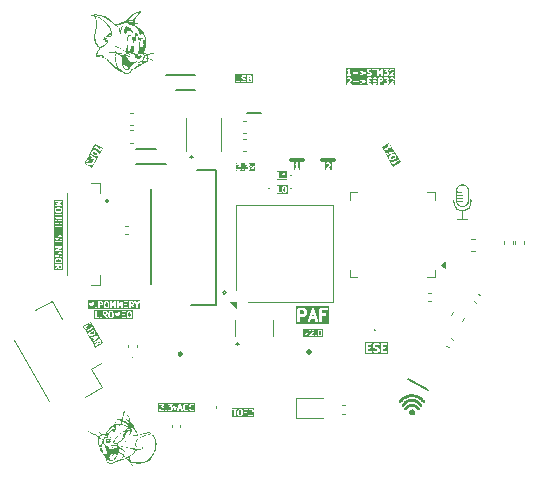
<source format=gbr>
%TF.GenerationSoftware,KiCad,Pcbnew,9.0.5*%
%TF.CreationDate,2025-10-20T13:37:52+02:00*%
%TF.ProjectId,PCB_PAPI,5043425f-5041-4504-992e-6b696361645f,rev?*%
%TF.SameCoordinates,Original*%
%TF.FileFunction,Legend,Top*%
%TF.FilePolarity,Positive*%
%FSLAX46Y46*%
G04 Gerber Fmt 4.6, Leading zero omitted, Abs format (unit mm)*
G04 Created by KiCad (PCBNEW 9.0.5) date 2025-10-20 13:37:52*
%MOMM*%
%LPD*%
G01*
G04 APERTURE LIST*
%ADD10C,0.300000*%
%ADD11C,0.125000*%
%ADD12C,0.175000*%
%ADD13C,0.250000*%
%ADD14C,0.100000*%
%ADD15C,0.120000*%
%ADD16C,0.000000*%
%ADD17C,0.200000*%
G04 APERTURE END LIST*
D10*
X134050000Y-76100000D02*
X133050000Y-76100000D01*
X135700000Y-76100000D02*
X136700000Y-76100000D01*
D11*
G36*
X133833430Y-76957309D02*
G01*
X133302631Y-76957309D01*
X133302631Y-76479596D01*
X133365131Y-76479596D01*
X133386524Y-76522382D01*
X133431904Y-76537509D01*
X133455424Y-76531068D01*
X133503043Y-76507259D01*
X133507831Y-76503542D01*
X133507831Y-76769809D01*
X133427474Y-76769809D01*
X133403556Y-76774567D01*
X133369732Y-76808391D01*
X133369732Y-76856227D01*
X133403556Y-76890051D01*
X133427474Y-76894809D01*
X133713188Y-76894809D01*
X133737106Y-76890051D01*
X133770930Y-76856227D01*
X133770930Y-76808391D01*
X133737106Y-76774567D01*
X133713188Y-76769809D01*
X133632831Y-76769809D01*
X133632831Y-76332309D01*
X133628073Y-76308391D01*
X133623522Y-76303840D01*
X133622261Y-76297532D01*
X133607119Y-76287437D01*
X133594249Y-76274567D01*
X133587814Y-76274567D01*
X133582459Y-76270997D01*
X133564609Y-76274567D01*
X133546413Y-76274567D01*
X133541864Y-76279116D01*
X133535554Y-76280378D01*
X133518328Y-76297640D01*
X133474140Y-76363921D01*
X133438072Y-76399990D01*
X133399524Y-76419264D01*
X133380258Y-76434216D01*
X133365131Y-76479596D01*
X133302631Y-76479596D01*
X133302631Y-76208497D01*
X133833430Y-76208497D01*
X133833430Y-76957309D01*
G37*
D12*
G36*
X141278450Y-92510233D02*
G01*
X139296797Y-92510233D01*
X139296797Y-91635233D01*
X139384297Y-91635233D01*
X139384297Y-92335233D01*
X139385978Y-92352303D01*
X139399043Y-92383845D01*
X139423185Y-92407987D01*
X139454727Y-92421052D01*
X139471797Y-92422733D01*
X139805131Y-92422733D01*
X139822201Y-92421052D01*
X139853743Y-92407987D01*
X139877885Y-92383845D01*
X139890950Y-92352303D01*
X139890950Y-92318163D01*
X139877885Y-92286621D01*
X139853743Y-92262479D01*
X139822201Y-92249414D01*
X139805131Y-92247733D01*
X139559297Y-92247733D01*
X139559297Y-92056066D01*
X139705131Y-92056066D01*
X139722201Y-92054385D01*
X139753743Y-92041320D01*
X139777885Y-92017178D01*
X139790950Y-91985636D01*
X139790950Y-91951496D01*
X139777885Y-91919954D01*
X139753743Y-91895812D01*
X139722201Y-91882747D01*
X139705131Y-91881066D01*
X139559297Y-91881066D01*
X139559297Y-91768566D01*
X139984297Y-91768566D01*
X139984297Y-91835233D01*
X139985978Y-91852303D01*
X139987181Y-91855207D01*
X139987404Y-91858344D01*
X139993534Y-91874364D01*
X140026867Y-91941031D01*
X140031492Y-91948379D01*
X140032377Y-91950514D01*
X140034349Y-91952917D01*
X140036005Y-91955547D01*
X140037749Y-91957060D01*
X140043259Y-91963773D01*
X140076593Y-91997106D01*
X140083303Y-92002613D01*
X140084817Y-92004358D01*
X140087447Y-92006013D01*
X140089852Y-92007987D01*
X140091987Y-92008871D01*
X140099333Y-92013495D01*
X140165999Y-92046828D01*
X140167247Y-92047305D01*
X140167755Y-92047682D01*
X140174908Y-92050237D01*
X140182019Y-92052959D01*
X140182651Y-92053003D01*
X140183908Y-92053453D01*
X140307923Y-92084457D01*
X140353297Y-92107144D01*
X140366551Y-92120397D01*
X140384297Y-92155889D01*
X140384297Y-92181245D01*
X140366553Y-92216733D01*
X140353297Y-92229989D01*
X140317809Y-92247733D01*
X140185997Y-92247733D01*
X140099467Y-92218890D01*
X140082741Y-92215087D01*
X140048686Y-92217507D01*
X140018149Y-92232776D01*
X139995780Y-92258568D01*
X139984984Y-92290956D01*
X139987404Y-92325011D01*
X140002673Y-92355548D01*
X140028465Y-92377917D01*
X140044127Y-92384910D01*
X140144127Y-92418243D01*
X140152592Y-92420167D01*
X140154727Y-92421052D01*
X140157821Y-92421356D01*
X140160853Y-92422046D01*
X140163157Y-92421882D01*
X140171797Y-92422733D01*
X140338464Y-92422733D01*
X140355534Y-92421052D01*
X140358438Y-92419848D01*
X140361576Y-92419626D01*
X140377595Y-92413495D01*
X140444261Y-92380162D01*
X140451604Y-92375539D01*
X140453743Y-92374654D01*
X140456149Y-92372678D01*
X140458777Y-92371025D01*
X140460289Y-92369281D01*
X140467002Y-92363772D01*
X140500336Y-92330438D01*
X140505843Y-92323726D01*
X140507589Y-92322213D01*
X140509245Y-92319581D01*
X140511217Y-92317179D01*
X140512101Y-92315044D01*
X140516726Y-92307697D01*
X140550059Y-92241031D01*
X140556190Y-92225011D01*
X140556412Y-92221874D01*
X140557616Y-92218970D01*
X140559297Y-92201900D01*
X140559297Y-92135233D01*
X140557616Y-92118163D01*
X140556412Y-92115258D01*
X140556190Y-92112122D01*
X140550060Y-92096103D01*
X140516727Y-92029435D01*
X140512101Y-92022087D01*
X140511217Y-92019952D01*
X140509244Y-92017548D01*
X140507589Y-92014919D01*
X140505844Y-92013405D01*
X140500335Y-92006693D01*
X140467001Y-91973360D01*
X140460290Y-91967853D01*
X140458777Y-91966108D01*
X140456146Y-91964452D01*
X140453742Y-91962479D01*
X140451605Y-91961594D01*
X140444261Y-91956971D01*
X140377595Y-91923638D01*
X140376346Y-91923160D01*
X140375839Y-91922784D01*
X140368694Y-91920231D01*
X140361576Y-91917507D01*
X140360942Y-91917462D01*
X140359686Y-91917013D01*
X140235670Y-91886008D01*
X140190296Y-91863321D01*
X140177042Y-91850067D01*
X140159297Y-91814576D01*
X140159297Y-91789221D01*
X140177041Y-91753733D01*
X140190297Y-91740477D01*
X140225785Y-91722733D01*
X140357597Y-91722733D01*
X140444127Y-91751576D01*
X140460853Y-91755379D01*
X140494908Y-91752959D01*
X140525445Y-91737690D01*
X140547814Y-91711898D01*
X140558610Y-91679510D01*
X140556190Y-91645455D01*
X140551079Y-91635233D01*
X140684297Y-91635233D01*
X140684297Y-92335233D01*
X140685978Y-92352303D01*
X140699043Y-92383845D01*
X140723185Y-92407987D01*
X140754727Y-92421052D01*
X140771797Y-92422733D01*
X141105131Y-92422733D01*
X141122201Y-92421052D01*
X141153743Y-92407987D01*
X141177885Y-92383845D01*
X141190950Y-92352303D01*
X141190950Y-92318163D01*
X141177885Y-92286621D01*
X141153743Y-92262479D01*
X141122201Y-92249414D01*
X141105131Y-92247733D01*
X140859297Y-92247733D01*
X140859297Y-92056066D01*
X141005131Y-92056066D01*
X141022201Y-92054385D01*
X141053743Y-92041320D01*
X141077885Y-92017178D01*
X141090950Y-91985636D01*
X141090950Y-91951496D01*
X141077885Y-91919954D01*
X141053743Y-91895812D01*
X141022201Y-91882747D01*
X141005131Y-91881066D01*
X140859297Y-91881066D01*
X140859297Y-91722733D01*
X141105131Y-91722733D01*
X141122201Y-91721052D01*
X141153743Y-91707987D01*
X141177885Y-91683845D01*
X141190950Y-91652303D01*
X141190950Y-91618163D01*
X141177885Y-91586621D01*
X141153743Y-91562479D01*
X141122201Y-91549414D01*
X141105131Y-91547733D01*
X140771797Y-91547733D01*
X140754727Y-91549414D01*
X140723185Y-91562479D01*
X140699043Y-91586621D01*
X140685978Y-91618163D01*
X140684297Y-91635233D01*
X140551079Y-91635233D01*
X140540921Y-91614918D01*
X140515129Y-91592549D01*
X140499467Y-91585556D01*
X140399467Y-91552223D01*
X140391001Y-91550298D01*
X140388867Y-91549414D01*
X140385772Y-91549109D01*
X140382741Y-91548420D01*
X140380436Y-91548583D01*
X140371797Y-91547733D01*
X140205130Y-91547733D01*
X140188060Y-91549414D01*
X140185155Y-91550617D01*
X140182019Y-91550840D01*
X140165999Y-91556971D01*
X140099333Y-91590304D01*
X140091985Y-91594928D01*
X140089851Y-91595813D01*
X140087448Y-91597784D01*
X140084817Y-91599441D01*
X140083303Y-91601186D01*
X140076592Y-91606694D01*
X140043258Y-91640028D01*
X140037748Y-91646740D01*
X140036005Y-91648253D01*
X140034351Y-91650880D01*
X140032376Y-91653287D01*
X140031490Y-91655425D01*
X140026868Y-91662769D01*
X139993535Y-91729435D01*
X139987404Y-91745454D01*
X139987181Y-91748591D01*
X139985978Y-91751496D01*
X139984297Y-91768566D01*
X139559297Y-91768566D01*
X139559297Y-91722733D01*
X139805131Y-91722733D01*
X139822201Y-91721052D01*
X139853743Y-91707987D01*
X139877885Y-91683845D01*
X139890950Y-91652303D01*
X139890950Y-91618163D01*
X139877885Y-91586621D01*
X139853743Y-91562479D01*
X139822201Y-91549414D01*
X139805131Y-91547733D01*
X139471797Y-91547733D01*
X139454727Y-91549414D01*
X139423185Y-91562479D01*
X139399043Y-91586621D01*
X139385978Y-91618163D01*
X139384297Y-91635233D01*
X139296797Y-91635233D01*
X139296797Y-91460233D01*
X141278450Y-91460233D01*
X141278450Y-92510233D01*
G37*
D11*
G36*
X128808308Y-97282485D02*
G01*
X128836513Y-97310690D01*
X128854259Y-97381671D01*
X128854259Y-97532946D01*
X128836513Y-97603926D01*
X128808306Y-97632134D01*
X128782957Y-97644809D01*
X128717227Y-97644809D01*
X128691878Y-97632134D01*
X128663670Y-97603926D01*
X128645926Y-97532948D01*
X128645926Y-97381669D01*
X128663670Y-97310690D01*
X128691877Y-97282483D01*
X128717226Y-97269809D01*
X128782957Y-97269809D01*
X128808308Y-97282485D01*
G37*
G36*
X129946521Y-97832309D02*
G01*
X128034613Y-97832309D01*
X128034613Y-97183391D01*
X128097113Y-97183391D01*
X128097113Y-97231227D01*
X128130937Y-97265051D01*
X128154855Y-97269809D01*
X128235212Y-97269809D01*
X128235212Y-97707309D01*
X128239970Y-97731227D01*
X128273794Y-97765051D01*
X128321630Y-97765051D01*
X128355454Y-97731227D01*
X128360212Y-97707309D01*
X128360212Y-97373976D01*
X128520926Y-97373976D01*
X128520926Y-97540642D01*
X128522419Y-97548151D01*
X128522792Y-97555800D01*
X128546601Y-97651038D01*
X128549492Y-97657157D01*
X128549492Y-97659797D01*
X128553748Y-97666168D01*
X128557018Y-97673088D01*
X128559278Y-97674444D01*
X128563040Y-97680074D01*
X128610659Y-97727694D01*
X128618992Y-97733261D01*
X128626904Y-97739402D01*
X128674522Y-97763211D01*
X128677541Y-97764037D01*
X128678555Y-97765051D01*
X128688382Y-97767005D01*
X128698043Y-97769651D01*
X128699401Y-97769198D01*
X128702473Y-97769809D01*
X128797711Y-97769809D01*
X128800780Y-97769198D01*
X128802141Y-97769652D01*
X128811807Y-97767004D01*
X128821629Y-97765051D01*
X128822642Y-97764037D01*
X128825661Y-97763211D01*
X128873280Y-97739402D01*
X128881188Y-97733263D01*
X128889525Y-97727694D01*
X128937144Y-97680074D01*
X128940903Y-97674446D01*
X128943166Y-97673089D01*
X128946438Y-97666162D01*
X128950691Y-97659797D01*
X128950691Y-97657160D01*
X128953583Y-97651039D01*
X128977393Y-97555801D01*
X128977765Y-97548151D01*
X128979259Y-97540642D01*
X128979259Y-97373976D01*
X128977765Y-97366466D01*
X128977393Y-97358817D01*
X128953583Y-97263579D01*
X128950691Y-97257457D01*
X128950691Y-97254821D01*
X128946439Y-97248457D01*
X128943166Y-97241529D01*
X128940902Y-97240171D01*
X128937143Y-97234544D01*
X128909908Y-97207309D01*
X129068545Y-97207309D01*
X129068545Y-97707309D01*
X129073303Y-97731227D01*
X129107127Y-97765051D01*
X129154963Y-97765051D01*
X129188787Y-97731227D01*
X129193545Y-97707309D01*
X129193545Y-97683391D01*
X129454255Y-97683391D01*
X129454255Y-97731227D01*
X129488079Y-97765051D01*
X129511997Y-97769809D01*
X129821521Y-97769809D01*
X129845439Y-97765051D01*
X129879263Y-97731227D01*
X129879263Y-97683391D01*
X129845439Y-97649567D01*
X129821521Y-97644809D01*
X129662885Y-97644809D01*
X129841905Y-97465789D01*
X129843644Y-97463185D01*
X129844926Y-97462545D01*
X129849885Y-97453846D01*
X129855454Y-97445512D01*
X129855454Y-97444077D01*
X129857004Y-97441359D01*
X129880814Y-97369930D01*
X129882066Y-97359991D01*
X129884021Y-97350166D01*
X129884021Y-97302547D01*
X129883409Y-97299475D01*
X129883863Y-97298116D01*
X129881217Y-97288454D01*
X129879263Y-97278629D01*
X129878249Y-97277615D01*
X129877423Y-97274596D01*
X129853612Y-97226977D01*
X129847471Y-97219065D01*
X129841905Y-97210734D01*
X129818096Y-97186925D01*
X129809764Y-97181358D01*
X129801853Y-97175218D01*
X129754234Y-97151408D01*
X129751215Y-97150581D01*
X129750201Y-97149567D01*
X129740370Y-97147611D01*
X129730714Y-97144967D01*
X129729354Y-97145420D01*
X129726283Y-97144809D01*
X129607235Y-97144809D01*
X129604163Y-97145420D01*
X129602804Y-97144967D01*
X129593142Y-97147612D01*
X129583317Y-97149567D01*
X129582303Y-97150580D01*
X129579284Y-97151407D01*
X129531665Y-97175218D01*
X129523753Y-97181358D01*
X129515422Y-97186925D01*
X129491613Y-97210734D01*
X129478065Y-97231011D01*
X129478065Y-97278845D01*
X129511890Y-97312670D01*
X129559724Y-97312670D01*
X129580001Y-97299122D01*
X129596639Y-97282483D01*
X129621988Y-97269809D01*
X129711529Y-97269809D01*
X129736880Y-97282485D01*
X129746346Y-97291951D01*
X129759021Y-97317300D01*
X129759021Y-97340022D01*
X129743083Y-97387834D01*
X129467803Y-97663115D01*
X129454257Y-97683388D01*
X129454255Y-97683391D01*
X129193545Y-97683391D01*
X129193545Y-97507904D01*
X129297712Y-97507904D01*
X129321630Y-97503146D01*
X129355454Y-97469322D01*
X129355454Y-97421486D01*
X129321630Y-97387662D01*
X129297712Y-97382904D01*
X129193545Y-97382904D01*
X129193545Y-97269809D01*
X129369140Y-97269809D01*
X129393058Y-97265051D01*
X129426882Y-97231227D01*
X129426882Y-97183391D01*
X129393058Y-97149567D01*
X129369140Y-97144809D01*
X129131045Y-97144809D01*
X129107127Y-97149567D01*
X129073303Y-97183391D01*
X129068545Y-97207309D01*
X128909908Y-97207309D01*
X128889524Y-97186925D01*
X128881192Y-97181358D01*
X128873281Y-97175218D01*
X128825662Y-97151408D01*
X128822643Y-97150581D01*
X128821629Y-97149567D01*
X128811798Y-97147611D01*
X128802142Y-97144967D01*
X128800782Y-97145420D01*
X128797711Y-97144809D01*
X128702473Y-97144809D01*
X128699401Y-97145420D01*
X128698042Y-97144967D01*
X128688380Y-97147612D01*
X128678555Y-97149567D01*
X128677541Y-97150580D01*
X128674522Y-97151407D01*
X128626903Y-97175218D01*
X128618991Y-97181358D01*
X128610660Y-97186925D01*
X128563041Y-97234544D01*
X128559280Y-97240172D01*
X128557018Y-97241530D01*
X128553746Y-97248454D01*
X128549493Y-97254821D01*
X128549493Y-97257458D01*
X128546601Y-97263580D01*
X128522792Y-97358818D01*
X128522419Y-97366466D01*
X128520926Y-97373976D01*
X128360212Y-97373976D01*
X128360212Y-97269809D01*
X128440569Y-97269809D01*
X128464487Y-97265051D01*
X128498311Y-97231227D01*
X128498311Y-97183391D01*
X128464487Y-97149567D01*
X128440569Y-97144809D01*
X128154855Y-97144809D01*
X128130937Y-97149567D01*
X128097113Y-97183391D01*
X128034613Y-97183391D01*
X128034613Y-97082309D01*
X129946521Y-97082309D01*
X129946521Y-97832309D01*
G37*
G36*
X123700282Y-97076952D02*
G01*
X123635615Y-97076952D01*
X123667948Y-96979952D01*
X123700282Y-97076952D01*
G37*
G36*
X124907238Y-97407309D02*
G01*
X121833422Y-97407309D01*
X121833422Y-96758391D01*
X121895922Y-96758391D01*
X121895922Y-96806227D01*
X121929746Y-96840051D01*
X121953664Y-96844809D01*
X122125452Y-96844809D01*
X122049485Y-96931628D01*
X122040617Y-96947028D01*
X122038779Y-96948867D01*
X122038779Y-96950221D01*
X122037316Y-96952762D01*
X122038779Y-96974712D01*
X122038779Y-96996703D01*
X122040349Y-96998273D01*
X122040497Y-97000490D01*
X122057045Y-97014969D01*
X122072603Y-97030527D01*
X122075480Y-97031099D01*
X122076498Y-97031990D01*
X122079089Y-97031817D01*
X122096521Y-97035285D01*
X122153196Y-97035285D01*
X122178547Y-97047961D01*
X122188013Y-97057427D01*
X122200688Y-97082776D01*
X122200688Y-97172317D01*
X122188012Y-97197667D01*
X122178547Y-97207133D01*
X122153196Y-97219809D01*
X122039847Y-97219809D01*
X122014495Y-97207133D01*
X121997858Y-97190496D01*
X121977581Y-97176948D01*
X121929747Y-97176948D01*
X121895922Y-97210773D01*
X121895922Y-97258607D01*
X121909470Y-97278884D01*
X121933280Y-97302694D01*
X121941606Y-97308257D01*
X121949524Y-97314402D01*
X121997142Y-97338211D01*
X122000161Y-97339037D01*
X122001175Y-97340051D01*
X122011002Y-97342005D01*
X122020663Y-97344651D01*
X122022021Y-97344198D01*
X122025093Y-97344809D01*
X122167950Y-97344809D01*
X122171019Y-97344198D01*
X122172380Y-97344652D01*
X122182046Y-97342004D01*
X122191868Y-97340051D01*
X122192881Y-97339037D01*
X122195900Y-97338211D01*
X122243519Y-97314402D01*
X122251433Y-97308259D01*
X122259764Y-97302693D01*
X122283573Y-97278883D01*
X122289140Y-97270549D01*
X122295279Y-97262641D01*
X122309308Y-97234584D01*
X122395921Y-97234584D01*
X122395922Y-97282418D01*
X122395924Y-97282420D01*
X122409470Y-97302694D01*
X122433279Y-97326503D01*
X122453552Y-97340048D01*
X122453555Y-97340051D01*
X122501389Y-97340052D01*
X122501390Y-97340051D01*
X122501391Y-97340051D01*
X122501392Y-97340049D01*
X122521666Y-97326504D01*
X122545476Y-97302695D01*
X122559025Y-97282418D01*
X122559026Y-97234584D01*
X122559024Y-97234582D01*
X122545477Y-97214306D01*
X122521667Y-97190496D01*
X122501393Y-97176950D01*
X122501391Y-97176948D01*
X122501390Y-97176948D01*
X122501389Y-97176947D01*
X122453555Y-97176948D01*
X122433278Y-97190497D01*
X122409469Y-97214307D01*
X122395921Y-97234584D01*
X122309308Y-97234584D01*
X122319090Y-97215022D01*
X122319916Y-97212002D01*
X122320930Y-97210989D01*
X122322884Y-97201163D01*
X122325530Y-97191502D01*
X122325076Y-97190142D01*
X122325688Y-97187071D01*
X122325688Y-97068023D01*
X122325076Y-97064951D01*
X122325530Y-97063592D01*
X122322884Y-97053930D01*
X122320930Y-97044105D01*
X122319916Y-97043091D01*
X122319090Y-97040072D01*
X122295279Y-96992453D01*
X122289138Y-96984541D01*
X122283572Y-96976210D01*
X122259763Y-96952401D01*
X122251431Y-96946834D01*
X122243520Y-96940694D01*
X122218566Y-96928216D01*
X122310224Y-96823465D01*
X122319093Y-96808063D01*
X122320930Y-96806227D01*
X122320930Y-96804874D01*
X122322394Y-96802332D01*
X122320930Y-96780372D01*
X122320930Y-96758391D01*
X122610207Y-96758391D01*
X122610207Y-96806227D01*
X122644031Y-96840051D01*
X122667949Y-96844809D01*
X122839737Y-96844809D01*
X122763770Y-96931628D01*
X122754902Y-96947028D01*
X122753064Y-96948867D01*
X122753064Y-96950221D01*
X122751601Y-96952762D01*
X122753064Y-96974712D01*
X122753064Y-96996703D01*
X122754634Y-96998273D01*
X122754782Y-97000490D01*
X122771330Y-97014969D01*
X122786888Y-97030527D01*
X122789765Y-97031099D01*
X122790783Y-97031990D01*
X122793374Y-97031817D01*
X122810806Y-97035285D01*
X122867481Y-97035285D01*
X122892832Y-97047961D01*
X122902298Y-97057427D01*
X122914973Y-97082776D01*
X122914973Y-97172317D01*
X122902297Y-97197667D01*
X122892832Y-97207133D01*
X122867481Y-97219809D01*
X122754132Y-97219809D01*
X122728780Y-97207133D01*
X122712143Y-97190496D01*
X122691866Y-97176948D01*
X122644032Y-97176948D01*
X122610207Y-97210773D01*
X122610207Y-97258607D01*
X122623755Y-97278884D01*
X122647565Y-97302694D01*
X122655891Y-97308257D01*
X122663809Y-97314402D01*
X122711427Y-97338211D01*
X122714446Y-97339037D01*
X122715460Y-97340051D01*
X122725287Y-97342005D01*
X122734948Y-97344651D01*
X122736306Y-97344198D01*
X122739378Y-97344809D01*
X122882235Y-97344809D01*
X122885304Y-97344198D01*
X122886665Y-97344652D01*
X122896331Y-97342004D01*
X122906153Y-97340051D01*
X122907166Y-97339037D01*
X122910185Y-97338211D01*
X122957804Y-97314402D01*
X122965718Y-97308259D01*
X122974049Y-97302693D01*
X122997858Y-97278883D01*
X123003425Y-97270549D01*
X123009564Y-97262641D01*
X123033375Y-97215022D01*
X123034201Y-97212002D01*
X123035215Y-97210989D01*
X123037169Y-97201163D01*
X123039815Y-97191502D01*
X123039361Y-97190142D01*
X123039973Y-97187071D01*
X123039973Y-97068023D01*
X123039361Y-97064951D01*
X123039815Y-97063592D01*
X123037169Y-97053930D01*
X123035215Y-97044105D01*
X123034201Y-97043091D01*
X123033375Y-97040072D01*
X123009564Y-96992453D01*
X123003423Y-96984541D01*
X122997857Y-96976210D01*
X122974048Y-96952401D01*
X122965716Y-96946834D01*
X122964477Y-96945872D01*
X123081716Y-96945872D01*
X123085280Y-96969997D01*
X123204328Y-97303330D01*
X123216854Y-97324255D01*
X123219831Y-97325665D01*
X123221242Y-97328643D01*
X123241058Y-97335720D01*
X123260083Y-97344732D01*
X123263187Y-97343623D01*
X123266291Y-97344732D01*
X123285313Y-97335721D01*
X123305132Y-97328643D01*
X123306542Y-97325664D01*
X123309521Y-97324254D01*
X123322046Y-97303330D01*
X123327971Y-97286740D01*
X123438940Y-97286740D01*
X123460332Y-97329524D01*
X123505713Y-97344651D01*
X123548497Y-97323259D01*
X123560575Y-97302073D01*
X123593949Y-97201952D01*
X123741948Y-97201952D01*
X123775322Y-97302073D01*
X123787400Y-97323259D01*
X123830184Y-97344651D01*
X123875565Y-97329524D01*
X123896957Y-97286740D01*
X123893908Y-97262544D01*
X123805258Y-96996595D01*
X123914972Y-96996595D01*
X123914972Y-97068023D01*
X123916465Y-97075532D01*
X123916838Y-97083181D01*
X123940647Y-97178419D01*
X123943572Y-97184611D01*
X123945380Y-97191212D01*
X123969190Y-97238831D01*
X123975323Y-97246733D01*
X123980896Y-97255074D01*
X124028515Y-97302694D01*
X124031118Y-97304433D01*
X124031760Y-97305716D01*
X124040464Y-97310677D01*
X124048792Y-97316242D01*
X124050225Y-97316242D01*
X124052946Y-97317793D01*
X124124374Y-97341602D01*
X124134317Y-97342855D01*
X124144138Y-97344809D01*
X124191757Y-97344809D01*
X124201583Y-97342854D01*
X124211521Y-97341602D01*
X124282950Y-97317793D01*
X124285670Y-97316242D01*
X124287104Y-97316242D01*
X124295427Y-97310680D01*
X124304136Y-97305716D01*
X124304777Y-97304432D01*
X124307381Y-97302693D01*
X124331190Y-97278883D01*
X124344738Y-97258606D01*
X124344737Y-97210771D01*
X124310911Y-97176947D01*
X124263077Y-97176948D01*
X124242800Y-97190497D01*
X124229424Y-97203872D01*
X124181614Y-97219809D01*
X124154281Y-97219809D01*
X124106472Y-97203873D01*
X124076456Y-97173856D01*
X124060251Y-97141448D01*
X124039972Y-97060329D01*
X124039972Y-97004288D01*
X124041895Y-96996595D01*
X124414972Y-96996595D01*
X124414972Y-97068023D01*
X124416465Y-97075532D01*
X124416838Y-97083181D01*
X124440647Y-97178419D01*
X124443572Y-97184611D01*
X124445380Y-97191212D01*
X124469190Y-97238831D01*
X124475323Y-97246733D01*
X124480896Y-97255074D01*
X124528515Y-97302694D01*
X124531118Y-97304433D01*
X124531760Y-97305716D01*
X124540464Y-97310677D01*
X124548792Y-97316242D01*
X124550225Y-97316242D01*
X124552946Y-97317793D01*
X124624374Y-97341602D01*
X124634317Y-97342855D01*
X124644138Y-97344809D01*
X124691757Y-97344809D01*
X124701583Y-97342854D01*
X124711521Y-97341602D01*
X124782950Y-97317793D01*
X124785670Y-97316242D01*
X124787104Y-97316242D01*
X124795427Y-97310680D01*
X124804136Y-97305716D01*
X124804777Y-97304432D01*
X124807381Y-97302693D01*
X124831190Y-97278883D01*
X124844738Y-97258606D01*
X124844737Y-97210771D01*
X124810911Y-97176947D01*
X124763077Y-97176948D01*
X124742800Y-97190497D01*
X124729424Y-97203872D01*
X124681614Y-97219809D01*
X124654281Y-97219809D01*
X124606472Y-97203873D01*
X124576456Y-97173856D01*
X124560251Y-97141448D01*
X124539972Y-97060329D01*
X124539972Y-97004288D01*
X124560251Y-96923169D01*
X124576457Y-96890759D01*
X124606470Y-96860746D01*
X124654282Y-96844809D01*
X124681614Y-96844809D01*
X124729425Y-96860746D01*
X124742801Y-96874122D01*
X124763078Y-96887670D01*
X124810912Y-96887670D01*
X124844737Y-96853845D01*
X124844737Y-96806011D01*
X124831189Y-96785734D01*
X124807380Y-96761925D01*
X124804778Y-96760186D01*
X124804137Y-96758904D01*
X124795425Y-96753937D01*
X124787103Y-96748377D01*
X124785672Y-96748377D01*
X124782951Y-96746826D01*
X124711521Y-96723016D01*
X124701582Y-96721763D01*
X124691757Y-96719809D01*
X124644138Y-96719809D01*
X124634313Y-96721763D01*
X124624373Y-96723016D01*
X124552945Y-96746826D01*
X124550224Y-96748377D01*
X124548793Y-96748377D01*
X124540470Y-96753937D01*
X124531759Y-96758904D01*
X124531117Y-96760186D01*
X124528516Y-96761925D01*
X124480897Y-96809544D01*
X124475330Y-96817875D01*
X124469190Y-96825787D01*
X124445380Y-96873406D01*
X124443572Y-96880006D01*
X124440647Y-96886199D01*
X124416838Y-96981437D01*
X124416465Y-96989085D01*
X124414972Y-96996595D01*
X124041895Y-96996595D01*
X124060251Y-96923169D01*
X124076457Y-96890759D01*
X124106470Y-96860746D01*
X124154282Y-96844809D01*
X124181614Y-96844809D01*
X124229425Y-96860746D01*
X124242801Y-96874122D01*
X124263078Y-96887670D01*
X124310912Y-96887670D01*
X124344737Y-96853845D01*
X124344737Y-96806011D01*
X124331189Y-96785734D01*
X124307380Y-96761925D01*
X124304778Y-96760186D01*
X124304137Y-96758904D01*
X124295425Y-96753937D01*
X124287103Y-96748377D01*
X124285672Y-96748377D01*
X124282951Y-96746826D01*
X124211521Y-96723016D01*
X124201582Y-96721763D01*
X124191757Y-96719809D01*
X124144138Y-96719809D01*
X124134313Y-96721763D01*
X124124373Y-96723016D01*
X124052945Y-96746826D01*
X124050224Y-96748377D01*
X124048793Y-96748377D01*
X124040470Y-96753937D01*
X124031759Y-96758904D01*
X124031117Y-96760186D01*
X124028516Y-96761925D01*
X123980897Y-96809544D01*
X123975330Y-96817875D01*
X123969190Y-96825787D01*
X123945380Y-96873406D01*
X123943572Y-96880006D01*
X123940647Y-96886199D01*
X123916838Y-96981437D01*
X123916465Y-96989085D01*
X123914972Y-96996595D01*
X123805258Y-96996595D01*
X123727241Y-96762545D01*
X123715163Y-96741359D01*
X123710986Y-96739270D01*
X123708898Y-96735094D01*
X123690103Y-96728829D01*
X123672379Y-96719967D01*
X123667948Y-96721444D01*
X123663517Y-96719967D01*
X123645793Y-96728829D01*
X123626998Y-96735094D01*
X123624909Y-96739270D01*
X123620733Y-96741359D01*
X123608655Y-96762545D01*
X123441989Y-97262545D01*
X123438940Y-97286740D01*
X123327971Y-97286740D01*
X123441093Y-96969997D01*
X123444656Y-96945873D01*
X123424179Y-96902643D01*
X123379130Y-96886554D01*
X123335900Y-96907031D01*
X123323375Y-96927956D01*
X123263186Y-97096483D01*
X123202998Y-96927955D01*
X123190473Y-96907031D01*
X123147243Y-96886553D01*
X123102194Y-96902642D01*
X123081716Y-96945872D01*
X122964477Y-96945872D01*
X122957805Y-96940694D01*
X122932851Y-96928216D01*
X123024509Y-96823465D01*
X123033378Y-96808063D01*
X123035215Y-96806227D01*
X123035215Y-96804874D01*
X123036679Y-96802332D01*
X123035215Y-96780372D01*
X123035215Y-96758391D01*
X123033644Y-96756820D01*
X123033497Y-96754604D01*
X123016944Y-96740120D01*
X123001391Y-96724567D01*
X122998515Y-96723994D01*
X122997496Y-96723103D01*
X122994901Y-96723275D01*
X122977473Y-96719809D01*
X122667949Y-96719809D01*
X122644031Y-96724567D01*
X122610207Y-96758391D01*
X122320930Y-96758391D01*
X122319359Y-96756820D01*
X122319212Y-96754604D01*
X122302659Y-96740120D01*
X122287106Y-96724567D01*
X122284230Y-96723994D01*
X122283211Y-96723103D01*
X122280616Y-96723275D01*
X122263188Y-96719809D01*
X121953664Y-96719809D01*
X121929746Y-96724567D01*
X121895922Y-96758391D01*
X121833422Y-96758391D01*
X121833422Y-96657309D01*
X124907238Y-96657309D01*
X124907238Y-97407309D01*
G37*
G36*
X117501880Y-88147485D02*
G01*
X117530085Y-88175690D01*
X117547831Y-88246671D01*
X117547831Y-88397946D01*
X117530085Y-88468926D01*
X117501878Y-88497134D01*
X117476529Y-88509809D01*
X117410799Y-88509809D01*
X117385450Y-88497134D01*
X117357242Y-88468926D01*
X117339498Y-88397948D01*
X117339498Y-88246669D01*
X117357242Y-88175690D01*
X117385449Y-88147483D01*
X117410798Y-88134809D01*
X117476529Y-88134809D01*
X117501880Y-88147485D01*
G37*
G36*
X119620930Y-88147485D02*
G01*
X119630395Y-88156950D01*
X119643070Y-88182300D01*
X119643070Y-88224222D01*
X119630395Y-88249572D01*
X119620930Y-88259037D01*
X119595578Y-88271714D01*
X119482356Y-88271714D01*
X119482356Y-88134809D01*
X119595578Y-88134809D01*
X119620930Y-88147485D01*
G37*
G36*
X117001881Y-88147485D02*
G01*
X117011346Y-88156950D01*
X117024021Y-88182300D01*
X117024021Y-88224222D01*
X117011346Y-88249572D01*
X117001881Y-88259037D01*
X116976529Y-88271714D01*
X116863307Y-88271714D01*
X116863307Y-88134809D01*
X116976529Y-88134809D01*
X117001881Y-88147485D01*
G37*
G36*
X120305817Y-88697309D02*
G01*
X115866283Y-88697309D01*
X115866283Y-88072309D01*
X115928783Y-88072309D01*
X115928783Y-88572309D01*
X115933541Y-88596227D01*
X115967365Y-88630051D01*
X116015201Y-88630051D01*
X116049025Y-88596227D01*
X116053783Y-88572309D01*
X116053783Y-88354030D01*
X116101314Y-88455882D01*
X116110842Y-88468868D01*
X116111858Y-88471662D01*
X116113430Y-88472395D01*
X116115740Y-88475544D01*
X116135835Y-88482851D01*
X116155206Y-88491891D01*
X116157950Y-88490893D01*
X116160694Y-88491891D01*
X116180064Y-88482851D01*
X116200160Y-88475544D01*
X116202469Y-88472395D01*
X116204042Y-88471662D01*
X116205057Y-88468868D01*
X116214586Y-88455882D01*
X116262116Y-88354032D01*
X116262116Y-88572309D01*
X116266874Y-88596227D01*
X116300698Y-88630051D01*
X116348534Y-88630051D01*
X116382358Y-88596227D01*
X116387116Y-88572309D01*
X116387116Y-88524584D01*
X116481160Y-88524584D01*
X116481161Y-88572418D01*
X116481163Y-88572420D01*
X116494709Y-88592694D01*
X116518518Y-88616503D01*
X116538791Y-88630048D01*
X116538794Y-88630051D01*
X116586628Y-88630052D01*
X116586629Y-88630051D01*
X116586630Y-88630051D01*
X116586631Y-88630049D01*
X116606905Y-88616504D01*
X116630715Y-88592695D01*
X116644264Y-88572418D01*
X116644265Y-88524584D01*
X116644263Y-88524582D01*
X116630716Y-88504306D01*
X116606906Y-88480496D01*
X116586632Y-88466950D01*
X116586630Y-88466948D01*
X116586629Y-88466948D01*
X116586628Y-88466947D01*
X116538794Y-88466948D01*
X116518517Y-88480497D01*
X116494708Y-88504307D01*
X116481160Y-88524584D01*
X116387116Y-88524584D01*
X116387116Y-88072309D01*
X116738307Y-88072309D01*
X116738307Y-88572309D01*
X116743065Y-88596227D01*
X116776889Y-88630051D01*
X116824725Y-88630051D01*
X116858549Y-88596227D01*
X116863307Y-88572309D01*
X116863307Y-88396714D01*
X116991283Y-88396714D01*
X116994354Y-88396102D01*
X116995714Y-88396556D01*
X117005370Y-88393911D01*
X117015201Y-88391956D01*
X117016215Y-88390941D01*
X117019234Y-88390115D01*
X117066853Y-88366305D01*
X117074761Y-88360166D01*
X117083095Y-88354599D01*
X117106905Y-88330790D01*
X117112469Y-88322462D01*
X117118614Y-88314545D01*
X117142423Y-88266927D01*
X117143249Y-88263907D01*
X117144263Y-88262894D01*
X117146217Y-88253066D01*
X117148863Y-88243406D01*
X117148410Y-88242047D01*
X117149021Y-88238976D01*
X117214498Y-88238976D01*
X117214498Y-88405642D01*
X117215991Y-88413151D01*
X117216364Y-88420800D01*
X117240173Y-88516038D01*
X117243064Y-88522157D01*
X117243064Y-88524797D01*
X117247320Y-88531168D01*
X117250590Y-88538088D01*
X117252850Y-88539444D01*
X117256612Y-88545074D01*
X117304231Y-88592694D01*
X117312564Y-88598261D01*
X117320476Y-88604402D01*
X117368094Y-88628211D01*
X117371113Y-88629037D01*
X117372127Y-88630051D01*
X117381954Y-88632005D01*
X117391615Y-88634651D01*
X117392973Y-88634198D01*
X117396045Y-88634809D01*
X117491283Y-88634809D01*
X117494352Y-88634198D01*
X117495713Y-88634652D01*
X117505379Y-88632004D01*
X117515201Y-88630051D01*
X117516214Y-88629037D01*
X117519233Y-88628211D01*
X117566852Y-88604402D01*
X117574760Y-88598263D01*
X117583097Y-88592694D01*
X117630716Y-88545074D01*
X117634475Y-88539446D01*
X117636738Y-88538089D01*
X117640010Y-88531162D01*
X117644263Y-88524797D01*
X117644263Y-88522160D01*
X117647155Y-88516039D01*
X117670965Y-88420801D01*
X117671337Y-88413151D01*
X117672831Y-88405642D01*
X117672831Y-88238976D01*
X117671337Y-88231466D01*
X117670965Y-88223817D01*
X117647155Y-88128579D01*
X117644263Y-88122457D01*
X117644263Y-88119821D01*
X117640011Y-88113457D01*
X117636738Y-88106529D01*
X117634474Y-88105171D01*
X117630715Y-88099544D01*
X117603480Y-88072309D01*
X117762117Y-88072309D01*
X117762117Y-88572309D01*
X117766875Y-88596227D01*
X117800699Y-88630051D01*
X117848535Y-88630051D01*
X117882359Y-88596227D01*
X117887117Y-88572309D01*
X117887117Y-88354030D01*
X117934648Y-88455882D01*
X117944176Y-88468868D01*
X117945192Y-88471662D01*
X117946764Y-88472395D01*
X117949074Y-88475544D01*
X117969169Y-88482851D01*
X117988540Y-88491891D01*
X117991284Y-88490893D01*
X117994028Y-88491891D01*
X118013398Y-88482851D01*
X118033494Y-88475544D01*
X118035803Y-88472395D01*
X118037376Y-88471662D01*
X118038391Y-88468868D01*
X118047920Y-88455882D01*
X118095450Y-88354032D01*
X118095450Y-88572309D01*
X118100208Y-88596227D01*
X118134032Y-88630051D01*
X118181868Y-88630051D01*
X118215692Y-88596227D01*
X118220450Y-88572309D01*
X118220450Y-88072309D01*
X118333546Y-88072309D01*
X118333546Y-88572309D01*
X118338304Y-88596227D01*
X118372128Y-88630051D01*
X118419964Y-88630051D01*
X118453788Y-88596227D01*
X118458546Y-88572309D01*
X118458546Y-88354030D01*
X118506077Y-88455882D01*
X118515605Y-88468868D01*
X118516621Y-88471662D01*
X118518193Y-88472395D01*
X118520503Y-88475544D01*
X118540598Y-88482851D01*
X118559969Y-88491891D01*
X118562713Y-88490893D01*
X118565457Y-88491891D01*
X118584827Y-88482851D01*
X118604923Y-88475544D01*
X118607232Y-88472395D01*
X118608805Y-88471662D01*
X118609820Y-88468868D01*
X118619349Y-88455882D01*
X118666879Y-88354032D01*
X118666879Y-88572309D01*
X118671637Y-88596227D01*
X118705461Y-88630051D01*
X118753297Y-88630051D01*
X118787121Y-88596227D01*
X118791879Y-88572309D01*
X118791879Y-88072309D01*
X118904975Y-88072309D01*
X118904975Y-88572309D01*
X118909733Y-88596225D01*
X118909733Y-88596227D01*
X118943557Y-88630051D01*
X118967475Y-88634809D01*
X119205570Y-88634809D01*
X119229488Y-88630051D01*
X119263312Y-88596227D01*
X119263312Y-88548391D01*
X119229488Y-88514567D01*
X119205570Y-88509809D01*
X119029975Y-88509809D01*
X119029975Y-88372904D01*
X119134142Y-88372904D01*
X119158060Y-88368146D01*
X119191884Y-88334322D01*
X119191884Y-88286486D01*
X119158060Y-88252662D01*
X119134142Y-88247904D01*
X119029975Y-88247904D01*
X119029975Y-88134809D01*
X119205570Y-88134809D01*
X119229488Y-88130051D01*
X119263312Y-88096227D01*
X119263312Y-88072309D01*
X119357356Y-88072309D01*
X119357356Y-88572309D01*
X119362114Y-88596227D01*
X119395938Y-88630051D01*
X119443774Y-88630051D01*
X119477598Y-88596227D01*
X119482356Y-88572309D01*
X119482356Y-88396714D01*
X119506363Y-88396714D01*
X119654368Y-88608151D01*
X119671982Y-88625016D01*
X119719089Y-88633329D01*
X119758277Y-88605897D01*
X119766590Y-88558791D01*
X119756772Y-88536468D01*
X119650166Y-88384173D01*
X119685902Y-88366305D01*
X119693810Y-88360166D01*
X119702144Y-88354599D01*
X119725954Y-88330790D01*
X119731518Y-88322462D01*
X119737663Y-88314545D01*
X119761472Y-88266927D01*
X119762298Y-88263907D01*
X119763312Y-88262894D01*
X119765266Y-88253066D01*
X119767912Y-88243406D01*
X119767459Y-88242047D01*
X119768070Y-88238976D01*
X119768070Y-88167547D01*
X119767459Y-88164475D01*
X119767912Y-88163117D01*
X119765266Y-88153456D01*
X119763312Y-88143629D01*
X119762298Y-88142615D01*
X119761472Y-88139596D01*
X119737663Y-88091978D01*
X119731518Y-88084060D01*
X119730897Y-88083130D01*
X119786872Y-88083130D01*
X119795699Y-88105864D01*
X119952594Y-88352414D01*
X119952594Y-88572309D01*
X119957352Y-88596227D01*
X119991176Y-88630051D01*
X120039012Y-88630051D01*
X120072836Y-88596227D01*
X120077594Y-88572309D01*
X120077594Y-88352414D01*
X120234490Y-88105863D01*
X120243317Y-88083130D01*
X120232940Y-88036435D01*
X120192583Y-88010753D01*
X120145888Y-88021130D01*
X120129032Y-88038754D01*
X120015094Y-88217798D01*
X119901157Y-88038754D01*
X119884302Y-88021130D01*
X119837607Y-88010753D01*
X119797249Y-88036435D01*
X119786872Y-88083130D01*
X119730897Y-88083130D01*
X119725954Y-88075733D01*
X119702144Y-88051924D01*
X119693810Y-88046356D01*
X119685902Y-88040218D01*
X119638283Y-88016408D01*
X119635264Y-88015581D01*
X119634250Y-88014567D01*
X119624419Y-88012611D01*
X119614763Y-88009967D01*
X119613403Y-88010420D01*
X119610332Y-88009809D01*
X119419856Y-88009809D01*
X119395938Y-88014567D01*
X119362114Y-88048391D01*
X119357356Y-88072309D01*
X119263312Y-88072309D01*
X119263312Y-88048391D01*
X119229488Y-88014567D01*
X119205570Y-88009809D01*
X118967475Y-88009809D01*
X118943557Y-88014567D01*
X118909733Y-88048391D01*
X118904975Y-88072309D01*
X118791879Y-88072309D01*
X118787121Y-88048391D01*
X118779267Y-88040537D01*
X118775471Y-88030098D01*
X118763015Y-88024285D01*
X118753297Y-88014567D01*
X118742190Y-88014567D01*
X118732123Y-88009869D01*
X118719204Y-88014567D01*
X118705461Y-88014567D01*
X118697608Y-88022419D01*
X118687169Y-88026216D01*
X118672743Y-88045878D01*
X118562712Y-88281658D01*
X118452682Y-88045879D01*
X118438256Y-88026217D01*
X118427818Y-88022421D01*
X118419964Y-88014567D01*
X118406219Y-88014567D01*
X118393302Y-88009870D01*
X118383237Y-88014567D01*
X118372128Y-88014567D01*
X118362407Y-88024287D01*
X118349954Y-88030099D01*
X118346158Y-88040536D01*
X118338304Y-88048391D01*
X118333546Y-88072309D01*
X118220450Y-88072309D01*
X118215692Y-88048391D01*
X118207838Y-88040537D01*
X118204042Y-88030098D01*
X118191586Y-88024285D01*
X118181868Y-88014567D01*
X118170761Y-88014567D01*
X118160694Y-88009869D01*
X118147775Y-88014567D01*
X118134032Y-88014567D01*
X118126179Y-88022419D01*
X118115740Y-88026216D01*
X118101314Y-88045878D01*
X117991283Y-88281658D01*
X117881253Y-88045879D01*
X117866827Y-88026217D01*
X117856389Y-88022421D01*
X117848535Y-88014567D01*
X117834790Y-88014567D01*
X117821873Y-88009870D01*
X117811808Y-88014567D01*
X117800699Y-88014567D01*
X117790978Y-88024287D01*
X117778525Y-88030099D01*
X117774729Y-88040536D01*
X117766875Y-88048391D01*
X117762117Y-88072309D01*
X117603480Y-88072309D01*
X117583096Y-88051925D01*
X117574764Y-88046358D01*
X117566853Y-88040218D01*
X117519234Y-88016408D01*
X117516215Y-88015581D01*
X117515201Y-88014567D01*
X117505370Y-88012611D01*
X117495714Y-88009967D01*
X117494354Y-88010420D01*
X117491283Y-88009809D01*
X117396045Y-88009809D01*
X117392973Y-88010420D01*
X117391614Y-88009967D01*
X117381952Y-88012612D01*
X117372127Y-88014567D01*
X117371113Y-88015580D01*
X117368094Y-88016407D01*
X117320475Y-88040218D01*
X117312563Y-88046358D01*
X117304232Y-88051925D01*
X117256613Y-88099544D01*
X117252852Y-88105172D01*
X117250590Y-88106530D01*
X117247318Y-88113454D01*
X117243065Y-88119821D01*
X117243065Y-88122458D01*
X117240173Y-88128580D01*
X117216364Y-88223818D01*
X117215991Y-88231466D01*
X117214498Y-88238976D01*
X117149021Y-88238976D01*
X117149021Y-88167547D01*
X117148410Y-88164475D01*
X117148863Y-88163117D01*
X117146217Y-88153456D01*
X117144263Y-88143629D01*
X117143249Y-88142615D01*
X117142423Y-88139596D01*
X117118614Y-88091978D01*
X117112469Y-88084060D01*
X117106905Y-88075733D01*
X117083095Y-88051924D01*
X117074761Y-88046356D01*
X117066853Y-88040218D01*
X117019234Y-88016408D01*
X117016215Y-88015581D01*
X117015201Y-88014567D01*
X117005370Y-88012611D01*
X116995714Y-88009967D01*
X116994354Y-88010420D01*
X116991283Y-88009809D01*
X116800807Y-88009809D01*
X116776889Y-88014567D01*
X116743065Y-88048391D01*
X116738307Y-88072309D01*
X116387116Y-88072309D01*
X116382358Y-88048391D01*
X116374504Y-88040537D01*
X116370708Y-88030098D01*
X116358252Y-88024285D01*
X116348534Y-88014567D01*
X116337427Y-88014567D01*
X116327360Y-88009869D01*
X116314441Y-88014567D01*
X116300698Y-88014567D01*
X116292845Y-88022419D01*
X116282406Y-88026216D01*
X116267980Y-88045878D01*
X116157949Y-88281658D01*
X116047919Y-88045879D01*
X116033493Y-88026217D01*
X116023055Y-88022421D01*
X116015201Y-88014567D01*
X116001456Y-88014567D01*
X115988539Y-88009870D01*
X115978474Y-88014567D01*
X115967365Y-88014567D01*
X115957644Y-88024287D01*
X115945191Y-88030099D01*
X115941395Y-88040536D01*
X115933541Y-88048391D01*
X115928783Y-88072309D01*
X115866283Y-88072309D01*
X115866283Y-87947309D01*
X120305817Y-87947309D01*
X120305817Y-88697309D01*
G37*
G36*
X132531010Y-78405464D02*
G01*
X132540475Y-78414929D01*
X132556679Y-78447338D01*
X132576960Y-78528459D01*
X132576960Y-78632116D01*
X132556679Y-78713237D01*
X132540474Y-78745647D01*
X132531010Y-78755112D01*
X132505658Y-78767788D01*
X132487547Y-78767788D01*
X132462196Y-78755113D01*
X132452731Y-78745648D01*
X132436525Y-78713237D01*
X132416246Y-78632118D01*
X132416246Y-78528457D01*
X132436525Y-78447338D01*
X132452731Y-78414928D01*
X132462197Y-78405462D01*
X132487546Y-78392788D01*
X132505658Y-78392788D01*
X132531010Y-78405464D01*
G37*
G36*
X132764460Y-78955288D02*
G01*
X131847793Y-78955288D01*
X131847793Y-78330288D01*
X131910293Y-78330288D01*
X131910293Y-78830288D01*
X131915051Y-78854206D01*
X131948875Y-78888030D01*
X131972793Y-78892788D01*
X132210888Y-78892788D01*
X132234806Y-78888030D01*
X132268630Y-78854206D01*
X132268630Y-78806370D01*
X132234806Y-78772546D01*
X132210888Y-78767788D01*
X132035293Y-78767788D01*
X132035293Y-78520764D01*
X132291246Y-78520764D01*
X132291246Y-78639812D01*
X132292739Y-78647321D01*
X132293112Y-78654970D01*
X132316921Y-78750208D01*
X132319846Y-78756400D01*
X132321654Y-78763001D01*
X132345464Y-78810620D01*
X132351602Y-78818528D01*
X132357170Y-78826862D01*
X132380979Y-78850672D01*
X132389306Y-78856236D01*
X132397224Y-78862381D01*
X132444842Y-78886190D01*
X132447861Y-78887016D01*
X132448875Y-78888030D01*
X132458702Y-78889984D01*
X132468363Y-78892630D01*
X132469721Y-78892177D01*
X132472793Y-78892788D01*
X132520412Y-78892788D01*
X132523481Y-78892177D01*
X132524842Y-78892631D01*
X132534508Y-78889983D01*
X132544330Y-78888030D01*
X132545343Y-78887016D01*
X132548362Y-78886190D01*
X132595981Y-78862381D01*
X132603896Y-78856237D01*
X132612225Y-78850673D01*
X132636035Y-78826863D01*
X132641598Y-78818536D01*
X132647743Y-78810619D01*
X132671552Y-78763001D01*
X132673359Y-78756399D01*
X132676284Y-78750209D01*
X132700094Y-78654971D01*
X132700466Y-78647321D01*
X132701960Y-78639812D01*
X132701960Y-78520764D01*
X132700466Y-78513254D01*
X132700094Y-78505605D01*
X132676284Y-78410367D01*
X132673359Y-78404176D01*
X132671552Y-78397575D01*
X132647743Y-78349957D01*
X132641598Y-78342039D01*
X132636034Y-78333712D01*
X132612224Y-78309903D01*
X132603890Y-78304335D01*
X132595982Y-78298197D01*
X132548363Y-78274387D01*
X132545344Y-78273560D01*
X132544330Y-78272546D01*
X132534499Y-78270590D01*
X132524843Y-78267946D01*
X132523483Y-78268399D01*
X132520412Y-78267788D01*
X132472793Y-78267788D01*
X132469721Y-78268399D01*
X132468362Y-78267946D01*
X132458700Y-78270591D01*
X132448875Y-78272546D01*
X132447861Y-78273559D01*
X132444842Y-78274386D01*
X132397223Y-78298197D01*
X132389311Y-78304337D01*
X132380980Y-78309904D01*
X132357171Y-78333713D01*
X132351604Y-78342044D01*
X132345464Y-78349956D01*
X132321654Y-78397575D01*
X132319846Y-78404175D01*
X132316921Y-78410368D01*
X132293112Y-78505606D01*
X132292739Y-78513254D01*
X132291246Y-78520764D01*
X132035293Y-78520764D01*
X132035293Y-78330288D01*
X132030535Y-78306370D01*
X131996711Y-78272546D01*
X131948875Y-78272546D01*
X131915051Y-78306370D01*
X131910293Y-78330288D01*
X131847793Y-78330288D01*
X131847793Y-78205288D01*
X132764460Y-78205288D01*
X132764460Y-78955288D01*
G37*
G36*
X130032156Y-77057309D02*
G01*
X128358422Y-77057309D01*
X128358422Y-76408391D01*
X128420922Y-76408391D01*
X128420922Y-76456227D01*
X128454746Y-76490051D01*
X128478664Y-76494809D01*
X128650452Y-76494809D01*
X128574485Y-76581628D01*
X128565617Y-76597028D01*
X128563779Y-76598867D01*
X128563779Y-76600221D01*
X128562316Y-76602762D01*
X128563779Y-76624712D01*
X128563779Y-76646703D01*
X128565349Y-76648273D01*
X128565497Y-76650490D01*
X128582045Y-76664969D01*
X128597603Y-76680527D01*
X128600480Y-76681099D01*
X128601498Y-76681990D01*
X128604089Y-76681817D01*
X128621521Y-76685285D01*
X128678196Y-76685285D01*
X128703547Y-76697961D01*
X128713013Y-76707427D01*
X128725688Y-76732776D01*
X128725688Y-76822317D01*
X128713012Y-76847667D01*
X128703547Y-76857133D01*
X128678196Y-76869809D01*
X128564847Y-76869809D01*
X128539495Y-76857133D01*
X128522858Y-76840496D01*
X128502581Y-76826948D01*
X128454747Y-76826948D01*
X128420922Y-76860773D01*
X128420922Y-76908607D01*
X128434470Y-76928884D01*
X128458280Y-76952694D01*
X128466606Y-76958257D01*
X128474524Y-76964402D01*
X128522142Y-76988211D01*
X128525161Y-76989037D01*
X128526175Y-76990051D01*
X128536002Y-76992005D01*
X128545663Y-76994651D01*
X128547021Y-76994198D01*
X128550093Y-76994809D01*
X128692950Y-76994809D01*
X128696019Y-76994198D01*
X128697380Y-76994652D01*
X128707046Y-76992004D01*
X128716868Y-76990051D01*
X128717881Y-76989037D01*
X128720900Y-76988211D01*
X128768519Y-76964402D01*
X128776433Y-76958259D01*
X128784764Y-76952693D01*
X128808573Y-76928883D01*
X128814140Y-76920549D01*
X128820279Y-76912641D01*
X128834308Y-76884584D01*
X128920921Y-76884584D01*
X128920922Y-76932418D01*
X128920924Y-76932420D01*
X128934470Y-76952694D01*
X128958279Y-76976503D01*
X128978552Y-76990048D01*
X128978555Y-76990051D01*
X129026389Y-76990052D01*
X129026390Y-76990051D01*
X129026391Y-76990051D01*
X129026392Y-76990049D01*
X129046666Y-76976504D01*
X129070476Y-76952695D01*
X129084025Y-76932418D01*
X129084026Y-76884584D01*
X129084024Y-76884582D01*
X129070477Y-76864306D01*
X129046667Y-76840496D01*
X129026393Y-76826950D01*
X129026391Y-76826948D01*
X129026390Y-76826948D01*
X129026389Y-76826947D01*
X128978555Y-76826948D01*
X128958278Y-76840497D01*
X128934469Y-76864307D01*
X128920921Y-76884584D01*
X128834308Y-76884584D01*
X128844090Y-76865022D01*
X128844916Y-76862002D01*
X128845930Y-76860989D01*
X128847884Y-76851163D01*
X128850530Y-76841502D01*
X128850076Y-76840142D01*
X128850688Y-76837071D01*
X128850688Y-76718023D01*
X128850076Y-76714951D01*
X128850530Y-76713592D01*
X128847884Y-76703930D01*
X128845930Y-76694105D01*
X128844916Y-76693091D01*
X128844090Y-76690072D01*
X128820279Y-76642453D01*
X128814138Y-76634541D01*
X128808572Y-76626210D01*
X128784763Y-76602401D01*
X128776431Y-76596834D01*
X128768520Y-76590694D01*
X128743566Y-76578216D01*
X128835224Y-76473465D01*
X128844093Y-76458063D01*
X128845930Y-76456227D01*
X128845930Y-76454874D01*
X128847394Y-76452332D01*
X128845930Y-76430372D01*
X128845930Y-76408391D01*
X129135207Y-76408391D01*
X129135207Y-76456227D01*
X129169031Y-76490051D01*
X129192949Y-76494809D01*
X129364737Y-76494809D01*
X129288770Y-76581628D01*
X129279902Y-76597028D01*
X129278064Y-76598867D01*
X129278064Y-76600221D01*
X129276601Y-76602762D01*
X129278064Y-76624712D01*
X129278064Y-76646703D01*
X129279634Y-76648273D01*
X129279782Y-76650490D01*
X129296330Y-76664969D01*
X129311888Y-76680527D01*
X129314765Y-76681099D01*
X129315783Y-76681990D01*
X129318374Y-76681817D01*
X129335806Y-76685285D01*
X129392481Y-76685285D01*
X129417832Y-76697961D01*
X129427298Y-76707427D01*
X129439973Y-76732776D01*
X129439973Y-76822317D01*
X129427297Y-76847667D01*
X129417832Y-76857133D01*
X129392481Y-76869809D01*
X129279132Y-76869809D01*
X129253780Y-76857133D01*
X129237143Y-76840496D01*
X129216866Y-76826948D01*
X129169032Y-76826948D01*
X129135207Y-76860773D01*
X129135207Y-76908607D01*
X129148755Y-76928884D01*
X129172565Y-76952694D01*
X129180891Y-76958257D01*
X129188809Y-76964402D01*
X129236427Y-76988211D01*
X129239446Y-76989037D01*
X129240460Y-76990051D01*
X129250287Y-76992005D01*
X129259948Y-76994651D01*
X129261306Y-76994198D01*
X129264378Y-76994809D01*
X129407235Y-76994809D01*
X129410304Y-76994198D01*
X129411665Y-76994652D01*
X129421331Y-76992004D01*
X129431153Y-76990051D01*
X129432166Y-76989037D01*
X129435185Y-76988211D01*
X129482804Y-76964402D01*
X129490718Y-76958259D01*
X129499049Y-76952693D01*
X129522858Y-76928883D01*
X129528425Y-76920549D01*
X129534564Y-76912641D01*
X129558375Y-76865022D01*
X129559201Y-76862002D01*
X129560215Y-76860989D01*
X129562169Y-76851163D01*
X129564815Y-76841502D01*
X129564361Y-76840142D01*
X129564973Y-76837071D01*
X129564973Y-76718023D01*
X129564361Y-76714951D01*
X129564815Y-76713592D01*
X129562169Y-76703930D01*
X129560215Y-76694105D01*
X129559201Y-76693091D01*
X129558375Y-76690072D01*
X129534564Y-76642453D01*
X129528423Y-76634541D01*
X129522857Y-76626210D01*
X129499048Y-76602401D01*
X129490716Y-76596834D01*
X129489477Y-76595872D01*
X129606716Y-76595872D01*
X129610280Y-76619997D01*
X129729328Y-76953330D01*
X129741854Y-76974255D01*
X129744831Y-76975665D01*
X129746242Y-76978643D01*
X129766058Y-76985720D01*
X129785083Y-76994732D01*
X129788187Y-76993623D01*
X129791291Y-76994732D01*
X129810313Y-76985721D01*
X129830132Y-76978643D01*
X129831542Y-76975664D01*
X129834521Y-76974254D01*
X129847046Y-76953330D01*
X129966093Y-76619997D01*
X129969656Y-76595873D01*
X129949179Y-76552643D01*
X129904130Y-76536554D01*
X129860900Y-76557031D01*
X129848375Y-76577956D01*
X129788186Y-76746483D01*
X129727998Y-76577955D01*
X129715473Y-76557031D01*
X129672243Y-76536553D01*
X129627194Y-76552642D01*
X129606716Y-76595872D01*
X129489477Y-76595872D01*
X129482805Y-76590694D01*
X129457851Y-76578216D01*
X129549509Y-76473465D01*
X129558378Y-76458063D01*
X129560215Y-76456227D01*
X129560215Y-76454874D01*
X129561679Y-76452332D01*
X129560215Y-76430372D01*
X129560215Y-76408391D01*
X129558644Y-76406820D01*
X129558497Y-76404604D01*
X129541944Y-76390120D01*
X129526391Y-76374567D01*
X129523515Y-76373994D01*
X129522496Y-76373103D01*
X129519901Y-76373275D01*
X129502473Y-76369809D01*
X129192949Y-76369809D01*
X129169031Y-76374567D01*
X129135207Y-76408391D01*
X128845930Y-76408391D01*
X128844359Y-76406820D01*
X128844212Y-76404604D01*
X128827659Y-76390120D01*
X128812106Y-76374567D01*
X128809230Y-76373994D01*
X128808211Y-76373103D01*
X128805616Y-76373275D01*
X128788188Y-76369809D01*
X128478664Y-76369809D01*
X128454746Y-76374567D01*
X128420922Y-76408391D01*
X128358422Y-76408391D01*
X128358422Y-76307309D01*
X130032156Y-76307309D01*
X130032156Y-77057309D01*
G37*
G36*
X116449161Y-75383763D02*
G01*
X116580170Y-75459403D01*
X116632767Y-75510259D01*
X116643091Y-75548787D01*
X116641393Y-75577081D01*
X116608527Y-75634005D01*
X116584874Y-75649622D01*
X116546346Y-75659946D01*
X116476004Y-75639824D01*
X116344989Y-75564182D01*
X116292394Y-75513327D01*
X116282070Y-75474799D01*
X116283768Y-75446505D01*
X116316632Y-75389582D01*
X116340285Y-75373965D01*
X116378816Y-75363640D01*
X116449161Y-75383763D01*
G37*
G36*
X117145080Y-75079671D02*
G01*
X116189126Y-76735432D01*
X115539606Y-76360431D01*
X115585120Y-76281598D01*
X115692402Y-76281598D01*
X115693764Y-76291525D01*
X115694420Y-76301519D01*
X115703135Y-76334044D01*
X115707563Y-76343023D01*
X115711348Y-76352305D01*
X115740682Y-76396733D01*
X115742882Y-76398958D01*
X115743254Y-76400344D01*
X115750791Y-76406954D01*
X115757831Y-76414072D01*
X115759234Y-76414359D01*
X115761589Y-76416424D01*
X115864686Y-76475947D01*
X115867650Y-76476953D01*
X115868602Y-76478026D01*
X115878294Y-76480566D01*
X115887779Y-76483786D01*
X115889163Y-76483415D01*
X115892192Y-76484209D01*
X115945336Y-76487399D01*
X115955264Y-76486035D01*
X115965257Y-76485381D01*
X115997782Y-76476666D01*
X116006759Y-76472238D01*
X116016043Y-76468453D01*
X116039323Y-76453081D01*
X116084212Y-76584834D01*
X116093115Y-76600213D01*
X116093788Y-76602725D01*
X116094960Y-76603402D01*
X116096430Y-76605940D01*
X116116169Y-76615646D01*
X116135216Y-76626643D01*
X116137362Y-76626067D01*
X116139355Y-76627048D01*
X116160163Y-76619958D01*
X116181420Y-76614263D01*
X116183354Y-76612057D01*
X116184635Y-76611621D01*
X116185781Y-76609290D01*
X116197500Y-76595928D01*
X116352261Y-76327872D01*
X116360100Y-76304780D01*
X116347719Y-76258575D01*
X116306292Y-76234657D01*
X116260088Y-76247038D01*
X116244008Y-76265372D01*
X116158114Y-76414144D01*
X116120910Y-76304946D01*
X116112005Y-76289563D01*
X116111333Y-76287055D01*
X116110161Y-76286378D01*
X116108692Y-76283840D01*
X116088949Y-76274131D01*
X116069906Y-76263137D01*
X116067760Y-76263712D01*
X116065767Y-76262732D01*
X116044951Y-76269823D01*
X116023702Y-76275518D01*
X116021768Y-76277722D01*
X116020487Y-76278159D01*
X116019339Y-76280491D01*
X116007622Y-76293853D01*
X115979284Y-76342933D01*
X115955631Y-76358551D01*
X115942703Y-76362015D01*
X115914409Y-76360317D01*
X115836866Y-76315547D01*
X115821249Y-76291893D01*
X115817785Y-76278965D01*
X115819483Y-76250671D01*
X115876158Y-76152508D01*
X115899809Y-76136892D01*
X115922538Y-76130802D01*
X115944409Y-76120016D01*
X115968327Y-76078590D01*
X115955946Y-76032384D01*
X115914520Y-76008467D01*
X115890186Y-76010062D01*
X115857661Y-76018777D01*
X115848678Y-76023206D01*
X115839400Y-76026990D01*
X115794971Y-76056324D01*
X115792745Y-76058524D01*
X115791361Y-76058896D01*
X115784753Y-76066430D01*
X115777633Y-76073473D01*
X115777345Y-76074876D01*
X115775281Y-76077231D01*
X115703853Y-76200949D01*
X115702846Y-76203913D01*
X115701775Y-76204864D01*
X115699234Y-76214555D01*
X115696015Y-76224042D01*
X115696385Y-76225425D01*
X115695592Y-76228454D01*
X115692402Y-76281598D01*
X115585120Y-76281598D01*
X115915969Y-75708551D01*
X115993633Y-75708551D01*
X116006013Y-75754755D01*
X116024348Y-75770835D01*
X116197038Y-75870537D01*
X116144955Y-75960748D01*
X116137116Y-75983840D01*
X116149496Y-76030045D01*
X116190923Y-76053963D01*
X116237128Y-76041583D01*
X116253207Y-76023248D01*
X116305291Y-75933037D01*
X116403234Y-75989584D01*
X116315436Y-76141655D01*
X116307598Y-76164748D01*
X116319978Y-76210952D01*
X116361406Y-76234870D01*
X116407610Y-76222490D01*
X116423690Y-76204155D01*
X116542738Y-75997958D01*
X116550576Y-75974865D01*
X116538196Y-75928661D01*
X116538193Y-75928659D01*
X116519861Y-75912581D01*
X116086848Y-75662581D01*
X116063755Y-75654743D01*
X116017551Y-75667123D01*
X115993633Y-75708551D01*
X115915969Y-75708551D01*
X116049406Y-75477432D01*
X116156687Y-75477432D01*
X116158049Y-75487359D01*
X116158705Y-75497353D01*
X116176135Y-75562403D01*
X116179128Y-75568473D01*
X116179173Y-75571111D01*
X116183533Y-75577405D01*
X116186921Y-75584274D01*
X116189205Y-75585593D01*
X116193061Y-75591158D01*
X116263635Y-75659396D01*
X116270071Y-75663541D01*
X116275829Y-75668591D01*
X116420167Y-75751924D01*
X116427416Y-75754384D01*
X116434228Y-75757888D01*
X116528611Y-75784887D01*
X116535357Y-75785443D01*
X116537642Y-75786762D01*
X116545284Y-75786261D01*
X116552915Y-75786890D01*
X116555221Y-75785609D01*
X116561976Y-75785167D01*
X116627026Y-75767737D01*
X116636010Y-75763306D01*
X116645286Y-75759524D01*
X116689714Y-75730190D01*
X116691939Y-75727989D01*
X116693325Y-75727618D01*
X116699935Y-75720080D01*
X116707053Y-75713041D01*
X116707340Y-75711637D01*
X116709405Y-75709283D01*
X116757023Y-75626804D01*
X116758029Y-75623840D01*
X116759102Y-75622889D01*
X116761642Y-75613195D01*
X116764862Y-75603712D01*
X116764491Y-75602327D01*
X116765285Y-75599299D01*
X116768475Y-75546155D01*
X116767111Y-75536226D01*
X116766457Y-75526234D01*
X116749027Y-75461185D01*
X116746033Y-75455114D01*
X116745989Y-75452476D01*
X116741628Y-75446181D01*
X116738241Y-75439313D01*
X116735955Y-75437993D01*
X116732101Y-75432430D01*
X116661527Y-75364191D01*
X116655089Y-75360045D01*
X116649334Y-75354997D01*
X116504996Y-75271663D01*
X116497746Y-75269202D01*
X116490935Y-75265699D01*
X116396551Y-75238700D01*
X116389804Y-75238143D01*
X116387520Y-75236825D01*
X116379877Y-75237325D01*
X116372247Y-75236697D01*
X116369940Y-75237977D01*
X116363186Y-75238420D01*
X116298137Y-75255850D01*
X116289154Y-75260279D01*
X116279876Y-75264063D01*
X116235447Y-75293397D01*
X116233220Y-75295599D01*
X116231837Y-75295970D01*
X116225233Y-75303499D01*
X116218109Y-75310546D01*
X116217821Y-75311949D01*
X116215757Y-75314304D01*
X116168138Y-75396783D01*
X116167131Y-75399747D01*
X116166060Y-75400698D01*
X116163519Y-75410389D01*
X116160300Y-75419876D01*
X116160670Y-75421259D01*
X116159877Y-75424288D01*
X116156687Y-75477432D01*
X116049406Y-75477432D01*
X116332636Y-74986863D01*
X116410300Y-74986863D01*
X116422680Y-75033067D01*
X116441015Y-75049147D01*
X116819901Y-75267895D01*
X116779722Y-75337488D01*
X116771884Y-75360581D01*
X116784264Y-75406785D01*
X116825692Y-75430703D01*
X116871896Y-75418323D01*
X116887976Y-75399988D01*
X117030832Y-75152553D01*
X117038671Y-75129461D01*
X117026290Y-75083256D01*
X116984863Y-75059338D01*
X116938659Y-75071719D01*
X116922579Y-75090053D01*
X116882401Y-75159642D01*
X116503515Y-74940893D01*
X116480422Y-74933055D01*
X116434218Y-74945435D01*
X116410300Y-74986863D01*
X116332636Y-74986863D01*
X116495560Y-74704670D01*
X117145080Y-75079671D01*
G37*
G36*
X140720214Y-69228437D02*
G01*
X140729679Y-69237902D01*
X140742354Y-69263252D01*
X140742354Y-69305174D01*
X140729679Y-69330524D01*
X140720214Y-69339989D01*
X140694862Y-69352666D01*
X140581640Y-69352666D01*
X140581640Y-69215761D01*
X140694862Y-69215761D01*
X140720214Y-69228437D01*
G37*
G36*
X141882235Y-69778261D02*
G01*
X137708422Y-69778261D01*
X137708422Y-69629343D01*
X137770922Y-69629343D01*
X137770922Y-69677179D01*
X137804746Y-69711003D01*
X137828664Y-69715761D01*
X138138188Y-69715761D01*
X138162106Y-69711003D01*
X138195930Y-69677179D01*
X138195930Y-69629343D01*
X138162106Y-69595519D01*
X138138188Y-69590761D01*
X137979552Y-69590761D01*
X138131446Y-69438867D01*
X138294731Y-69438867D01*
X138294731Y-69486703D01*
X138328555Y-69520527D01*
X138352473Y-69525285D01*
X138733426Y-69525285D01*
X138757344Y-69520527D01*
X138791168Y-69486703D01*
X138791168Y-69438867D01*
X138757344Y-69405043D01*
X138733426Y-69400285D01*
X138352473Y-69400285D01*
X138328555Y-69405043D01*
X138294731Y-69438867D01*
X138131446Y-69438867D01*
X138158572Y-69411741D01*
X138160311Y-69409137D01*
X138161593Y-69408497D01*
X138166552Y-69399798D01*
X138172121Y-69391464D01*
X138172121Y-69390029D01*
X138173671Y-69387311D01*
X138195425Y-69322049D01*
X138909057Y-69322049D01*
X138928851Y-69365595D01*
X138949576Y-69378449D01*
X139174472Y-69462785D01*
X138949576Y-69547121D01*
X138928851Y-69559975D01*
X138909057Y-69603521D01*
X138925854Y-69648312D01*
X138969400Y-69668106D01*
X138993466Y-69664163D01*
X139374419Y-69521306D01*
X139395144Y-69508452D01*
X139396080Y-69506392D01*
X139398142Y-69505455D01*
X139405850Y-69484897D01*
X139414938Y-69464906D01*
X139414142Y-69462785D01*
X139414938Y-69460664D01*
X139405850Y-69440672D01*
X139398142Y-69420115D01*
X139396080Y-69419177D01*
X139395144Y-69417118D01*
X139374419Y-69404264D01*
X138993466Y-69261407D01*
X138969400Y-69257464D01*
X138925854Y-69277258D01*
X138909057Y-69322049D01*
X138195425Y-69322049D01*
X138197481Y-69315882D01*
X138198733Y-69305943D01*
X138200688Y-69296118D01*
X138200688Y-69248499D01*
X138200076Y-69245427D01*
X138200530Y-69244068D01*
X138197884Y-69234406D01*
X138195930Y-69224581D01*
X138194916Y-69223567D01*
X138194090Y-69220548D01*
X138170279Y-69172929D01*
X138164138Y-69165017D01*
X138158572Y-69156686D01*
X138155147Y-69153261D01*
X139528069Y-69153261D01*
X139528069Y-69653261D01*
X139532827Y-69677178D01*
X139532827Y-69677179D01*
X139566651Y-69711003D01*
X139590569Y-69715761D01*
X139828664Y-69715761D01*
X139852582Y-69711003D01*
X139886406Y-69677179D01*
X139886406Y-69629343D01*
X139852582Y-69595519D01*
X139828664Y-69590761D01*
X139653069Y-69590761D01*
X139653069Y-69453856D01*
X139757236Y-69453856D01*
X139781154Y-69449098D01*
X139814978Y-69415274D01*
X139814978Y-69367438D01*
X139781154Y-69333614D01*
X139757236Y-69328856D01*
X139653069Y-69328856D01*
X139653069Y-69248499D01*
X139956641Y-69248499D01*
X139956641Y-69296118D01*
X139957251Y-69299187D01*
X139956798Y-69300548D01*
X139959445Y-69310214D01*
X139961399Y-69320036D01*
X139962412Y-69321049D01*
X139963239Y-69324068D01*
X139987048Y-69371687D01*
X139993191Y-69379602D01*
X139998756Y-69387931D01*
X140022566Y-69411741D01*
X140030892Y-69417304D01*
X140038810Y-69423449D01*
X140086428Y-69447258D01*
X140093029Y-69449065D01*
X140099220Y-69451990D01*
X140187803Y-69474136D01*
X140220214Y-69490341D01*
X140229679Y-69499807D01*
X140242355Y-69525157D01*
X140242355Y-69543269D01*
X140229679Y-69568619D01*
X140220214Y-69578085D01*
X140194863Y-69590761D01*
X140100712Y-69590761D01*
X140038905Y-69570159D01*
X140014710Y-69567110D01*
X139971925Y-69588502D01*
X139956799Y-69633883D01*
X139978191Y-69676668D01*
X139999377Y-69688745D01*
X140070805Y-69712554D01*
X140080748Y-69713807D01*
X140090569Y-69715761D01*
X140209617Y-69715761D01*
X140212686Y-69715150D01*
X140214047Y-69715604D01*
X140223713Y-69712956D01*
X140233535Y-69711003D01*
X140234548Y-69709989D01*
X140237567Y-69709163D01*
X140285186Y-69685354D01*
X140293100Y-69679211D01*
X140301431Y-69673645D01*
X140325240Y-69649835D01*
X140330807Y-69641501D01*
X140336946Y-69633593D01*
X140360757Y-69585974D01*
X140361583Y-69582954D01*
X140362597Y-69581941D01*
X140364551Y-69572115D01*
X140367197Y-69562454D01*
X140366743Y-69561094D01*
X140367355Y-69558023D01*
X140367355Y-69510404D01*
X140366743Y-69507332D01*
X140367197Y-69505973D01*
X140364551Y-69496311D01*
X140362597Y-69486486D01*
X140361583Y-69485472D01*
X140360757Y-69482453D01*
X140336946Y-69434834D01*
X140330807Y-69426925D01*
X140325240Y-69418592D01*
X140301431Y-69394782D01*
X140293100Y-69389215D01*
X140285186Y-69383073D01*
X140237567Y-69359264D01*
X140230965Y-69357456D01*
X140224776Y-69354532D01*
X140136191Y-69332385D01*
X140103781Y-69316180D01*
X140094317Y-69306716D01*
X140081641Y-69281364D01*
X140081641Y-69263253D01*
X140094316Y-69237901D01*
X140103782Y-69228436D01*
X140129132Y-69215761D01*
X140223283Y-69215761D01*
X140285091Y-69236364D01*
X140309286Y-69239413D01*
X140352070Y-69218021D01*
X140367198Y-69172640D01*
X140357508Y-69153261D01*
X140456640Y-69153261D01*
X140456640Y-69653261D01*
X140461398Y-69677179D01*
X140495222Y-69711003D01*
X140543058Y-69711003D01*
X140576882Y-69677179D01*
X140581640Y-69653261D01*
X140581640Y-69477666D01*
X140709616Y-69477666D01*
X140712687Y-69477054D01*
X140714047Y-69477508D01*
X140723703Y-69474863D01*
X140733534Y-69472908D01*
X140734548Y-69471893D01*
X140737567Y-69471067D01*
X140785186Y-69447257D01*
X140793094Y-69441118D01*
X140801428Y-69435551D01*
X140825238Y-69411742D01*
X140830802Y-69403414D01*
X140836947Y-69395497D01*
X140860756Y-69347879D01*
X140861582Y-69344859D01*
X140862596Y-69343846D01*
X140864550Y-69334018D01*
X140867196Y-69324358D01*
X140866743Y-69322999D01*
X140867354Y-69319928D01*
X140867354Y-69248499D01*
X140866743Y-69245427D01*
X140867196Y-69244069D01*
X140864550Y-69234408D01*
X140862596Y-69224581D01*
X140861582Y-69223567D01*
X140860756Y-69220548D01*
X140836947Y-69172930D01*
X140830802Y-69165012D01*
X140825238Y-69156685D01*
X140801428Y-69132876D01*
X140796140Y-69129343D01*
X140913779Y-69129343D01*
X140913779Y-69177179D01*
X140947603Y-69211003D01*
X140971521Y-69215761D01*
X141143309Y-69215761D01*
X141067342Y-69302580D01*
X141058474Y-69317980D01*
X141056636Y-69319819D01*
X141056636Y-69321173D01*
X141055173Y-69323714D01*
X141056636Y-69345664D01*
X141056636Y-69367655D01*
X141058206Y-69369225D01*
X141058354Y-69371442D01*
X141074902Y-69385921D01*
X141090460Y-69401479D01*
X141093337Y-69402051D01*
X141094355Y-69402942D01*
X141096946Y-69402769D01*
X141114378Y-69406237D01*
X141171053Y-69406237D01*
X141196404Y-69418913D01*
X141205870Y-69428379D01*
X141218545Y-69453728D01*
X141218545Y-69543269D01*
X141205869Y-69568619D01*
X141196404Y-69578085D01*
X141171053Y-69590761D01*
X141057704Y-69590761D01*
X141032352Y-69578085D01*
X141015715Y-69561448D01*
X140995438Y-69547900D01*
X140947604Y-69547900D01*
X140913779Y-69581725D01*
X140913779Y-69629559D01*
X140927327Y-69649836D01*
X140951137Y-69673646D01*
X140959463Y-69679209D01*
X140967381Y-69685354D01*
X141014999Y-69709163D01*
X141018018Y-69709989D01*
X141019032Y-69711003D01*
X141028859Y-69712957D01*
X141038520Y-69715603D01*
X141039878Y-69715150D01*
X141042950Y-69715761D01*
X141185807Y-69715761D01*
X141188876Y-69715150D01*
X141190237Y-69715604D01*
X141199903Y-69712956D01*
X141209725Y-69711003D01*
X141210738Y-69709989D01*
X141213757Y-69709163D01*
X141261376Y-69685354D01*
X141269290Y-69679211D01*
X141277621Y-69673645D01*
X141301430Y-69649835D01*
X141306997Y-69641501D01*
X141313136Y-69633593D01*
X141315261Y-69629343D01*
X141389969Y-69629343D01*
X141389969Y-69677179D01*
X141423793Y-69711003D01*
X141447711Y-69715761D01*
X141757235Y-69715761D01*
X141781153Y-69711003D01*
X141814977Y-69677179D01*
X141814977Y-69629343D01*
X141781153Y-69595519D01*
X141757235Y-69590761D01*
X141598599Y-69590761D01*
X141777619Y-69411741D01*
X141779358Y-69409137D01*
X141780640Y-69408497D01*
X141785599Y-69399798D01*
X141791168Y-69391464D01*
X141791168Y-69390029D01*
X141792718Y-69387311D01*
X141816528Y-69315882D01*
X141817780Y-69305943D01*
X141819735Y-69296118D01*
X141819735Y-69248499D01*
X141819123Y-69245427D01*
X141819577Y-69244068D01*
X141816931Y-69234406D01*
X141814977Y-69224581D01*
X141813963Y-69223567D01*
X141813137Y-69220548D01*
X141789326Y-69172929D01*
X141783185Y-69165017D01*
X141777619Y-69156686D01*
X141753810Y-69132877D01*
X141745478Y-69127310D01*
X141737567Y-69121170D01*
X141689948Y-69097360D01*
X141686929Y-69096533D01*
X141685915Y-69095519D01*
X141676084Y-69093563D01*
X141666428Y-69090919D01*
X141665068Y-69091372D01*
X141661997Y-69090761D01*
X141542949Y-69090761D01*
X141539877Y-69091372D01*
X141538518Y-69090919D01*
X141528856Y-69093564D01*
X141519031Y-69095519D01*
X141518017Y-69096532D01*
X141514998Y-69097359D01*
X141467379Y-69121170D01*
X141459467Y-69127310D01*
X141451136Y-69132877D01*
X141427327Y-69156686D01*
X141413779Y-69176963D01*
X141413779Y-69224797D01*
X141447604Y-69258622D01*
X141495438Y-69258622D01*
X141515715Y-69245074D01*
X141532353Y-69228435D01*
X141557702Y-69215761D01*
X141647243Y-69215761D01*
X141672594Y-69228437D01*
X141682060Y-69237903D01*
X141694735Y-69263252D01*
X141694735Y-69285974D01*
X141678797Y-69333786D01*
X141403517Y-69609067D01*
X141389971Y-69629340D01*
X141389969Y-69629343D01*
X141315261Y-69629343D01*
X141336947Y-69585974D01*
X141337773Y-69582954D01*
X141338787Y-69581941D01*
X141340741Y-69572115D01*
X141343387Y-69562454D01*
X141342933Y-69561094D01*
X141343545Y-69558023D01*
X141343545Y-69438975D01*
X141342933Y-69435903D01*
X141343387Y-69434544D01*
X141340741Y-69424882D01*
X141338787Y-69415057D01*
X141337773Y-69414043D01*
X141336947Y-69411024D01*
X141313136Y-69363405D01*
X141306995Y-69355493D01*
X141301429Y-69347162D01*
X141277620Y-69323353D01*
X141269288Y-69317786D01*
X141261377Y-69311646D01*
X141236423Y-69299168D01*
X141328081Y-69194417D01*
X141336950Y-69179015D01*
X141338787Y-69177179D01*
X141338787Y-69175826D01*
X141340251Y-69173284D01*
X141338787Y-69151324D01*
X141338787Y-69129343D01*
X141337216Y-69127772D01*
X141337069Y-69125556D01*
X141320516Y-69111072D01*
X141304963Y-69095519D01*
X141302087Y-69094946D01*
X141301068Y-69094055D01*
X141298473Y-69094227D01*
X141281045Y-69090761D01*
X140971521Y-69090761D01*
X140947603Y-69095519D01*
X140913779Y-69129343D01*
X140796140Y-69129343D01*
X140793094Y-69127308D01*
X140785186Y-69121170D01*
X140737567Y-69097360D01*
X140734548Y-69096533D01*
X140733534Y-69095519D01*
X140723703Y-69093563D01*
X140714047Y-69090919D01*
X140712687Y-69091372D01*
X140709616Y-69090761D01*
X140519140Y-69090761D01*
X140495222Y-69095519D01*
X140461398Y-69129343D01*
X140456640Y-69153261D01*
X140357508Y-69153261D01*
X140345806Y-69129856D01*
X140324620Y-69117778D01*
X140253190Y-69093968D01*
X140243251Y-69092715D01*
X140233426Y-69090761D01*
X140114379Y-69090761D01*
X140111307Y-69091372D01*
X140109948Y-69090919D01*
X140100286Y-69093564D01*
X140090461Y-69095519D01*
X140089447Y-69096532D01*
X140086428Y-69097359D01*
X140038809Y-69121170D01*
X140030900Y-69127308D01*
X140022567Y-69132876D01*
X139998757Y-69156685D01*
X139993190Y-69165015D01*
X139987048Y-69172930D01*
X139963239Y-69220549D01*
X139962412Y-69223567D01*
X139961399Y-69224581D01*
X139959445Y-69234402D01*
X139956798Y-69244069D01*
X139957251Y-69245429D01*
X139956641Y-69248499D01*
X139653069Y-69248499D01*
X139653069Y-69215761D01*
X139828664Y-69215761D01*
X139852582Y-69211003D01*
X139886406Y-69177179D01*
X139886406Y-69129343D01*
X139852582Y-69095519D01*
X139828664Y-69090761D01*
X139590569Y-69090761D01*
X139566651Y-69095519D01*
X139532827Y-69129343D01*
X139528069Y-69153261D01*
X138155147Y-69153261D01*
X138134763Y-69132877D01*
X138126431Y-69127310D01*
X138118520Y-69121170D01*
X138070901Y-69097360D01*
X138067882Y-69096533D01*
X138066868Y-69095519D01*
X138057037Y-69093563D01*
X138047381Y-69090919D01*
X138046021Y-69091372D01*
X138042950Y-69090761D01*
X137923902Y-69090761D01*
X137920830Y-69091372D01*
X137919471Y-69090919D01*
X137909809Y-69093564D01*
X137899984Y-69095519D01*
X137898970Y-69096532D01*
X137895951Y-69097359D01*
X137848332Y-69121170D01*
X137840420Y-69127310D01*
X137832089Y-69132877D01*
X137808280Y-69156686D01*
X137794732Y-69176963D01*
X137794732Y-69224797D01*
X137828557Y-69258622D01*
X137876391Y-69258622D01*
X137896668Y-69245074D01*
X137913306Y-69228435D01*
X137938655Y-69215761D01*
X138028196Y-69215761D01*
X138053547Y-69228437D01*
X138063013Y-69237903D01*
X138075688Y-69263252D01*
X138075688Y-69285974D01*
X138059750Y-69333786D01*
X137784470Y-69609067D01*
X137770924Y-69629340D01*
X137770922Y-69629343D01*
X137708422Y-69629343D01*
X137708422Y-69028261D01*
X141882235Y-69028261D01*
X141882235Y-69778261D01*
G37*
G36*
X129630618Y-69273842D02*
G01*
X129636822Y-69280045D01*
X129649497Y-69305395D01*
X129649497Y-69347317D01*
X129636821Y-69372668D01*
X129627357Y-69382133D01*
X129602005Y-69394809D01*
X129488783Y-69394809D01*
X129488783Y-69257904D01*
X129582806Y-69257904D01*
X129630618Y-69273842D01*
G37*
G36*
X129603547Y-69032485D02*
G01*
X129613013Y-69041951D01*
X129625688Y-69067300D01*
X129625688Y-69085412D01*
X129613012Y-69110762D01*
X129603547Y-69120228D01*
X129578196Y-69132904D01*
X129488783Y-69132904D01*
X129488783Y-69019809D01*
X129578196Y-69019809D01*
X129603547Y-69032485D01*
G37*
G36*
X129836997Y-69582309D02*
G01*
X128301283Y-69582309D01*
X128301283Y-68957309D01*
X128363783Y-68957309D01*
X128363783Y-69362071D01*
X128364394Y-69365142D01*
X128363941Y-69366502D01*
X128366585Y-69376158D01*
X128368541Y-69385989D01*
X128369555Y-69387003D01*
X128370382Y-69390022D01*
X128394192Y-69437641D01*
X128400330Y-69445549D01*
X128405898Y-69453883D01*
X128429707Y-69477693D01*
X128438034Y-69483257D01*
X128445952Y-69489402D01*
X128493570Y-69513211D01*
X128496589Y-69514037D01*
X128497603Y-69515051D01*
X128507430Y-69517005D01*
X128517091Y-69519651D01*
X128518449Y-69519198D01*
X128521521Y-69519809D01*
X128616759Y-69519809D01*
X128619828Y-69519198D01*
X128621189Y-69519652D01*
X128630855Y-69517004D01*
X128640677Y-69515051D01*
X128641690Y-69514037D01*
X128644709Y-69513211D01*
X128692328Y-69489402D01*
X128700243Y-69483258D01*
X128708572Y-69477694D01*
X128732382Y-69453884D01*
X128737945Y-69445557D01*
X128744090Y-69437640D01*
X128767899Y-69390022D01*
X128768725Y-69387002D01*
X128769739Y-69385989D01*
X128771693Y-69376161D01*
X128774339Y-69366501D01*
X128773886Y-69365142D01*
X128774497Y-69362071D01*
X128774497Y-69052547D01*
X128863784Y-69052547D01*
X128863784Y-69100166D01*
X128864394Y-69103235D01*
X128863941Y-69104596D01*
X128866588Y-69114262D01*
X128868542Y-69124084D01*
X128869555Y-69125097D01*
X128870382Y-69128116D01*
X128894191Y-69175735D01*
X128900334Y-69183650D01*
X128905899Y-69191979D01*
X128929709Y-69215789D01*
X128938035Y-69221352D01*
X128945953Y-69227497D01*
X128993571Y-69251306D01*
X129000172Y-69253113D01*
X129006363Y-69256038D01*
X129094946Y-69278184D01*
X129127357Y-69294389D01*
X129136822Y-69303855D01*
X129149498Y-69329205D01*
X129149498Y-69347317D01*
X129136822Y-69372667D01*
X129127357Y-69382133D01*
X129102006Y-69394809D01*
X129007855Y-69394809D01*
X128946048Y-69374207D01*
X128921853Y-69371158D01*
X128879068Y-69392550D01*
X128863942Y-69437931D01*
X128885334Y-69480716D01*
X128906520Y-69492793D01*
X128977948Y-69516602D01*
X128987891Y-69517855D01*
X128997712Y-69519809D01*
X129116760Y-69519809D01*
X129119829Y-69519198D01*
X129121190Y-69519652D01*
X129130856Y-69517004D01*
X129140678Y-69515051D01*
X129141691Y-69514037D01*
X129144710Y-69513211D01*
X129192329Y-69489402D01*
X129200243Y-69483259D01*
X129208574Y-69477693D01*
X129232383Y-69453883D01*
X129237950Y-69445549D01*
X129244089Y-69437641D01*
X129267900Y-69390022D01*
X129268726Y-69387002D01*
X129269740Y-69385989D01*
X129271694Y-69376163D01*
X129274340Y-69366502D01*
X129273886Y-69365142D01*
X129274498Y-69362071D01*
X129274498Y-69314452D01*
X129273886Y-69311380D01*
X129274340Y-69310021D01*
X129271694Y-69300359D01*
X129269740Y-69290534D01*
X129268726Y-69289520D01*
X129267900Y-69286501D01*
X129244089Y-69238882D01*
X129237950Y-69230973D01*
X129232383Y-69222640D01*
X129208574Y-69198830D01*
X129200243Y-69193263D01*
X129192329Y-69187121D01*
X129144710Y-69163312D01*
X129138108Y-69161504D01*
X129131919Y-69158580D01*
X129043334Y-69136433D01*
X129010924Y-69120228D01*
X129001460Y-69110764D01*
X128988784Y-69085412D01*
X128988784Y-69067301D01*
X129001459Y-69041949D01*
X129010925Y-69032484D01*
X129036275Y-69019809D01*
X129130426Y-69019809D01*
X129192234Y-69040412D01*
X129216429Y-69043461D01*
X129259213Y-69022069D01*
X129274341Y-68976688D01*
X129264651Y-68957309D01*
X129363783Y-68957309D01*
X129363783Y-69457309D01*
X129368541Y-69481227D01*
X129402365Y-69515051D01*
X129426283Y-69519809D01*
X129616759Y-69519809D01*
X129619828Y-69519198D01*
X129621189Y-69519652D01*
X129630855Y-69517004D01*
X129640677Y-69515051D01*
X129641690Y-69514037D01*
X129644709Y-69513211D01*
X129692328Y-69489402D01*
X129700243Y-69483258D01*
X129708572Y-69477694D01*
X129732382Y-69453884D01*
X129737945Y-69445557D01*
X129744090Y-69437640D01*
X129767899Y-69390022D01*
X129768725Y-69387002D01*
X129769739Y-69385989D01*
X129771693Y-69376161D01*
X129774339Y-69366501D01*
X129773886Y-69365142D01*
X129774497Y-69362071D01*
X129774497Y-69290642D01*
X129773886Y-69287570D01*
X129774339Y-69286212D01*
X129771693Y-69276551D01*
X129769739Y-69266724D01*
X129768725Y-69265710D01*
X129767899Y-69262691D01*
X129744090Y-69215073D01*
X129737945Y-69207155D01*
X129732381Y-69198828D01*
X129715476Y-69181924D01*
X129720279Y-69175736D01*
X129744090Y-69128117D01*
X129744916Y-69125097D01*
X129745930Y-69124084D01*
X129747884Y-69114258D01*
X129750530Y-69104597D01*
X129750076Y-69103237D01*
X129750688Y-69100166D01*
X129750688Y-69052547D01*
X129750076Y-69049475D01*
X129750530Y-69048116D01*
X129747884Y-69038454D01*
X129745930Y-69028629D01*
X129744916Y-69027615D01*
X129744090Y-69024596D01*
X129720279Y-68976977D01*
X129714138Y-68969065D01*
X129708572Y-68960734D01*
X129684763Y-68936925D01*
X129676431Y-68931358D01*
X129668520Y-68925218D01*
X129620901Y-68901408D01*
X129617882Y-68900581D01*
X129616868Y-68899567D01*
X129607037Y-68897611D01*
X129597381Y-68894967D01*
X129596021Y-68895420D01*
X129592950Y-68894809D01*
X129426283Y-68894809D01*
X129402365Y-68899567D01*
X129368541Y-68933391D01*
X129363783Y-68957309D01*
X129264651Y-68957309D01*
X129252949Y-68933904D01*
X129231763Y-68921826D01*
X129160333Y-68898016D01*
X129150394Y-68896763D01*
X129140569Y-68894809D01*
X129021522Y-68894809D01*
X129018450Y-68895420D01*
X129017091Y-68894967D01*
X129007429Y-68897612D01*
X128997604Y-68899567D01*
X128996590Y-68900580D01*
X128993571Y-68901407D01*
X128945952Y-68925218D01*
X128938043Y-68931356D01*
X128929710Y-68936924D01*
X128905900Y-68960733D01*
X128900333Y-68969063D01*
X128894191Y-68976978D01*
X128870382Y-69024597D01*
X128869555Y-69027615D01*
X128868542Y-69028629D01*
X128866588Y-69038450D01*
X128863941Y-69048117D01*
X128864394Y-69049477D01*
X128863784Y-69052547D01*
X128774497Y-69052547D01*
X128774497Y-68957309D01*
X128769739Y-68933391D01*
X128735915Y-68899567D01*
X128688079Y-68899567D01*
X128654255Y-68933391D01*
X128649497Y-68957309D01*
X128649497Y-69347317D01*
X128636821Y-69372668D01*
X128627357Y-69382133D01*
X128602005Y-69394809D01*
X128536275Y-69394809D01*
X128510924Y-69382134D01*
X128501459Y-69372669D01*
X128488783Y-69347317D01*
X128488783Y-68957309D01*
X128484025Y-68933391D01*
X128450201Y-68899567D01*
X128402365Y-68899567D01*
X128368541Y-68933391D01*
X128363783Y-68957309D01*
X128301283Y-68957309D01*
X128301283Y-68832309D01*
X129836997Y-68832309D01*
X129836997Y-69582309D01*
G37*
G36*
X117875213Y-88987485D02*
G01*
X117903418Y-89015690D01*
X117921164Y-89086671D01*
X117921164Y-89237946D01*
X117903418Y-89308926D01*
X117875211Y-89337134D01*
X117849862Y-89349809D01*
X117784132Y-89349809D01*
X117758783Y-89337134D01*
X117730575Y-89308926D01*
X117712831Y-89237948D01*
X117712831Y-89086669D01*
X117730575Y-89015690D01*
X117758782Y-88987483D01*
X117784131Y-88974809D01*
X117849862Y-88974809D01*
X117875213Y-88987485D01*
G37*
G36*
X119422833Y-88987485D02*
G01*
X119451038Y-89015690D01*
X119468784Y-89086671D01*
X119468784Y-89237946D01*
X119451038Y-89308926D01*
X119422831Y-89337134D01*
X119397482Y-89349809D01*
X119331752Y-89349809D01*
X119306403Y-89337134D01*
X119278195Y-89308926D01*
X119260451Y-89237948D01*
X119260451Y-89086669D01*
X119278195Y-89015690D01*
X119306402Y-88987483D01*
X119331751Y-88974809D01*
X119397482Y-88974809D01*
X119422833Y-88987485D01*
G37*
G36*
X117375214Y-88987485D02*
G01*
X117384679Y-88996950D01*
X117397354Y-89022300D01*
X117397354Y-89064222D01*
X117384679Y-89089572D01*
X117375214Y-89099037D01*
X117349862Y-89111714D01*
X117236640Y-89111714D01*
X117236640Y-88974809D01*
X117349862Y-88974809D01*
X117375214Y-88987485D01*
G37*
G36*
X119656284Y-89537309D02*
G01*
X116406283Y-89537309D01*
X116406283Y-88912309D01*
X116468783Y-88912309D01*
X116468783Y-89412309D01*
X116473541Y-89436225D01*
X116473541Y-89436227D01*
X116507365Y-89470051D01*
X116531283Y-89474809D01*
X116769378Y-89474809D01*
X116793296Y-89470051D01*
X116827120Y-89436227D01*
X116827120Y-89388391D01*
X116803313Y-89364584D01*
X116854493Y-89364584D01*
X116854494Y-89412418D01*
X116854496Y-89412420D01*
X116868042Y-89432694D01*
X116891851Y-89456503D01*
X116912124Y-89470048D01*
X116912127Y-89470051D01*
X116959961Y-89470052D01*
X116959962Y-89470051D01*
X116959963Y-89470051D01*
X116959964Y-89470049D01*
X116980238Y-89456504D01*
X117004048Y-89432695D01*
X117017597Y-89412418D01*
X117017598Y-89364584D01*
X117017596Y-89364582D01*
X117004049Y-89344306D01*
X116980239Y-89320496D01*
X116959965Y-89306950D01*
X116959963Y-89306948D01*
X116959962Y-89306948D01*
X116959961Y-89306947D01*
X116912127Y-89306948D01*
X116891850Y-89320497D01*
X116868041Y-89344307D01*
X116854493Y-89364584D01*
X116803313Y-89364584D01*
X116793296Y-89354567D01*
X116769378Y-89349809D01*
X116593783Y-89349809D01*
X116593783Y-88912309D01*
X117111640Y-88912309D01*
X117111640Y-89412309D01*
X117116398Y-89436227D01*
X117150222Y-89470051D01*
X117198058Y-89470051D01*
X117231882Y-89436227D01*
X117236640Y-89412309D01*
X117236640Y-89236714D01*
X117260647Y-89236714D01*
X117408652Y-89448151D01*
X117426266Y-89465016D01*
X117473373Y-89473329D01*
X117512561Y-89445897D01*
X117520874Y-89398791D01*
X117511056Y-89376468D01*
X117404450Y-89224173D01*
X117440186Y-89206305D01*
X117448094Y-89200166D01*
X117456428Y-89194599D01*
X117480238Y-89170790D01*
X117485802Y-89162462D01*
X117491947Y-89154545D01*
X117515756Y-89106927D01*
X117516582Y-89103907D01*
X117517596Y-89102894D01*
X117519550Y-89093066D01*
X117522196Y-89083406D01*
X117521743Y-89082047D01*
X117522354Y-89078976D01*
X117587831Y-89078976D01*
X117587831Y-89245642D01*
X117589324Y-89253151D01*
X117589697Y-89260800D01*
X117613506Y-89356038D01*
X117616397Y-89362157D01*
X117616397Y-89364797D01*
X117620653Y-89371168D01*
X117623923Y-89378088D01*
X117626183Y-89379444D01*
X117629945Y-89385074D01*
X117677564Y-89432694D01*
X117685897Y-89438261D01*
X117693809Y-89444402D01*
X117741427Y-89468211D01*
X117744446Y-89469037D01*
X117745460Y-89470051D01*
X117755287Y-89472005D01*
X117764948Y-89474651D01*
X117766306Y-89474198D01*
X117769378Y-89474809D01*
X117864616Y-89474809D01*
X117867685Y-89474198D01*
X117869046Y-89474652D01*
X117878712Y-89472004D01*
X117888534Y-89470051D01*
X117889547Y-89469037D01*
X117892566Y-89468211D01*
X117940185Y-89444402D01*
X117948093Y-89438263D01*
X117956430Y-89432694D01*
X118004049Y-89385074D01*
X118007808Y-89379446D01*
X118010071Y-89378089D01*
X118013343Y-89371162D01*
X118017596Y-89364797D01*
X118017596Y-89362160D01*
X118020488Y-89356039D01*
X118044298Y-89260801D01*
X118044670Y-89253151D01*
X118046164Y-89245642D01*
X118046164Y-89078976D01*
X118044670Y-89071466D01*
X118044298Y-89063817D01*
X118020488Y-88968579D01*
X118017596Y-88962457D01*
X118017596Y-88959821D01*
X118013344Y-88953457D01*
X118010071Y-88946529D01*
X118007807Y-88945171D01*
X118004048Y-88939544D01*
X117976813Y-88912309D01*
X118135450Y-88912309D01*
X118135450Y-89412309D01*
X118140208Y-89436227D01*
X118174032Y-89470051D01*
X118221868Y-89470051D01*
X118255692Y-89436227D01*
X118260450Y-89412309D01*
X118260450Y-89194030D01*
X118307981Y-89295882D01*
X118317509Y-89308868D01*
X118318525Y-89311662D01*
X118320097Y-89312395D01*
X118322407Y-89315544D01*
X118342502Y-89322851D01*
X118361873Y-89331891D01*
X118364617Y-89330893D01*
X118367361Y-89331891D01*
X118386731Y-89322851D01*
X118406827Y-89315544D01*
X118409136Y-89312395D01*
X118410709Y-89311662D01*
X118411724Y-89308868D01*
X118421253Y-89295882D01*
X118468783Y-89194032D01*
X118468783Y-89412309D01*
X118473541Y-89436227D01*
X118507365Y-89470051D01*
X118555201Y-89470051D01*
X118589025Y-89436227D01*
X118593783Y-89412309D01*
X118593783Y-88912309D01*
X118706879Y-88912309D01*
X118706879Y-89412309D01*
X118711637Y-89436225D01*
X118711637Y-89436227D01*
X118745461Y-89470051D01*
X118769379Y-89474809D01*
X119007474Y-89474809D01*
X119031392Y-89470051D01*
X119065216Y-89436227D01*
X119065216Y-89388391D01*
X119031392Y-89354567D01*
X119007474Y-89349809D01*
X118831879Y-89349809D01*
X118831879Y-89212904D01*
X118936046Y-89212904D01*
X118959964Y-89208146D01*
X118993788Y-89174322D01*
X118993788Y-89126486D01*
X118959964Y-89092662D01*
X118936046Y-89087904D01*
X118831879Y-89087904D01*
X118831879Y-89078976D01*
X119135451Y-89078976D01*
X119135451Y-89245642D01*
X119136944Y-89253151D01*
X119137317Y-89260800D01*
X119161126Y-89356038D01*
X119164017Y-89362157D01*
X119164017Y-89364797D01*
X119168273Y-89371168D01*
X119171543Y-89378088D01*
X119173803Y-89379444D01*
X119177565Y-89385074D01*
X119225184Y-89432694D01*
X119233517Y-89438261D01*
X119241429Y-89444402D01*
X119289047Y-89468211D01*
X119292066Y-89469037D01*
X119293080Y-89470051D01*
X119302907Y-89472005D01*
X119312568Y-89474651D01*
X119313926Y-89474198D01*
X119316998Y-89474809D01*
X119412236Y-89474809D01*
X119415305Y-89474198D01*
X119416666Y-89474652D01*
X119426332Y-89472004D01*
X119436154Y-89470051D01*
X119437167Y-89469037D01*
X119440186Y-89468211D01*
X119487805Y-89444402D01*
X119495713Y-89438263D01*
X119504050Y-89432694D01*
X119551669Y-89385074D01*
X119555428Y-89379446D01*
X119557691Y-89378089D01*
X119560963Y-89371162D01*
X119565216Y-89364797D01*
X119565216Y-89362160D01*
X119568108Y-89356039D01*
X119591918Y-89260801D01*
X119592290Y-89253151D01*
X119593784Y-89245642D01*
X119593784Y-89078976D01*
X119592290Y-89071466D01*
X119591918Y-89063817D01*
X119568108Y-88968579D01*
X119565216Y-88962457D01*
X119565216Y-88959821D01*
X119560964Y-88953457D01*
X119557691Y-88946529D01*
X119555427Y-88945171D01*
X119551668Y-88939544D01*
X119504049Y-88891925D01*
X119495717Y-88886358D01*
X119487806Y-88880218D01*
X119440187Y-88856408D01*
X119437168Y-88855581D01*
X119436154Y-88854567D01*
X119426323Y-88852611D01*
X119416667Y-88849967D01*
X119415307Y-88850420D01*
X119412236Y-88849809D01*
X119316998Y-88849809D01*
X119313926Y-88850420D01*
X119312567Y-88849967D01*
X119302905Y-88852612D01*
X119293080Y-88854567D01*
X119292066Y-88855580D01*
X119289047Y-88856407D01*
X119241428Y-88880218D01*
X119233516Y-88886358D01*
X119225185Y-88891925D01*
X119177566Y-88939544D01*
X119173805Y-88945172D01*
X119171543Y-88946530D01*
X119168271Y-88953454D01*
X119164018Y-88959821D01*
X119164018Y-88962458D01*
X119161126Y-88968580D01*
X119137317Y-89063818D01*
X119136944Y-89071466D01*
X119135451Y-89078976D01*
X118831879Y-89078976D01*
X118831879Y-88974809D01*
X119007474Y-88974809D01*
X119031392Y-88970051D01*
X119065216Y-88936227D01*
X119065216Y-88888391D01*
X119031392Y-88854567D01*
X119007474Y-88849809D01*
X118769379Y-88849809D01*
X118745461Y-88854567D01*
X118711637Y-88888391D01*
X118706879Y-88912309D01*
X118593783Y-88912309D01*
X118589025Y-88888391D01*
X118581171Y-88880537D01*
X118577375Y-88870098D01*
X118564919Y-88864285D01*
X118555201Y-88854567D01*
X118544094Y-88854567D01*
X118534027Y-88849869D01*
X118521108Y-88854567D01*
X118507365Y-88854567D01*
X118499512Y-88862419D01*
X118489073Y-88866216D01*
X118474647Y-88885878D01*
X118364616Y-89121658D01*
X118254586Y-88885879D01*
X118240160Y-88866217D01*
X118229722Y-88862421D01*
X118221868Y-88854567D01*
X118208123Y-88854567D01*
X118195206Y-88849870D01*
X118185141Y-88854567D01*
X118174032Y-88854567D01*
X118164311Y-88864287D01*
X118151858Y-88870099D01*
X118148062Y-88880536D01*
X118140208Y-88888391D01*
X118135450Y-88912309D01*
X117976813Y-88912309D01*
X117956429Y-88891925D01*
X117948097Y-88886358D01*
X117940186Y-88880218D01*
X117892567Y-88856408D01*
X117889548Y-88855581D01*
X117888534Y-88854567D01*
X117878703Y-88852611D01*
X117869047Y-88849967D01*
X117867687Y-88850420D01*
X117864616Y-88849809D01*
X117769378Y-88849809D01*
X117766306Y-88850420D01*
X117764947Y-88849967D01*
X117755285Y-88852612D01*
X117745460Y-88854567D01*
X117744446Y-88855580D01*
X117741427Y-88856407D01*
X117693808Y-88880218D01*
X117685896Y-88886358D01*
X117677565Y-88891925D01*
X117629946Y-88939544D01*
X117626185Y-88945172D01*
X117623923Y-88946530D01*
X117620651Y-88953454D01*
X117616398Y-88959821D01*
X117616398Y-88962458D01*
X117613506Y-88968580D01*
X117589697Y-89063818D01*
X117589324Y-89071466D01*
X117587831Y-89078976D01*
X117522354Y-89078976D01*
X117522354Y-89007547D01*
X117521743Y-89004475D01*
X117522196Y-89003117D01*
X117519550Y-88993456D01*
X117517596Y-88983629D01*
X117516582Y-88982615D01*
X117515756Y-88979596D01*
X117491947Y-88931978D01*
X117485802Y-88924060D01*
X117480238Y-88915733D01*
X117456428Y-88891924D01*
X117448094Y-88886356D01*
X117440186Y-88880218D01*
X117392567Y-88856408D01*
X117389548Y-88855581D01*
X117388534Y-88854567D01*
X117378703Y-88852611D01*
X117369047Y-88849967D01*
X117367687Y-88850420D01*
X117364616Y-88849809D01*
X117174140Y-88849809D01*
X117150222Y-88854567D01*
X117116398Y-88888391D01*
X117111640Y-88912309D01*
X116593783Y-88912309D01*
X116589025Y-88888391D01*
X116555201Y-88854567D01*
X116507365Y-88854567D01*
X116473541Y-88888391D01*
X116468783Y-88912309D01*
X116406283Y-88912309D01*
X116406283Y-88787309D01*
X119656284Y-88787309D01*
X119656284Y-89537309D01*
G37*
G36*
X136488188Y-76957309D02*
G01*
X135933422Y-76957309D01*
X135933422Y-76808391D01*
X135995922Y-76808391D01*
X135995922Y-76856227D01*
X136029746Y-76890051D01*
X136053664Y-76894809D01*
X136363188Y-76894809D01*
X136387106Y-76890051D01*
X136420930Y-76856227D01*
X136420930Y-76808391D01*
X136387106Y-76774567D01*
X136363188Y-76769809D01*
X136204552Y-76769809D01*
X136383572Y-76590789D01*
X136385311Y-76588185D01*
X136386593Y-76587545D01*
X136391552Y-76578846D01*
X136397121Y-76570512D01*
X136397121Y-76569077D01*
X136398671Y-76566359D01*
X136422481Y-76494930D01*
X136423733Y-76484991D01*
X136425688Y-76475166D01*
X136425688Y-76427547D01*
X136425076Y-76424475D01*
X136425530Y-76423116D01*
X136422884Y-76413454D01*
X136420930Y-76403629D01*
X136419916Y-76402615D01*
X136419090Y-76399596D01*
X136395279Y-76351977D01*
X136389138Y-76344065D01*
X136383572Y-76335734D01*
X136359763Y-76311925D01*
X136351431Y-76306358D01*
X136343520Y-76300218D01*
X136295901Y-76276408D01*
X136292882Y-76275581D01*
X136291868Y-76274567D01*
X136282037Y-76272611D01*
X136272381Y-76269967D01*
X136271021Y-76270420D01*
X136267950Y-76269809D01*
X136148902Y-76269809D01*
X136145830Y-76270420D01*
X136144471Y-76269967D01*
X136134809Y-76272612D01*
X136124984Y-76274567D01*
X136123970Y-76275580D01*
X136120951Y-76276407D01*
X136073332Y-76300218D01*
X136065420Y-76306358D01*
X136057089Y-76311925D01*
X136033280Y-76335734D01*
X136019732Y-76356011D01*
X136019732Y-76403845D01*
X136053557Y-76437670D01*
X136101391Y-76437670D01*
X136121668Y-76424122D01*
X136138306Y-76407483D01*
X136163655Y-76394809D01*
X136253196Y-76394809D01*
X136278547Y-76407485D01*
X136288013Y-76416951D01*
X136300688Y-76442300D01*
X136300688Y-76465022D01*
X136284750Y-76512834D01*
X136009470Y-76788115D01*
X135995924Y-76808388D01*
X135995922Y-76808391D01*
X135933422Y-76808391D01*
X135933422Y-76207309D01*
X136488188Y-76207309D01*
X136488188Y-76957309D01*
G37*
G36*
X141784618Y-75718066D02*
G01*
X141808271Y-75733684D01*
X141841137Y-75790607D01*
X141842835Y-75818901D01*
X141832511Y-75857429D01*
X141779914Y-75908286D01*
X141648903Y-75983925D01*
X141578559Y-76004048D01*
X141540031Y-75993725D01*
X141516378Y-75978107D01*
X141483512Y-75921184D01*
X141481814Y-75892890D01*
X141492138Y-75854362D01*
X141544735Y-75803505D01*
X141675747Y-75727866D01*
X141746091Y-75707742D01*
X141784618Y-75718066D01*
G37*
G36*
X142344825Y-76288020D02*
G01*
X141695305Y-76663020D01*
X141460952Y-76257109D01*
X141538615Y-76257109D01*
X141546453Y-76280201D01*
X141689312Y-76527637D01*
X141705391Y-76545972D01*
X141751596Y-76558352D01*
X141793023Y-76534434D01*
X141805403Y-76488230D01*
X141797565Y-76465137D01*
X141757386Y-76395545D01*
X142136272Y-76176796D01*
X142154606Y-76160716D01*
X142166987Y-76114512D01*
X142143069Y-76073085D01*
X142096864Y-76060704D01*
X142073772Y-76068543D01*
X141694885Y-76287292D01*
X141654707Y-76217701D01*
X141638627Y-76199366D01*
X141592422Y-76186986D01*
X141550995Y-76210904D01*
X141538615Y-76257109D01*
X141460952Y-76257109D01*
X141249151Y-75890258D01*
X141356431Y-75890258D01*
X141359621Y-75943402D01*
X141360414Y-75946430D01*
X141360044Y-75947815D01*
X141363264Y-75957303D01*
X141365804Y-75966992D01*
X141366875Y-75967942D01*
X141367882Y-75970907D01*
X141415502Y-76053386D01*
X141417565Y-76055739D01*
X141417853Y-76057142D01*
X141424969Y-76064181D01*
X141431581Y-76071720D01*
X141432965Y-76072091D01*
X141435191Y-76074292D01*
X141479620Y-76103627D01*
X141488900Y-76107411D01*
X141497881Y-76111840D01*
X141562930Y-76129270D01*
X141569684Y-76129712D01*
X141571991Y-76130993D01*
X141579622Y-76130364D01*
X141587264Y-76130865D01*
X141589548Y-76129546D01*
X141596296Y-76128990D01*
X141690680Y-76101990D01*
X141697490Y-76098487D01*
X141704740Y-76096027D01*
X141849077Y-76012694D01*
X141854835Y-76007643D01*
X141861272Y-76003498D01*
X141931845Y-75935260D01*
X141935700Y-75929695D01*
X141937985Y-75928376D01*
X141941371Y-75921508D01*
X141945733Y-75915213D01*
X141945777Y-75912574D01*
X141948771Y-75906504D01*
X141966201Y-75841455D01*
X141966855Y-75831462D01*
X141968219Y-75821534D01*
X141965029Y-75768390D01*
X141964235Y-75765361D01*
X141964606Y-75763978D01*
X141961386Y-75754491D01*
X141958846Y-75744800D01*
X141957774Y-75743849D01*
X141956768Y-75740885D01*
X141909149Y-75658407D01*
X141907085Y-75656053D01*
X141906798Y-75654650D01*
X141899676Y-75647606D01*
X141893069Y-75640072D01*
X141891684Y-75639700D01*
X141889459Y-75637500D01*
X141845030Y-75608165D01*
X141835752Y-75604381D01*
X141826770Y-75599952D01*
X141761720Y-75582522D01*
X141754964Y-75582079D01*
X141752658Y-75580799D01*
X141745027Y-75581427D01*
X141737386Y-75580927D01*
X141735101Y-75582245D01*
X141728354Y-75582802D01*
X141633971Y-75609802D01*
X141627160Y-75613304D01*
X141619911Y-75615765D01*
X141475573Y-75699098D01*
X141469815Y-75704147D01*
X141463378Y-75708294D01*
X141392804Y-75776533D01*
X141388949Y-75782097D01*
X141386665Y-75783416D01*
X141383278Y-75790283D01*
X141378917Y-75796579D01*
X141378872Y-75799216D01*
X141375879Y-75805287D01*
X141358449Y-75870337D01*
X141357793Y-75880330D01*
X141356431Y-75890258D01*
X141249151Y-75890258D01*
X140996666Y-75452942D01*
X141074330Y-75452942D01*
X141082168Y-75476035D01*
X141201215Y-75682231D01*
X141217293Y-75700563D01*
X141217295Y-75700566D01*
X141263499Y-75712946D01*
X141286592Y-75705108D01*
X141719605Y-75455108D01*
X141737939Y-75439028D01*
X141750320Y-75392824D01*
X141726402Y-75351397D01*
X141680197Y-75339016D01*
X141657105Y-75346855D01*
X141484415Y-75446556D01*
X141432333Y-75356346D01*
X141416253Y-75338012D01*
X141370049Y-75325631D01*
X141328622Y-75349549D01*
X141316241Y-75395753D01*
X141324079Y-75418846D01*
X141376161Y-75509056D01*
X141278218Y-75565604D01*
X141190422Y-75413535D01*
X141174342Y-75395200D01*
X141128138Y-75382820D01*
X141086710Y-75406738D01*
X141074330Y-75452942D01*
X140996666Y-75452942D01*
X140841904Y-75184886D01*
X140919568Y-75184886D01*
X140922785Y-75190458D01*
X140922371Y-75196880D01*
X140934386Y-75210552D01*
X140943486Y-75226314D01*
X140949700Y-75227979D01*
X140953948Y-75232812D01*
X140977510Y-75239099D01*
X141056999Y-75244226D01*
X141106276Y-75257428D01*
X141142242Y-75281176D01*
X141164823Y-75290384D01*
X141211686Y-75280795D01*
X141238044Y-75240875D01*
X141228455Y-75194012D01*
X141211116Y-75176862D01*
X141166687Y-75147527D01*
X141161076Y-75145239D01*
X141391668Y-75012106D01*
X141431847Y-75081697D01*
X141447927Y-75100031D01*
X141494131Y-75112412D01*
X141535558Y-75088494D01*
X141547939Y-75042289D01*
X141540100Y-75019197D01*
X141397244Y-74771762D01*
X141381164Y-74753427D01*
X141334960Y-74741047D01*
X141293532Y-74764965D01*
X141281152Y-74811169D01*
X141288990Y-74834262D01*
X141329168Y-74903853D01*
X140950283Y-75122602D01*
X140931948Y-75138682D01*
X140930282Y-75144896D01*
X140925450Y-75149144D01*
X140924278Y-75167305D01*
X140919568Y-75184886D01*
X140841904Y-75184886D01*
X140741730Y-75011379D01*
X141391250Y-74636379D01*
X142344825Y-76288020D01*
G37*
D13*
G36*
X134977711Y-89293904D02*
G01*
X134848377Y-89293904D01*
X134913043Y-89099903D01*
X134977711Y-89293904D01*
G37*
G36*
X134124713Y-88854969D02*
G01*
X134143645Y-88873902D01*
X134168996Y-88924603D01*
X134168996Y-89008443D01*
X134143645Y-89059144D01*
X134124713Y-89078077D01*
X134074012Y-89103428D01*
X133847568Y-89103428D01*
X133847568Y-88829619D01*
X134074012Y-88829619D01*
X134124713Y-88854969D01*
G37*
G36*
X136303499Y-89953637D02*
G01*
X133472568Y-89953637D01*
X133472568Y-88704619D01*
X133597568Y-88704619D01*
X133597568Y-89704619D01*
X133599970Y-89729005D01*
X133618634Y-89774065D01*
X133653122Y-89808553D01*
X133698182Y-89827217D01*
X133746954Y-89827217D01*
X133792014Y-89808553D01*
X133826502Y-89774065D01*
X133845166Y-89729005D01*
X133847568Y-89704619D01*
X133847568Y-89688985D01*
X134455693Y-89688985D01*
X134459150Y-89737634D01*
X134480962Y-89781259D01*
X134517808Y-89813214D01*
X134564077Y-89828637D01*
X134612726Y-89825180D01*
X134656351Y-89803368D01*
X134688306Y-89766522D01*
X134698296Y-89744147D01*
X134765044Y-89543904D01*
X135061044Y-89543904D01*
X135127791Y-89744147D01*
X135137782Y-89766522D01*
X135169737Y-89803368D01*
X135213361Y-89825180D01*
X135262011Y-89828637D01*
X135308280Y-89813214D01*
X135345126Y-89781258D01*
X135366938Y-89737634D01*
X135370395Y-89688984D01*
X135364962Y-89665090D01*
X135044805Y-88704619D01*
X135454711Y-88704619D01*
X135454711Y-89704619D01*
X135457113Y-89729005D01*
X135475777Y-89774065D01*
X135510265Y-89808553D01*
X135555325Y-89827217D01*
X135604097Y-89827217D01*
X135649157Y-89808553D01*
X135683645Y-89774065D01*
X135702309Y-89729005D01*
X135704711Y-89704619D01*
X135704711Y-89305809D01*
X135913044Y-89305809D01*
X135937430Y-89303407D01*
X135982490Y-89284743D01*
X136016978Y-89250255D01*
X136035642Y-89205195D01*
X136035642Y-89156423D01*
X136016978Y-89111363D01*
X135982490Y-89076875D01*
X135937430Y-89058211D01*
X135913044Y-89055809D01*
X135704711Y-89055809D01*
X135704711Y-88829619D01*
X136055901Y-88829619D01*
X136080287Y-88827217D01*
X136125347Y-88808553D01*
X136159835Y-88774065D01*
X136178499Y-88729005D01*
X136178499Y-88680233D01*
X136159835Y-88635173D01*
X136125347Y-88600685D01*
X136080287Y-88582021D01*
X136055901Y-88579619D01*
X135579711Y-88579619D01*
X135555325Y-88582021D01*
X135510265Y-88600685D01*
X135475777Y-88635173D01*
X135457113Y-88680233D01*
X135454711Y-88704619D01*
X135044805Y-88704619D01*
X135031629Y-88665091D01*
X135021639Y-88642716D01*
X135015787Y-88635968D01*
X135011793Y-88627980D01*
X134999955Y-88617713D01*
X134989684Y-88605870D01*
X134981692Y-88601874D01*
X134974947Y-88596024D01*
X134960079Y-88591068D01*
X134946059Y-88584058D01*
X134937149Y-88583424D01*
X134928678Y-88580601D01*
X134913043Y-88581711D01*
X134897410Y-88580601D01*
X134888938Y-88583424D01*
X134880028Y-88584058D01*
X134866006Y-88591069D01*
X134851141Y-88596024D01*
X134844395Y-88601874D01*
X134836404Y-88605870D01*
X134826135Y-88617710D01*
X134814295Y-88627979D01*
X134810299Y-88635969D01*
X134804449Y-88642716D01*
X134794458Y-88665091D01*
X134461126Y-89665091D01*
X134455693Y-89688985D01*
X133847568Y-89688985D01*
X133847568Y-89353428D01*
X134103520Y-89353428D01*
X134127906Y-89351026D01*
X134132054Y-89349307D01*
X134136536Y-89348989D01*
X134159422Y-89340231D01*
X134254659Y-89292613D01*
X134265157Y-89286003D01*
X134268204Y-89284742D01*
X134271635Y-89281926D01*
X134275397Y-89279558D01*
X134277560Y-89277063D01*
X134287146Y-89269197D01*
X134334765Y-89221579D01*
X134342634Y-89211990D01*
X134345126Y-89209829D01*
X134347491Y-89206071D01*
X134350310Y-89202637D01*
X134351573Y-89199586D01*
X134358180Y-89189092D01*
X134405799Y-89093854D01*
X134414557Y-89070968D01*
X134414875Y-89066487D01*
X134416594Y-89062338D01*
X134418996Y-89037952D01*
X134418996Y-88895095D01*
X134416594Y-88870709D01*
X134414875Y-88866559D01*
X134414557Y-88862079D01*
X134405799Y-88839193D01*
X134358180Y-88743955D01*
X134351573Y-88733460D01*
X134350310Y-88730410D01*
X134347491Y-88726975D01*
X134345126Y-88723218D01*
X134342634Y-88721056D01*
X134334765Y-88711468D01*
X134287146Y-88663850D01*
X134277560Y-88655983D01*
X134275397Y-88653489D01*
X134271635Y-88651120D01*
X134268204Y-88648305D01*
X134265157Y-88647043D01*
X134254659Y-88640434D01*
X134159422Y-88592816D01*
X134136536Y-88584058D01*
X134132054Y-88583739D01*
X134127906Y-88582021D01*
X134103520Y-88579619D01*
X133722568Y-88579619D01*
X133698182Y-88582021D01*
X133653122Y-88600685D01*
X133618634Y-88635173D01*
X133599970Y-88680233D01*
X133597568Y-88704619D01*
X133472568Y-88704619D01*
X133472568Y-88454619D01*
X136303499Y-88454619D01*
X136303499Y-89953637D01*
G37*
D11*
G36*
X113555190Y-85157958D02*
G01*
X113542514Y-85183308D01*
X113533049Y-85192774D01*
X113507698Y-85205450D01*
X113465777Y-85205450D01*
X113440426Y-85192775D01*
X113430961Y-85183310D01*
X113418285Y-85157958D01*
X113418285Y-85044736D01*
X113555190Y-85044736D01*
X113555190Y-85157958D01*
G37*
G36*
X113514308Y-84514861D02*
G01*
X113542515Y-84543068D01*
X113555190Y-84568417D01*
X113555190Y-84634148D01*
X113542515Y-84659497D01*
X113514308Y-84687704D01*
X113443328Y-84705450D01*
X113292052Y-84705450D01*
X113221071Y-84687704D01*
X113192866Y-84659499D01*
X113180190Y-84634148D01*
X113180190Y-84568417D01*
X113192866Y-84543066D01*
X113221071Y-84514861D01*
X113292051Y-84497117D01*
X113443329Y-84497117D01*
X113514308Y-84514861D01*
G37*
G36*
X113514308Y-80229147D02*
G01*
X113542515Y-80257354D01*
X113555190Y-80282703D01*
X113555190Y-80348434D01*
X113542515Y-80373783D01*
X113514308Y-80401990D01*
X113443328Y-80419736D01*
X113292052Y-80419736D01*
X113221071Y-80401990D01*
X113192866Y-80373785D01*
X113180190Y-80348434D01*
X113180190Y-80282703D01*
X113192866Y-80257352D01*
X113221071Y-80229147D01*
X113292051Y-80211403D01*
X113443329Y-80211403D01*
X113514308Y-80229147D01*
G37*
G36*
X113742690Y-85392950D02*
G01*
X112992690Y-85392950D01*
X112992690Y-85281468D01*
X113056670Y-85281468D01*
X113084102Y-85320657D01*
X113131208Y-85328970D01*
X113153531Y-85319152D01*
X113305825Y-85212546D01*
X113323694Y-85248282D01*
X113329832Y-85256190D01*
X113335400Y-85264524D01*
X113359209Y-85288334D01*
X113367536Y-85293898D01*
X113375454Y-85300043D01*
X113423072Y-85323852D01*
X113426091Y-85324678D01*
X113427105Y-85325692D01*
X113436932Y-85327646D01*
X113446593Y-85330292D01*
X113447951Y-85329839D01*
X113451023Y-85330450D01*
X113522452Y-85330450D01*
X113525521Y-85329839D01*
X113526882Y-85330293D01*
X113536548Y-85327645D01*
X113546370Y-85325692D01*
X113547383Y-85324678D01*
X113550402Y-85323852D01*
X113598021Y-85300043D01*
X113605935Y-85293900D01*
X113614266Y-85288334D01*
X113638075Y-85264524D01*
X113643642Y-85256190D01*
X113649781Y-85248282D01*
X113673592Y-85200663D01*
X113674418Y-85197643D01*
X113675432Y-85196630D01*
X113677386Y-85186804D01*
X113680032Y-85177143D01*
X113679578Y-85175783D01*
X113680190Y-85172712D01*
X113680190Y-84982236D01*
X113675432Y-84958318D01*
X113641608Y-84924494D01*
X113617690Y-84919736D01*
X113117690Y-84919736D01*
X113093772Y-84924494D01*
X113059948Y-84958318D01*
X113059948Y-85006154D01*
X113093772Y-85039978D01*
X113117690Y-85044736D01*
X113293285Y-85044736D01*
X113293285Y-85068743D01*
X113081849Y-85216748D01*
X113064983Y-85234362D01*
X113056670Y-85281468D01*
X112992690Y-85281468D01*
X112992690Y-84553664D01*
X113055190Y-84553664D01*
X113055190Y-84648902D01*
X113055801Y-84651973D01*
X113055348Y-84653333D01*
X113057992Y-84662989D01*
X113059948Y-84672820D01*
X113060962Y-84673834D01*
X113061789Y-84676853D01*
X113085599Y-84724472D01*
X113091739Y-84732383D01*
X113097306Y-84740715D01*
X113144925Y-84788334D01*
X113150552Y-84792093D01*
X113151910Y-84794357D01*
X113158838Y-84797630D01*
X113165202Y-84801882D01*
X113167838Y-84801882D01*
X113173960Y-84804774D01*
X113269198Y-84828584D01*
X113276847Y-84828956D01*
X113284357Y-84830450D01*
X113451023Y-84830450D01*
X113458532Y-84828956D01*
X113466182Y-84828584D01*
X113561420Y-84804774D01*
X113567541Y-84801882D01*
X113570178Y-84801882D01*
X113576543Y-84797628D01*
X113583469Y-84794357D01*
X113584826Y-84792094D01*
X113590455Y-84788334D01*
X113638074Y-84740715D01*
X113643640Y-84732383D01*
X113649781Y-84724472D01*
X113673592Y-84676853D01*
X113674418Y-84673833D01*
X113675432Y-84672820D01*
X113677386Y-84662994D01*
X113680032Y-84653333D01*
X113679578Y-84651973D01*
X113680190Y-84648902D01*
X113680190Y-84553664D01*
X113679578Y-84550592D01*
X113680032Y-84549233D01*
X113677386Y-84539571D01*
X113675432Y-84529746D01*
X113674418Y-84528732D01*
X113673592Y-84525713D01*
X113649781Y-84478094D01*
X113643640Y-84470182D01*
X113638074Y-84461851D01*
X113590455Y-84414232D01*
X113584826Y-84410471D01*
X113583469Y-84408209D01*
X113576544Y-84404937D01*
X113570178Y-84400684D01*
X113567541Y-84400684D01*
X113561419Y-84397792D01*
X113466181Y-84373983D01*
X113458532Y-84373610D01*
X113451023Y-84372117D01*
X113284357Y-84372117D01*
X113276847Y-84373610D01*
X113269199Y-84373983D01*
X113173961Y-84397792D01*
X113167839Y-84400684D01*
X113165202Y-84400684D01*
X113158835Y-84404937D01*
X113151911Y-84408209D01*
X113150553Y-84410471D01*
X113144925Y-84414232D01*
X113097306Y-84461851D01*
X113091739Y-84470182D01*
X113085599Y-84478094D01*
X113061789Y-84525713D01*
X113060962Y-84528731D01*
X113059948Y-84529746D01*
X113057992Y-84539576D01*
X113055348Y-84549233D01*
X113055801Y-84550592D01*
X113055190Y-84553664D01*
X112992690Y-84553664D01*
X112992690Y-84029855D01*
X113055190Y-84029855D01*
X113055190Y-84148903D01*
X113055801Y-84151974D01*
X113055348Y-84153334D01*
X113057992Y-84162990D01*
X113059948Y-84172821D01*
X113060962Y-84173835D01*
X113061789Y-84176854D01*
X113085599Y-84224473D01*
X113091739Y-84232384D01*
X113097306Y-84240716D01*
X113121115Y-84264525D01*
X113129446Y-84270091D01*
X113137358Y-84276232D01*
X113184977Y-84300043D01*
X113187996Y-84300869D01*
X113189010Y-84301883D01*
X113198835Y-84303837D01*
X113208497Y-84306483D01*
X113209856Y-84306029D01*
X113212928Y-84306641D01*
X113260547Y-84306641D01*
X113263618Y-84306029D01*
X113264978Y-84306483D01*
X113274634Y-84303838D01*
X113284465Y-84301883D01*
X113285479Y-84300868D01*
X113288498Y-84300042D01*
X113336117Y-84276232D01*
X113344025Y-84270093D01*
X113352359Y-84264526D01*
X113376169Y-84240717D01*
X113381733Y-84232389D01*
X113387878Y-84224472D01*
X113411687Y-84176854D01*
X113413494Y-84170252D01*
X113416419Y-84164062D01*
X113438565Y-84075478D01*
X113454771Y-84043067D01*
X113464235Y-84033602D01*
X113489587Y-84020927D01*
X113507698Y-84020927D01*
X113533049Y-84033602D01*
X113542514Y-84043068D01*
X113555190Y-84068418D01*
X113555190Y-84162568D01*
X113534587Y-84224377D01*
X113531538Y-84248572D01*
X113552930Y-84291356D01*
X113598311Y-84306483D01*
X113641095Y-84285091D01*
X113653173Y-84263905D01*
X113676983Y-84192476D01*
X113678235Y-84182537D01*
X113680190Y-84172712D01*
X113680190Y-84053665D01*
X113679578Y-84050593D01*
X113680032Y-84049234D01*
X113677386Y-84039572D01*
X113675432Y-84029747D01*
X113674418Y-84028733D01*
X113673592Y-84025714D01*
X113649781Y-83978095D01*
X113643642Y-83970186D01*
X113638075Y-83961853D01*
X113614266Y-83938043D01*
X113605935Y-83932476D01*
X113598021Y-83926334D01*
X113550402Y-83902525D01*
X113547383Y-83901698D01*
X113546370Y-83900685D01*
X113536548Y-83898731D01*
X113526882Y-83896084D01*
X113525521Y-83896537D01*
X113522452Y-83895927D01*
X113474833Y-83895927D01*
X113471761Y-83896537D01*
X113470403Y-83896085D01*
X113460742Y-83898730D01*
X113450915Y-83900685D01*
X113449901Y-83901698D01*
X113446882Y-83902525D01*
X113399264Y-83926334D01*
X113391346Y-83932478D01*
X113383020Y-83938042D01*
X113359210Y-83961852D01*
X113353645Y-83970180D01*
X113347502Y-83978096D01*
X113323693Y-84025715D01*
X113321885Y-84032316D01*
X113318961Y-84038506D01*
X113296814Y-84127090D01*
X113280610Y-84159499D01*
X113271145Y-84168964D01*
X113245793Y-84181641D01*
X113227681Y-84181641D01*
X113202332Y-84168966D01*
X113192866Y-84159500D01*
X113180190Y-84134149D01*
X113180190Y-84039999D01*
X113200793Y-83978192D01*
X113203842Y-83953996D01*
X113182451Y-83911212D01*
X113137070Y-83896084D01*
X113094285Y-83917476D01*
X113082207Y-83938662D01*
X113058397Y-84010090D01*
X113057144Y-84020031D01*
X113055190Y-84029855D01*
X112992690Y-84029855D01*
X112992690Y-83752021D01*
X113055689Y-83752021D01*
X113059948Y-83759474D01*
X113059948Y-83768058D01*
X113071393Y-83779503D01*
X113079423Y-83793555D01*
X113087703Y-83795813D01*
X113093772Y-83801882D01*
X113117690Y-83806640D01*
X113617690Y-83806640D01*
X113641608Y-83801882D01*
X113675432Y-83768058D01*
X113675432Y-83720222D01*
X113641608Y-83686398D01*
X113617690Y-83681640D01*
X113353038Y-83681640D01*
X113648698Y-83512691D01*
X113667104Y-83496694D01*
X113669362Y-83488413D01*
X113675432Y-83482344D01*
X113675432Y-83466157D01*
X113679690Y-83450545D01*
X113675432Y-83443093D01*
X113675432Y-83434508D01*
X113663984Y-83423060D01*
X113655957Y-83409012D01*
X113647677Y-83406753D01*
X113641608Y-83400684D01*
X113617690Y-83395926D01*
X113117690Y-83395926D01*
X113093772Y-83400684D01*
X113059948Y-83434508D01*
X113059948Y-83482344D01*
X113093772Y-83516168D01*
X113117690Y-83520926D01*
X113382342Y-83520926D01*
X113086681Y-83689875D01*
X113068275Y-83705873D01*
X113066016Y-83714153D01*
X113059948Y-83720222D01*
X113059948Y-83736404D01*
X113055689Y-83752021D01*
X112992690Y-83752021D01*
X112992690Y-83006045D01*
X113055190Y-83006045D01*
X113055190Y-83244140D01*
X113059948Y-83268058D01*
X113093772Y-83301882D01*
X113141608Y-83301882D01*
X113175432Y-83268058D01*
X113180190Y-83244140D01*
X113180190Y-83068545D01*
X113317095Y-83068545D01*
X113317095Y-83172712D01*
X113321853Y-83196630D01*
X113355677Y-83230454D01*
X113403513Y-83230454D01*
X113437337Y-83196630D01*
X113442095Y-83172712D01*
X113442095Y-83068545D01*
X113555190Y-83068545D01*
X113555190Y-83244140D01*
X113559948Y-83268058D01*
X113593772Y-83301882D01*
X113641608Y-83301882D01*
X113675432Y-83268058D01*
X113680190Y-83244140D01*
X113680190Y-83006045D01*
X113675432Y-82982127D01*
X113641608Y-82948303D01*
X113617690Y-82943545D01*
X113117690Y-82943545D01*
X113093772Y-82948303D01*
X113059948Y-82982127D01*
X113055190Y-83006045D01*
X112992690Y-83006045D01*
X112992690Y-82577474D01*
X113055190Y-82577474D01*
X113055190Y-82696522D01*
X113055801Y-82699593D01*
X113055348Y-82700953D01*
X113057992Y-82710609D01*
X113059948Y-82720440D01*
X113060962Y-82721454D01*
X113061789Y-82724473D01*
X113085599Y-82772092D01*
X113091739Y-82780003D01*
X113097306Y-82788335D01*
X113121115Y-82812144D01*
X113129446Y-82817710D01*
X113137358Y-82823851D01*
X113184977Y-82847662D01*
X113187996Y-82848488D01*
X113189010Y-82849502D01*
X113198835Y-82851456D01*
X113208497Y-82854102D01*
X113209856Y-82853648D01*
X113212928Y-82854260D01*
X113260547Y-82854260D01*
X113263618Y-82853648D01*
X113264978Y-82854102D01*
X113274634Y-82851457D01*
X113284465Y-82849502D01*
X113285479Y-82848487D01*
X113288498Y-82847661D01*
X113336117Y-82823851D01*
X113344025Y-82817712D01*
X113352359Y-82812145D01*
X113376169Y-82788336D01*
X113381733Y-82780008D01*
X113387878Y-82772091D01*
X113411687Y-82724473D01*
X113413494Y-82717871D01*
X113416419Y-82711681D01*
X113438565Y-82623097D01*
X113454771Y-82590686D01*
X113464235Y-82581221D01*
X113489587Y-82568546D01*
X113507698Y-82568546D01*
X113533049Y-82581221D01*
X113542514Y-82590687D01*
X113555190Y-82616037D01*
X113555190Y-82710187D01*
X113534587Y-82771996D01*
X113531538Y-82796191D01*
X113552930Y-82838975D01*
X113598311Y-82854102D01*
X113641095Y-82832710D01*
X113653173Y-82811524D01*
X113676983Y-82740095D01*
X113678235Y-82730156D01*
X113680190Y-82720331D01*
X113680190Y-82601284D01*
X113679578Y-82598212D01*
X113680032Y-82596853D01*
X113677386Y-82587191D01*
X113675432Y-82577366D01*
X113674418Y-82576352D01*
X113673592Y-82573333D01*
X113649781Y-82525714D01*
X113643642Y-82517805D01*
X113638075Y-82509472D01*
X113614266Y-82485662D01*
X113605935Y-82480095D01*
X113598021Y-82473953D01*
X113550402Y-82450144D01*
X113547383Y-82449317D01*
X113546370Y-82448304D01*
X113536548Y-82446350D01*
X113526882Y-82443703D01*
X113525521Y-82444156D01*
X113522452Y-82443546D01*
X113474833Y-82443546D01*
X113471761Y-82444156D01*
X113470403Y-82443704D01*
X113460742Y-82446349D01*
X113450915Y-82448304D01*
X113449901Y-82449317D01*
X113446882Y-82450144D01*
X113399264Y-82473953D01*
X113391346Y-82480097D01*
X113383020Y-82485661D01*
X113359210Y-82509471D01*
X113353645Y-82517799D01*
X113347502Y-82525715D01*
X113323693Y-82573334D01*
X113321885Y-82579935D01*
X113318961Y-82586125D01*
X113296814Y-82674709D01*
X113280610Y-82707118D01*
X113271145Y-82716583D01*
X113245793Y-82729260D01*
X113227681Y-82729260D01*
X113202332Y-82716585D01*
X113192866Y-82707119D01*
X113180190Y-82681768D01*
X113180190Y-82587618D01*
X113200793Y-82525811D01*
X113203842Y-82501615D01*
X113182451Y-82458831D01*
X113137070Y-82443703D01*
X113094285Y-82465095D01*
X113082207Y-82486281D01*
X113058397Y-82557709D01*
X113057144Y-82567650D01*
X113055190Y-82577474D01*
X112992690Y-82577474D01*
X112992690Y-81696522D01*
X113055190Y-81696522D01*
X113055190Y-81934617D01*
X113059948Y-81958535D01*
X113093772Y-81992359D01*
X113141608Y-81992359D01*
X113175432Y-81958535D01*
X113180190Y-81934617D01*
X113180190Y-81759022D01*
X113317095Y-81759022D01*
X113317095Y-81863189D01*
X113321853Y-81887107D01*
X113355677Y-81920931D01*
X113403513Y-81920931D01*
X113437337Y-81887107D01*
X113442095Y-81863189D01*
X113442095Y-81759022D01*
X113555190Y-81759022D01*
X113555190Y-81934617D01*
X113559948Y-81958535D01*
X113593772Y-81992359D01*
X113641608Y-81992359D01*
X113675432Y-81958535D01*
X113680190Y-81934617D01*
X113680190Y-81696522D01*
X113675432Y-81672604D01*
X113641608Y-81638780D01*
X113617690Y-81634022D01*
X113117690Y-81634022D01*
X113093772Y-81638780D01*
X113059948Y-81672604D01*
X113055190Y-81696522D01*
X112992690Y-81696522D01*
X112992690Y-81267951D01*
X113055190Y-81267951D01*
X113055190Y-81386999D01*
X113055801Y-81390070D01*
X113055348Y-81391430D01*
X113057992Y-81401086D01*
X113059948Y-81410917D01*
X113060962Y-81411931D01*
X113061789Y-81414950D01*
X113085599Y-81462569D01*
X113091739Y-81470480D01*
X113097306Y-81478812D01*
X113121115Y-81502621D01*
X113129446Y-81508187D01*
X113137358Y-81514328D01*
X113184977Y-81538139D01*
X113187996Y-81538965D01*
X113189010Y-81539979D01*
X113198835Y-81541933D01*
X113208497Y-81544579D01*
X113209856Y-81544125D01*
X113212928Y-81544737D01*
X113260547Y-81544737D01*
X113263618Y-81544125D01*
X113264978Y-81544579D01*
X113274634Y-81541934D01*
X113284465Y-81539979D01*
X113285479Y-81538964D01*
X113288498Y-81538138D01*
X113336117Y-81514328D01*
X113344025Y-81508189D01*
X113352359Y-81502622D01*
X113376169Y-81478813D01*
X113381733Y-81470485D01*
X113387878Y-81462568D01*
X113411687Y-81414950D01*
X113413494Y-81408348D01*
X113416419Y-81402158D01*
X113438565Y-81313574D01*
X113454771Y-81281163D01*
X113464235Y-81271698D01*
X113489587Y-81259023D01*
X113507698Y-81259023D01*
X113533049Y-81271698D01*
X113542514Y-81281164D01*
X113555190Y-81306514D01*
X113555190Y-81400664D01*
X113534587Y-81462473D01*
X113531538Y-81486668D01*
X113552930Y-81529452D01*
X113598311Y-81544579D01*
X113641095Y-81523187D01*
X113653173Y-81502001D01*
X113676983Y-81430572D01*
X113678235Y-81420633D01*
X113680190Y-81410808D01*
X113680190Y-81291761D01*
X113679578Y-81288689D01*
X113680032Y-81287330D01*
X113677386Y-81277668D01*
X113675432Y-81267843D01*
X113674418Y-81266829D01*
X113673592Y-81263810D01*
X113649781Y-81216191D01*
X113643642Y-81208282D01*
X113638075Y-81199949D01*
X113614266Y-81176139D01*
X113605935Y-81170572D01*
X113598021Y-81164430D01*
X113550402Y-81140621D01*
X113547383Y-81139794D01*
X113546370Y-81138781D01*
X113536548Y-81136827D01*
X113526882Y-81134180D01*
X113525521Y-81134633D01*
X113522452Y-81134023D01*
X113474833Y-81134023D01*
X113471761Y-81134633D01*
X113470403Y-81134181D01*
X113460742Y-81136826D01*
X113450915Y-81138781D01*
X113449901Y-81139794D01*
X113446882Y-81140621D01*
X113399264Y-81164430D01*
X113391346Y-81170574D01*
X113383020Y-81176138D01*
X113359210Y-81199948D01*
X113353645Y-81208276D01*
X113347502Y-81216192D01*
X113323693Y-81263811D01*
X113321885Y-81270412D01*
X113318961Y-81276602D01*
X113296814Y-81365186D01*
X113280610Y-81397595D01*
X113271145Y-81407060D01*
X113245793Y-81419737D01*
X113227681Y-81419737D01*
X113202332Y-81407062D01*
X113192866Y-81397596D01*
X113180190Y-81372245D01*
X113180190Y-81278095D01*
X113200793Y-81216288D01*
X113203842Y-81192092D01*
X113182451Y-81149308D01*
X113137070Y-81134180D01*
X113094285Y-81155572D01*
X113082207Y-81176758D01*
X113058397Y-81248186D01*
X113057144Y-81258127D01*
X113055190Y-81267951D01*
X112992690Y-81267951D01*
X112992690Y-80791760D01*
X113055190Y-80791760D01*
X113055190Y-80886998D01*
X113055801Y-80890069D01*
X113055348Y-80891429D01*
X113057992Y-80901085D01*
X113059948Y-80910916D01*
X113060962Y-80911930D01*
X113061789Y-80914949D01*
X113085599Y-80962568D01*
X113091737Y-80970476D01*
X113097305Y-80978810D01*
X113121114Y-81002620D01*
X113129441Y-81008184D01*
X113137359Y-81014329D01*
X113184977Y-81038138D01*
X113187996Y-81038964D01*
X113189010Y-81039978D01*
X113198837Y-81041932D01*
X113208498Y-81044578D01*
X113209856Y-81044125D01*
X113212928Y-81044736D01*
X113617690Y-81044736D01*
X113641608Y-81039978D01*
X113675432Y-81006154D01*
X113675432Y-80958318D01*
X113641608Y-80924494D01*
X113617690Y-80919736D01*
X113227682Y-80919736D01*
X113202331Y-80907061D01*
X113192866Y-80897596D01*
X113180190Y-80872244D01*
X113180190Y-80806513D01*
X113192866Y-80781162D01*
X113202332Y-80771696D01*
X113227681Y-80759022D01*
X113617690Y-80759022D01*
X113641608Y-80754264D01*
X113675432Y-80720440D01*
X113675432Y-80672604D01*
X113641608Y-80638780D01*
X113617690Y-80634022D01*
X113212928Y-80634022D01*
X113209856Y-80634633D01*
X113208497Y-80634180D01*
X113198835Y-80636825D01*
X113189010Y-80638780D01*
X113187996Y-80639793D01*
X113184977Y-80640620D01*
X113137358Y-80664431D01*
X113129446Y-80670571D01*
X113121115Y-80676138D01*
X113097306Y-80699947D01*
X113091739Y-80708278D01*
X113085599Y-80716190D01*
X113061789Y-80763809D01*
X113060962Y-80766827D01*
X113059948Y-80767842D01*
X113057992Y-80777672D01*
X113055348Y-80787329D01*
X113055801Y-80788688D01*
X113055190Y-80791760D01*
X112992690Y-80791760D01*
X112992690Y-80267950D01*
X113055190Y-80267950D01*
X113055190Y-80363188D01*
X113055801Y-80366259D01*
X113055348Y-80367619D01*
X113057992Y-80377275D01*
X113059948Y-80387106D01*
X113060962Y-80388120D01*
X113061789Y-80391139D01*
X113085599Y-80438758D01*
X113091739Y-80446669D01*
X113097306Y-80455001D01*
X113144925Y-80502620D01*
X113150552Y-80506379D01*
X113151910Y-80508643D01*
X113158838Y-80511916D01*
X113165202Y-80516168D01*
X113167838Y-80516168D01*
X113173960Y-80519060D01*
X113269198Y-80542870D01*
X113276847Y-80543242D01*
X113284357Y-80544736D01*
X113451023Y-80544736D01*
X113458532Y-80543242D01*
X113466182Y-80542870D01*
X113561420Y-80519060D01*
X113567541Y-80516168D01*
X113570178Y-80516168D01*
X113576543Y-80511914D01*
X113583469Y-80508643D01*
X113584826Y-80506380D01*
X113590455Y-80502620D01*
X113638074Y-80455001D01*
X113643640Y-80446669D01*
X113649781Y-80438758D01*
X113673592Y-80391139D01*
X113674418Y-80388119D01*
X113675432Y-80387106D01*
X113677386Y-80377280D01*
X113680032Y-80367619D01*
X113679578Y-80366259D01*
X113680190Y-80363188D01*
X113680190Y-80267950D01*
X113679578Y-80264878D01*
X113680032Y-80263519D01*
X113677386Y-80253857D01*
X113675432Y-80244032D01*
X113674418Y-80243018D01*
X113673592Y-80239999D01*
X113649781Y-80192380D01*
X113643640Y-80184468D01*
X113638074Y-80176137D01*
X113590455Y-80128518D01*
X113584826Y-80124757D01*
X113583469Y-80122495D01*
X113576544Y-80119223D01*
X113570178Y-80114970D01*
X113567541Y-80114970D01*
X113561419Y-80112078D01*
X113466181Y-80088269D01*
X113458532Y-80087896D01*
X113451023Y-80086403D01*
X113284357Y-80086403D01*
X113276847Y-80087896D01*
X113269199Y-80088269D01*
X113173961Y-80112078D01*
X113167839Y-80114970D01*
X113165202Y-80114970D01*
X113158835Y-80119223D01*
X113151911Y-80122495D01*
X113150553Y-80124757D01*
X113144925Y-80128518D01*
X113097306Y-80176137D01*
X113091739Y-80184468D01*
X113085599Y-80192380D01*
X113061789Y-80239999D01*
X113060962Y-80243017D01*
X113059948Y-80244032D01*
X113057992Y-80253862D01*
X113055348Y-80263519D01*
X113055801Y-80264878D01*
X113055190Y-80267950D01*
X112992690Y-80267950D01*
X112992690Y-79577365D01*
X113059948Y-79577365D01*
X113059948Y-79625201D01*
X113093772Y-79659025D01*
X113117690Y-79663783D01*
X113335969Y-79663783D01*
X113234117Y-79711314D01*
X113221130Y-79720842D01*
X113218337Y-79721858D01*
X113217603Y-79723430D01*
X113214455Y-79725740D01*
X113207147Y-79745835D01*
X113198108Y-79765206D01*
X113199105Y-79767950D01*
X113198108Y-79770694D01*
X113207147Y-79790064D01*
X113214455Y-79810160D01*
X113217603Y-79812469D01*
X113218337Y-79814042D01*
X113221130Y-79815057D01*
X113234117Y-79824586D01*
X113335967Y-79872116D01*
X113117690Y-79872116D01*
X113093772Y-79876874D01*
X113059948Y-79910698D01*
X113059948Y-79958534D01*
X113093772Y-79992358D01*
X113117690Y-79997116D01*
X113617690Y-79997116D01*
X113641608Y-79992358D01*
X113649461Y-79984504D01*
X113659901Y-79980708D01*
X113665713Y-79968252D01*
X113675432Y-79958534D01*
X113675432Y-79947427D01*
X113680130Y-79937360D01*
X113675432Y-79924440D01*
X113675432Y-79910698D01*
X113667579Y-79902845D01*
X113663783Y-79892406D01*
X113644121Y-79877980D01*
X113408340Y-79767949D01*
X113644120Y-79657919D01*
X113663782Y-79643493D01*
X113667577Y-79633055D01*
X113675432Y-79625201D01*
X113675432Y-79611455D01*
X113680129Y-79598539D01*
X113675432Y-79588473D01*
X113675432Y-79577365D01*
X113665711Y-79567644D01*
X113659900Y-79555191D01*
X113649462Y-79551395D01*
X113641608Y-79543541D01*
X113617690Y-79538783D01*
X113117690Y-79538783D01*
X113093772Y-79543541D01*
X113059948Y-79577365D01*
X112992690Y-79577365D01*
X112992690Y-79476283D01*
X113742690Y-79476283D01*
X113742690Y-85392950D01*
G37*
G36*
X132754627Y-77792499D02*
G01*
X131842718Y-77792499D01*
X131842718Y-77167499D01*
X131905218Y-77167499D01*
X131905218Y-77667499D01*
X131909976Y-77691417D01*
X131943800Y-77725241D01*
X131967718Y-77729999D01*
X132205813Y-77729999D01*
X132229731Y-77725241D01*
X132263555Y-77691417D01*
X132263555Y-77643581D01*
X132229731Y-77609757D01*
X132205813Y-77604999D01*
X132030218Y-77604999D01*
X132030218Y-77314786D01*
X132286328Y-77314786D01*
X132307721Y-77357572D01*
X132353101Y-77372699D01*
X132376621Y-77366258D01*
X132424240Y-77342449D01*
X132429028Y-77338732D01*
X132429028Y-77604999D01*
X132348671Y-77604999D01*
X132324753Y-77609757D01*
X132290929Y-77643581D01*
X132290929Y-77691417D01*
X132324753Y-77725241D01*
X132348671Y-77729999D01*
X132634385Y-77729999D01*
X132658303Y-77725241D01*
X132692127Y-77691417D01*
X132692127Y-77643581D01*
X132658303Y-77609757D01*
X132634385Y-77604999D01*
X132554028Y-77604999D01*
X132554028Y-77167499D01*
X132549270Y-77143581D01*
X132544719Y-77139030D01*
X132543458Y-77132722D01*
X132528316Y-77122627D01*
X132515446Y-77109757D01*
X132509011Y-77109757D01*
X132503656Y-77106187D01*
X132485806Y-77109757D01*
X132467610Y-77109757D01*
X132463061Y-77114306D01*
X132456751Y-77115568D01*
X132439525Y-77132830D01*
X132395337Y-77199111D01*
X132359269Y-77235180D01*
X132320721Y-77254454D01*
X132301455Y-77269406D01*
X132286328Y-77314786D01*
X132030218Y-77314786D01*
X132030218Y-77167499D01*
X132025460Y-77143581D01*
X131991636Y-77109757D01*
X131943800Y-77109757D01*
X131909976Y-77143581D01*
X131905218Y-77167499D01*
X131842718Y-77167499D01*
X131842718Y-77043687D01*
X132754627Y-77043687D01*
X132754627Y-77792499D01*
G37*
G36*
X116861724Y-91484797D02*
G01*
X116863422Y-91513091D01*
X116859958Y-91526018D01*
X116844339Y-91549673D01*
X116808037Y-91570632D01*
X116779742Y-91572331D01*
X116766815Y-91568867D01*
X116743162Y-91553249D01*
X116686551Y-91455196D01*
X116805113Y-91386745D01*
X116861724Y-91484797D01*
G37*
G36*
X116422321Y-91188015D02*
G01*
X116389988Y-91132012D01*
X116490160Y-91111513D01*
X116422321Y-91188015D01*
G37*
G36*
X116364030Y-90622767D02*
G01*
X116374133Y-90672138D01*
X116363148Y-90713137D01*
X116343181Y-90743378D01*
X116283069Y-90801501D01*
X116234538Y-90829519D01*
X116154147Y-90852517D01*
X116117975Y-90854688D01*
X116076977Y-90843703D01*
X116039268Y-90810264D01*
X116016067Y-90770078D01*
X116340827Y-90582578D01*
X116364030Y-90622767D01*
G37*
G36*
X117141601Y-91594556D02*
G01*
X116492081Y-91969557D01*
X116255349Y-91559525D01*
X116333012Y-91559525D01*
X116356930Y-91600953D01*
X116403134Y-91613333D01*
X116426227Y-91605495D01*
X116578297Y-91517697D01*
X116590299Y-91538486D01*
X116481193Y-91772381D01*
X116475394Y-91796069D01*
X116491748Y-91841020D01*
X116535100Y-91861243D01*
X116580051Y-91844889D01*
X116594475Y-91825225D01*
X116673062Y-91656754D01*
X116706404Y-91678769D01*
X116715681Y-91682552D01*
X116724664Y-91686982D01*
X116757188Y-91695697D01*
X116767183Y-91696352D01*
X116777110Y-91697715D01*
X116830254Y-91694525D01*
X116833282Y-91693731D01*
X116834667Y-91694102D01*
X116844150Y-91690882D01*
X116853844Y-91688342D01*
X116854795Y-91687269D01*
X116857759Y-91686263D01*
X116919618Y-91650548D01*
X116921971Y-91648484D01*
X116923375Y-91648197D01*
X116930417Y-91641077D01*
X116937953Y-91634469D01*
X116938324Y-91633084D01*
X116940525Y-91630859D01*
X116969860Y-91586430D01*
X116973643Y-91577152D01*
X116978073Y-91568170D01*
X116986788Y-91535646D01*
X116987443Y-91525651D01*
X116988806Y-91515724D01*
X116985616Y-91462580D01*
X116984822Y-91459551D01*
X116985193Y-91458168D01*
X116981973Y-91448681D01*
X116979433Y-91438990D01*
X116978361Y-91438039D01*
X116977355Y-91435075D01*
X116882117Y-91270118D01*
X116866037Y-91251783D01*
X116819833Y-91239403D01*
X116819832Y-91239403D01*
X116796740Y-91247242D01*
X116363727Y-91497241D01*
X116345392Y-91513321D01*
X116333012Y-91559525D01*
X116255349Y-91559525D01*
X115993794Y-91106499D01*
X116083612Y-91106499D01*
X116093202Y-91153364D01*
X116133121Y-91179720D01*
X116157507Y-91179586D01*
X116260901Y-91158427D01*
X116334901Y-91286600D01*
X116264881Y-91365563D01*
X116252572Y-91386615D01*
X116255438Y-91434364D01*
X116291229Y-91466102D01*
X116338978Y-91463236D01*
X116358407Y-91448497D01*
X116708086Y-91054160D01*
X116720395Y-91033107D01*
X116720115Y-91028445D01*
X116722688Y-91024549D01*
X116718716Y-91005143D01*
X116717529Y-90985359D01*
X116714033Y-90982258D01*
X116713097Y-90977685D01*
X116696566Y-90966770D01*
X116681738Y-90953621D01*
X116677075Y-90953900D01*
X116673179Y-90951328D01*
X116648793Y-90951462D01*
X116132447Y-91057124D01*
X116109968Y-91066580D01*
X116083612Y-91106499D01*
X115993794Y-91106499D01*
X115791063Y-90755358D01*
X115868726Y-90755358D01*
X115876564Y-90778451D01*
X115936088Y-90881550D01*
X115942690Y-90889078D01*
X115948748Y-90897063D01*
X116005082Y-90947017D01*
X116007784Y-90948597D01*
X116008501Y-90949838D01*
X116017485Y-90954268D01*
X116026134Y-90959325D01*
X116027564Y-90959239D01*
X116030373Y-90960624D01*
X116095422Y-90978054D01*
X116105415Y-90978709D01*
X116115343Y-90980072D01*
X116168487Y-90976882D01*
X116175109Y-90975146D01*
X116181932Y-90974584D01*
X116276315Y-90947584D01*
X116283125Y-90944081D01*
X116290375Y-90941621D01*
X116352233Y-90905907D01*
X116357989Y-90900858D01*
X116364429Y-90896711D01*
X116435002Y-90828473D01*
X116438901Y-90822844D01*
X116443715Y-90817978D01*
X116473050Y-90773549D01*
X116476834Y-90764268D01*
X116481263Y-90755288D01*
X116498693Y-90690239D01*
X116498897Y-90687115D01*
X116499688Y-90685919D01*
X116499632Y-90675898D01*
X116500288Y-90665905D01*
X116499571Y-90664663D01*
X116499554Y-90661533D01*
X116484459Y-90587770D01*
X116480574Y-90578535D01*
X116477354Y-90569050D01*
X116417831Y-90465951D01*
X116401751Y-90447616D01*
X116355547Y-90435236D01*
X116355546Y-90435236D01*
X116332454Y-90443075D01*
X115899441Y-90693074D01*
X115881106Y-90709154D01*
X115868726Y-90755358D01*
X115791063Y-90755358D01*
X115672016Y-90549162D01*
X115749679Y-90549162D01*
X115773597Y-90590590D01*
X115819801Y-90602970D01*
X115842894Y-90595132D01*
X116275907Y-90345132D01*
X116294241Y-90329052D01*
X116306622Y-90282848D01*
X116282704Y-90241421D01*
X116236499Y-90229040D01*
X116213407Y-90236879D01*
X115780394Y-90486878D01*
X115762059Y-90502958D01*
X115749679Y-90549162D01*
X115672016Y-90549162D01*
X115469635Y-90198628D01*
X115547298Y-90198628D01*
X115555136Y-90221721D01*
X115674185Y-90427918D01*
X115690264Y-90446253D01*
X115736469Y-90458633D01*
X115777896Y-90434715D01*
X115790276Y-90388511D01*
X115782438Y-90365418D01*
X115694640Y-90213347D01*
X116073526Y-89994598D01*
X116091860Y-89978518D01*
X116104241Y-89932314D01*
X116080323Y-89890887D01*
X116034118Y-89878506D01*
X116011026Y-89886345D01*
X115578013Y-90136344D01*
X115559678Y-90152424D01*
X115547298Y-90198628D01*
X115469635Y-90198628D01*
X115438510Y-90144718D01*
X116088030Y-89769718D01*
X117141601Y-91594556D01*
G37*
D14*
G36*
X135558549Y-90528511D02*
G01*
X135570884Y-90540844D01*
X135588611Y-90576299D01*
X135609597Y-90660240D01*
X135609597Y-90766977D01*
X135588611Y-90850918D01*
X135570884Y-90886372D01*
X135558550Y-90898706D01*
X135528745Y-90913609D01*
X135504734Y-90913609D01*
X135474927Y-90898706D01*
X135462594Y-90886371D01*
X135444868Y-90850919D01*
X135423883Y-90766978D01*
X135423883Y-90660239D01*
X135444868Y-90576298D01*
X135462594Y-90540845D01*
X135474928Y-90528511D01*
X135504733Y-90513609D01*
X135528746Y-90513609D01*
X135558549Y-90528511D01*
G37*
G36*
X135765153Y-91069165D02*
G01*
X134077978Y-91069165D01*
X134077978Y-90460065D01*
X134133534Y-90460065D01*
X134135974Y-90479420D01*
X134302640Y-90979420D01*
X134312301Y-90996369D01*
X134315643Y-90998039D01*
X134317314Y-91001382D01*
X134332353Y-91006395D01*
X134346530Y-91013483D01*
X134350074Y-91012301D01*
X134353618Y-91013483D01*
X134367794Y-91006395D01*
X134382834Y-91001382D01*
X134384504Y-90998039D01*
X134387847Y-90996369D01*
X134397508Y-90979420D01*
X134409156Y-90944475D01*
X134589594Y-90944475D01*
X134589594Y-90982743D01*
X134616654Y-91009803D01*
X134635788Y-91013609D01*
X134945312Y-91013609D01*
X134964446Y-91009803D01*
X134991506Y-90982743D01*
X134991506Y-90944475D01*
X134967697Y-90920666D01*
X135089594Y-90920666D01*
X135089594Y-90958934D01*
X135100433Y-90975155D01*
X135124242Y-90998964D01*
X135140463Y-91009803D01*
X135178730Y-91009803D01*
X135178731Y-91009803D01*
X135178733Y-91009800D01*
X135194952Y-90998965D01*
X135218762Y-90975156D01*
X135229601Y-90958935D01*
X135229601Y-90920666D01*
X135229601Y-90920665D01*
X135218762Y-90904444D01*
X135194952Y-90880635D01*
X135178731Y-90869796D01*
X135140462Y-90869796D01*
X135124241Y-90880635D01*
X135100432Y-90904445D01*
X135089596Y-90920663D01*
X135089594Y-90920666D01*
X134967697Y-90920666D01*
X134964446Y-90917415D01*
X134945312Y-90913609D01*
X134756498Y-90913609D01*
X134956858Y-90713250D01*
X134958249Y-90711167D01*
X134959275Y-90710655D01*
X134963244Y-90703691D01*
X134967696Y-90697029D01*
X134967696Y-90695882D01*
X134968936Y-90693707D01*
X134982143Y-90654085D01*
X135323883Y-90654085D01*
X135323883Y-90773133D01*
X135325078Y-90779142D01*
X135325376Y-90785260D01*
X135349185Y-90880498D01*
X135351524Y-90885450D01*
X135352971Y-90890732D01*
X135376781Y-90938351D01*
X135381694Y-90944682D01*
X135386146Y-90951345D01*
X135409955Y-90975155D01*
X135416619Y-90979608D01*
X135422951Y-90984522D01*
X135470569Y-91008330D01*
X135472984Y-91008991D01*
X135473796Y-91009803D01*
X135481657Y-91011366D01*
X135489385Y-91013483D01*
X135490473Y-91013120D01*
X135492930Y-91013609D01*
X135540549Y-91013609D01*
X135543005Y-91013120D01*
X135544093Y-91013483D01*
X135551822Y-91011366D01*
X135559683Y-91009803D01*
X135560493Y-91008992D01*
X135562909Y-91008331D01*
X135610528Y-90984522D01*
X135616865Y-90979603D01*
X135623523Y-90975155D01*
X135647333Y-90951346D01*
X135651786Y-90944681D01*
X135656700Y-90938350D01*
X135680508Y-90890732D01*
X135681954Y-90885450D01*
X135684294Y-90880498D01*
X135708104Y-90785260D01*
X135708401Y-90779142D01*
X135709597Y-90773133D01*
X135709597Y-90654085D01*
X135708401Y-90648075D01*
X135708104Y-90641958D01*
X135684294Y-90546720D01*
X135681954Y-90541767D01*
X135680508Y-90536486D01*
X135656700Y-90488868D01*
X135651786Y-90482536D01*
X135647333Y-90475872D01*
X135623523Y-90452063D01*
X135616860Y-90447611D01*
X135610529Y-90442698D01*
X135562910Y-90418888D01*
X135560494Y-90418226D01*
X135559683Y-90417415D01*
X135551821Y-90415851D01*
X135544094Y-90413735D01*
X135543005Y-90414097D01*
X135540549Y-90413609D01*
X135492930Y-90413609D01*
X135490473Y-90414097D01*
X135489385Y-90413735D01*
X135481657Y-90415851D01*
X135473796Y-90417415D01*
X135472984Y-90418226D01*
X135470569Y-90418888D01*
X135422950Y-90442698D01*
X135416615Y-90447613D01*
X135409956Y-90452064D01*
X135386147Y-90475873D01*
X135381696Y-90482532D01*
X135376781Y-90488867D01*
X135352971Y-90536486D01*
X135351524Y-90541767D01*
X135349185Y-90546720D01*
X135325376Y-90641958D01*
X135325078Y-90648075D01*
X135323883Y-90654085D01*
X134982143Y-90654085D01*
X134992746Y-90622277D01*
X134993748Y-90614328D01*
X134995312Y-90606466D01*
X134995312Y-90558847D01*
X134994823Y-90556390D01*
X134995186Y-90555302D01*
X134993069Y-90547574D01*
X134991506Y-90539713D01*
X134990694Y-90538901D01*
X134990033Y-90536486D01*
X134966223Y-90488867D01*
X134961307Y-90482532D01*
X134956857Y-90475873D01*
X134933048Y-90452064D01*
X134926388Y-90447613D01*
X134920054Y-90442698D01*
X134872435Y-90418888D01*
X134870019Y-90418226D01*
X134869208Y-90417415D01*
X134861346Y-90415851D01*
X134853619Y-90413735D01*
X134852530Y-90414097D01*
X134850074Y-90413609D01*
X134731026Y-90413609D01*
X134728569Y-90414097D01*
X134727481Y-90413735D01*
X134719753Y-90415851D01*
X134711892Y-90417415D01*
X134711080Y-90418226D01*
X134708665Y-90418888D01*
X134661046Y-90442698D01*
X134654711Y-90447613D01*
X134648052Y-90452064D01*
X134624243Y-90475873D01*
X134613404Y-90492094D01*
X134613404Y-90530362D01*
X134640464Y-90557422D01*
X134678732Y-90557422D01*
X134694953Y-90546583D01*
X134713024Y-90528511D01*
X134742829Y-90513609D01*
X134838271Y-90513609D01*
X134868075Y-90528511D01*
X134880409Y-90540845D01*
X134895312Y-90570650D01*
X134895312Y-90598351D01*
X134877800Y-90650885D01*
X134600433Y-90928254D01*
X134589595Y-90944474D01*
X134589594Y-90944475D01*
X134409156Y-90944475D01*
X134564175Y-90479421D01*
X134566615Y-90460065D01*
X134549501Y-90425837D01*
X134513197Y-90413735D01*
X134478968Y-90430849D01*
X134469307Y-90447798D01*
X134350074Y-90805495D01*
X134230842Y-90447798D01*
X134221181Y-90430849D01*
X134186952Y-90413735D01*
X134150648Y-90425836D01*
X134133534Y-90460065D01*
X134077978Y-90460065D01*
X134077978Y-90358053D01*
X135765153Y-90358053D01*
X135765153Y-91069165D01*
G37*
D11*
G36*
X141857235Y-69032309D02*
G01*
X137702631Y-69032309D01*
X137702631Y-68554596D01*
X137765131Y-68554596D01*
X137786524Y-68597382D01*
X137831904Y-68612509D01*
X137855424Y-68606068D01*
X137903043Y-68582259D01*
X137907831Y-68578542D01*
X137907831Y-68844809D01*
X137827474Y-68844809D01*
X137803556Y-68849567D01*
X137769732Y-68883391D01*
X137769732Y-68931227D01*
X137803556Y-68965051D01*
X137827474Y-68969809D01*
X138113188Y-68969809D01*
X138137106Y-68965051D01*
X138170930Y-68931227D01*
X138170930Y-68883391D01*
X138137106Y-68849567D01*
X138113188Y-68844809D01*
X138032831Y-68844809D01*
X138032831Y-68692915D01*
X138269731Y-68692915D01*
X138269731Y-68740751D01*
X138303555Y-68774575D01*
X138327473Y-68779333D01*
X138708426Y-68779333D01*
X138732344Y-68774575D01*
X138766168Y-68740751D01*
X138766168Y-68692915D01*
X138732344Y-68659091D01*
X138708426Y-68654333D01*
X138327473Y-68654333D01*
X138303555Y-68659091D01*
X138269731Y-68692915D01*
X138032831Y-68692915D01*
X138032831Y-68576097D01*
X138884057Y-68576097D01*
X138903851Y-68619643D01*
X138924576Y-68632497D01*
X139149472Y-68716833D01*
X138924576Y-68801169D01*
X138903851Y-68814023D01*
X138884057Y-68857569D01*
X138900854Y-68902360D01*
X138944400Y-68922154D01*
X138968466Y-68918211D01*
X139349419Y-68775354D01*
X139370144Y-68762500D01*
X139371080Y-68760440D01*
X139373142Y-68759503D01*
X139380850Y-68738945D01*
X139389938Y-68718954D01*
X139389142Y-68716833D01*
X139389938Y-68714712D01*
X139380850Y-68694720D01*
X139373142Y-68674163D01*
X139371080Y-68673225D01*
X139370144Y-68671166D01*
X139349419Y-68658312D01*
X138968466Y-68515455D01*
X138944400Y-68511512D01*
X138900854Y-68531306D01*
X138884057Y-68576097D01*
X138032831Y-68576097D01*
X138032831Y-68502547D01*
X139479260Y-68502547D01*
X139479260Y-68550166D01*
X139479870Y-68553235D01*
X139479417Y-68554596D01*
X139482064Y-68564262D01*
X139484018Y-68574084D01*
X139485031Y-68575097D01*
X139485858Y-68578116D01*
X139509667Y-68625735D01*
X139515810Y-68633650D01*
X139521375Y-68641979D01*
X139545185Y-68665789D01*
X139553511Y-68671352D01*
X139561429Y-68677497D01*
X139609047Y-68701306D01*
X139615648Y-68703113D01*
X139621839Y-68706038D01*
X139710422Y-68728184D01*
X139742833Y-68744389D01*
X139752298Y-68753855D01*
X139764974Y-68779205D01*
X139764974Y-68797317D01*
X139752298Y-68822667D01*
X139742833Y-68832133D01*
X139717482Y-68844809D01*
X139623331Y-68844809D01*
X139561524Y-68824207D01*
X139537329Y-68821158D01*
X139494544Y-68842550D01*
X139479418Y-68887931D01*
X139500810Y-68930716D01*
X139521996Y-68942793D01*
X139593424Y-68966602D01*
X139603367Y-68967855D01*
X139613188Y-68969809D01*
X139732236Y-68969809D01*
X139735305Y-68969198D01*
X139736666Y-68969652D01*
X139746332Y-68967004D01*
X139756154Y-68965051D01*
X139757167Y-68964037D01*
X139760186Y-68963211D01*
X139807805Y-68939402D01*
X139815719Y-68933259D01*
X139824050Y-68927693D01*
X139847859Y-68903883D01*
X139853426Y-68895549D01*
X139859565Y-68887641D01*
X139883376Y-68840022D01*
X139884202Y-68837002D01*
X139885216Y-68835989D01*
X139887170Y-68826163D01*
X139889816Y-68816502D01*
X139889362Y-68815142D01*
X139889974Y-68812071D01*
X139889974Y-68764452D01*
X139889362Y-68761380D01*
X139889816Y-68760021D01*
X139887170Y-68750359D01*
X139885216Y-68740534D01*
X139884202Y-68739520D01*
X139883376Y-68736501D01*
X139859565Y-68688882D01*
X139853426Y-68680973D01*
X139847859Y-68672640D01*
X139824050Y-68648830D01*
X139815719Y-68643263D01*
X139807805Y-68637121D01*
X139760186Y-68613312D01*
X139753584Y-68611504D01*
X139747395Y-68608580D01*
X139658810Y-68586433D01*
X139626400Y-68570228D01*
X139616936Y-68560764D01*
X139604260Y-68535412D01*
X139604260Y-68517301D01*
X139616935Y-68491949D01*
X139626401Y-68482484D01*
X139651751Y-68469809D01*
X139745902Y-68469809D01*
X139807710Y-68490412D01*
X139831905Y-68493461D01*
X139874689Y-68472069D01*
X139889817Y-68426688D01*
X139868425Y-68383904D01*
X139867525Y-68383391D01*
X139912589Y-68383391D01*
X139912589Y-68431227D01*
X139946413Y-68465051D01*
X139970331Y-68469809D01*
X140050688Y-68469809D01*
X140050688Y-68907309D01*
X140055446Y-68931227D01*
X140089270Y-68965051D01*
X140137106Y-68965051D01*
X140170930Y-68931227D01*
X140175688Y-68907309D01*
X140175688Y-68469809D01*
X140256045Y-68469809D01*
X140279963Y-68465051D01*
X140313787Y-68431227D01*
X140313787Y-68407309D01*
X140360211Y-68407309D01*
X140360211Y-68907309D01*
X140364969Y-68931227D01*
X140398793Y-68965051D01*
X140446629Y-68965051D01*
X140480453Y-68931227D01*
X140485211Y-68907309D01*
X140485211Y-68689030D01*
X140532742Y-68790882D01*
X140542270Y-68803868D01*
X140543286Y-68806662D01*
X140544858Y-68807395D01*
X140547168Y-68810544D01*
X140567263Y-68817851D01*
X140586634Y-68826891D01*
X140589378Y-68825893D01*
X140592122Y-68826891D01*
X140611492Y-68817851D01*
X140631588Y-68810544D01*
X140633897Y-68807395D01*
X140635470Y-68806662D01*
X140636485Y-68803868D01*
X140646014Y-68790882D01*
X140693544Y-68689032D01*
X140693544Y-68907309D01*
X140698302Y-68931227D01*
X140732126Y-68965051D01*
X140779962Y-68965051D01*
X140813786Y-68931227D01*
X140818544Y-68907309D01*
X140818544Y-68407309D01*
X140813786Y-68383391D01*
X140888779Y-68383391D01*
X140888779Y-68431227D01*
X140922603Y-68465051D01*
X140946521Y-68469809D01*
X141118309Y-68469809D01*
X141042342Y-68556628D01*
X141033474Y-68572028D01*
X141031636Y-68573867D01*
X141031636Y-68575221D01*
X141030173Y-68577762D01*
X141031636Y-68599712D01*
X141031636Y-68621703D01*
X141033206Y-68623273D01*
X141033354Y-68625490D01*
X141049902Y-68639969D01*
X141065460Y-68655527D01*
X141068337Y-68656099D01*
X141069355Y-68656990D01*
X141071946Y-68656817D01*
X141089378Y-68660285D01*
X141146053Y-68660285D01*
X141171404Y-68672961D01*
X141180870Y-68682427D01*
X141193545Y-68707776D01*
X141193545Y-68797317D01*
X141180869Y-68822667D01*
X141171404Y-68832133D01*
X141146053Y-68844809D01*
X141032704Y-68844809D01*
X141007352Y-68832133D01*
X140990715Y-68815496D01*
X140970438Y-68801948D01*
X140922604Y-68801948D01*
X140888779Y-68835773D01*
X140888779Y-68883607D01*
X140902327Y-68903884D01*
X140926137Y-68927694D01*
X140934463Y-68933257D01*
X140942381Y-68939402D01*
X140989999Y-68963211D01*
X140993018Y-68964037D01*
X140994032Y-68965051D01*
X141003859Y-68967005D01*
X141013520Y-68969651D01*
X141014878Y-68969198D01*
X141017950Y-68969809D01*
X141160807Y-68969809D01*
X141163876Y-68969198D01*
X141165237Y-68969652D01*
X141174903Y-68967004D01*
X141184725Y-68965051D01*
X141185738Y-68964037D01*
X141188757Y-68963211D01*
X141236376Y-68939402D01*
X141244290Y-68933259D01*
X141252621Y-68927693D01*
X141276430Y-68903883D01*
X141281997Y-68895549D01*
X141288136Y-68887641D01*
X141290261Y-68883391D01*
X141364969Y-68883391D01*
X141364969Y-68931227D01*
X141398793Y-68965051D01*
X141422711Y-68969809D01*
X141732235Y-68969809D01*
X141756153Y-68965051D01*
X141789977Y-68931227D01*
X141789977Y-68883391D01*
X141756153Y-68849567D01*
X141732235Y-68844809D01*
X141573599Y-68844809D01*
X141752619Y-68665789D01*
X141754358Y-68663185D01*
X141755640Y-68662545D01*
X141760599Y-68653846D01*
X141766168Y-68645512D01*
X141766168Y-68644077D01*
X141767718Y-68641359D01*
X141791528Y-68569930D01*
X141792780Y-68559991D01*
X141794735Y-68550166D01*
X141794735Y-68502547D01*
X141794123Y-68499475D01*
X141794577Y-68498116D01*
X141791931Y-68488454D01*
X141789977Y-68478629D01*
X141788963Y-68477615D01*
X141788137Y-68474596D01*
X141764326Y-68426977D01*
X141758185Y-68419065D01*
X141752619Y-68410734D01*
X141728810Y-68386925D01*
X141720478Y-68381358D01*
X141712567Y-68375218D01*
X141664948Y-68351408D01*
X141661929Y-68350581D01*
X141660915Y-68349567D01*
X141651084Y-68347611D01*
X141641428Y-68344967D01*
X141640068Y-68345420D01*
X141636997Y-68344809D01*
X141517949Y-68344809D01*
X141514877Y-68345420D01*
X141513518Y-68344967D01*
X141503856Y-68347612D01*
X141494031Y-68349567D01*
X141493017Y-68350580D01*
X141489998Y-68351407D01*
X141442379Y-68375218D01*
X141434467Y-68381358D01*
X141426136Y-68386925D01*
X141402327Y-68410734D01*
X141388779Y-68431011D01*
X141388779Y-68478845D01*
X141422604Y-68512670D01*
X141470438Y-68512670D01*
X141490715Y-68499122D01*
X141507353Y-68482483D01*
X141532702Y-68469809D01*
X141622243Y-68469809D01*
X141647594Y-68482485D01*
X141657060Y-68491951D01*
X141669735Y-68517300D01*
X141669735Y-68540022D01*
X141653797Y-68587834D01*
X141378517Y-68863115D01*
X141364971Y-68883388D01*
X141364969Y-68883391D01*
X141290261Y-68883391D01*
X141311947Y-68840022D01*
X141312773Y-68837002D01*
X141313787Y-68835989D01*
X141315741Y-68826163D01*
X141318387Y-68816502D01*
X141317933Y-68815142D01*
X141318545Y-68812071D01*
X141318545Y-68693023D01*
X141317933Y-68689951D01*
X141318387Y-68688592D01*
X141315741Y-68678930D01*
X141313787Y-68669105D01*
X141312773Y-68668091D01*
X141311947Y-68665072D01*
X141288136Y-68617453D01*
X141281995Y-68609541D01*
X141276429Y-68601210D01*
X141252620Y-68577401D01*
X141244288Y-68571834D01*
X141236377Y-68565694D01*
X141211423Y-68553216D01*
X141303081Y-68448465D01*
X141311950Y-68433063D01*
X141313787Y-68431227D01*
X141313787Y-68429874D01*
X141315251Y-68427332D01*
X141313787Y-68405372D01*
X141313787Y-68383391D01*
X141312216Y-68381820D01*
X141312069Y-68379604D01*
X141295516Y-68365120D01*
X141279963Y-68349567D01*
X141277087Y-68348994D01*
X141276068Y-68348103D01*
X141273473Y-68348275D01*
X141256045Y-68344809D01*
X140946521Y-68344809D01*
X140922603Y-68349567D01*
X140888779Y-68383391D01*
X140813786Y-68383391D01*
X140805932Y-68375537D01*
X140802136Y-68365098D01*
X140789680Y-68359285D01*
X140779962Y-68349567D01*
X140768855Y-68349567D01*
X140758788Y-68344869D01*
X140745869Y-68349567D01*
X140732126Y-68349567D01*
X140724273Y-68357419D01*
X140713834Y-68361216D01*
X140699408Y-68380878D01*
X140589377Y-68616658D01*
X140479347Y-68380879D01*
X140464921Y-68361217D01*
X140454483Y-68357421D01*
X140446629Y-68349567D01*
X140432884Y-68349567D01*
X140419967Y-68344870D01*
X140409902Y-68349567D01*
X140398793Y-68349567D01*
X140389072Y-68359287D01*
X140376619Y-68365099D01*
X140372823Y-68375536D01*
X140364969Y-68383391D01*
X140360211Y-68407309D01*
X140313787Y-68407309D01*
X140313787Y-68383391D01*
X140279963Y-68349567D01*
X140256045Y-68344809D01*
X139970331Y-68344809D01*
X139946413Y-68349567D01*
X139912589Y-68383391D01*
X139867525Y-68383391D01*
X139847239Y-68371826D01*
X139775809Y-68348016D01*
X139765870Y-68346763D01*
X139756045Y-68344809D01*
X139636998Y-68344809D01*
X139633926Y-68345420D01*
X139632567Y-68344967D01*
X139622905Y-68347612D01*
X139613080Y-68349567D01*
X139612066Y-68350580D01*
X139609047Y-68351407D01*
X139561428Y-68375218D01*
X139553519Y-68381356D01*
X139545186Y-68386924D01*
X139521376Y-68410733D01*
X139515809Y-68419063D01*
X139509667Y-68426978D01*
X139485858Y-68474597D01*
X139485031Y-68477615D01*
X139484018Y-68478629D01*
X139482064Y-68488450D01*
X139479417Y-68498117D01*
X139479870Y-68499477D01*
X139479260Y-68502547D01*
X138032831Y-68502547D01*
X138032831Y-68407309D01*
X138028073Y-68383391D01*
X138023522Y-68378840D01*
X138022261Y-68372532D01*
X138007119Y-68362437D01*
X137994249Y-68349567D01*
X137987814Y-68349567D01*
X137982459Y-68345997D01*
X137964609Y-68349567D01*
X137946413Y-68349567D01*
X137941864Y-68354116D01*
X137935554Y-68355378D01*
X137918328Y-68372640D01*
X137874140Y-68438921D01*
X137838072Y-68474990D01*
X137799524Y-68494264D01*
X137780258Y-68509216D01*
X137765131Y-68554596D01*
X137702631Y-68554596D01*
X137702631Y-68282309D01*
X141857235Y-68282309D01*
X141857235Y-69032309D01*
G37*
D15*
%TO.C,C69*%
X148519684Y-88053852D02*
X148720316Y-88169687D01*
X148879684Y-87430313D02*
X149080316Y-87546148D01*
D14*
%TO.C,LEDRED1*%
X131246205Y-78467982D02*
G75*
G02*
X131146205Y-78467982I-50000J0D01*
G01*
X131146205Y-78467982D02*
G75*
G02*
X131246205Y-78467982I50000J0D01*
G01*
D16*
%TO.C,G\u002A\u002A\u002A*%
G36*
X143344026Y-97204939D02*
G01*
X143380855Y-97212739D01*
X143416778Y-97226277D01*
X143451499Y-97245436D01*
X143481962Y-97268426D01*
X143508114Y-97295218D01*
X143529719Y-97325396D01*
X143546535Y-97358548D01*
X143558326Y-97394260D01*
X143564852Y-97432118D01*
X143565726Y-97443435D01*
X143565127Y-97482015D01*
X143559150Y-97518972D01*
X143548146Y-97553913D01*
X143532467Y-97586445D01*
X143512463Y-97616172D01*
X143488487Y-97642701D01*
X143460890Y-97665638D01*
X143430023Y-97684589D01*
X143396237Y-97699161D01*
X143359885Y-97708958D01*
X143324904Y-97713391D01*
X143310398Y-97713791D01*
X143295055Y-97713448D01*
X143282420Y-97712459D01*
X143250683Y-97706687D01*
X143220851Y-97697192D01*
X143198915Y-97687545D01*
X143165767Y-97668249D01*
X143136271Y-97644506D01*
X143110756Y-97616697D01*
X143089553Y-97585204D01*
X143072994Y-97550408D01*
X143068064Y-97536635D01*
X143064130Y-97523900D01*
X143061396Y-97512744D01*
X143059580Y-97501353D01*
X143058402Y-97487915D01*
X143057580Y-97470615D01*
X143057505Y-97468567D01*
X143057022Y-97450722D01*
X143057129Y-97436883D01*
X143057965Y-97425215D01*
X143059666Y-97413881D01*
X143062370Y-97401046D01*
X143062642Y-97399864D01*
X143073911Y-97363699D01*
X143090172Y-97330160D01*
X143110997Y-97299651D01*
X143135955Y-97272575D01*
X143164618Y-97249335D01*
X143196556Y-97230334D01*
X143231340Y-97215976D01*
X143268332Y-97206699D01*
X143306461Y-97202913D01*
X143344026Y-97204939D01*
G37*
G36*
X143337176Y-96739062D02*
G01*
X143404164Y-96744604D01*
X143464555Y-96754443D01*
X143528822Y-96770452D01*
X143591209Y-96791869D01*
X143651370Y-96818466D01*
X143708962Y-96850012D01*
X143763639Y-96886278D01*
X143815058Y-96927034D01*
X143862873Y-96972051D01*
X143906741Y-97021099D01*
X143946317Y-97073950D01*
X143948272Y-97076829D01*
X143961171Y-97097099D01*
X143970331Y-97114573D01*
X143976230Y-97130521D01*
X143979347Y-97146216D01*
X143980169Y-97161593D01*
X143977872Y-97186554D01*
X143970811Y-97208707D01*
X143958556Y-97229152D01*
X143949474Y-97240036D01*
X143929541Y-97257839D01*
X143906871Y-97271213D01*
X143882419Y-97279811D01*
X143857141Y-97283282D01*
X143835118Y-97281843D01*
X143816390Y-97277253D01*
X143799537Y-97269691D01*
X143783771Y-97258551D01*
X143768301Y-97243232D01*
X143752339Y-97223129D01*
X143745429Y-97213307D01*
X143711681Y-97168977D01*
X143674142Y-97129009D01*
X143633093Y-97093548D01*
X143588813Y-97062739D01*
X143541582Y-97036726D01*
X143491678Y-97015655D01*
X143439383Y-96999671D01*
X143384974Y-96988919D01*
X143328732Y-96983544D01*
X143301464Y-96982916D01*
X143244731Y-96985692D01*
X143189589Y-96993913D01*
X143136342Y-97007421D01*
X143085298Y-97026057D01*
X143036761Y-97049664D01*
X142991038Y-97078082D01*
X142948433Y-97111153D01*
X142909253Y-97148719D01*
X142873804Y-97190621D01*
X142857697Y-97212967D01*
X142841702Y-97234850D01*
X142826692Y-97251806D01*
X142811844Y-97264478D01*
X142796334Y-97273514D01*
X142779335Y-97279558D01*
X142769903Y-97281683D01*
X142759064Y-97283511D01*
X142750360Y-97284157D01*
X142741283Y-97283613D01*
X142729320Y-97281870D01*
X142727344Y-97281542D01*
X142708352Y-97276204D01*
X142688588Y-97266966D01*
X142670195Y-97255008D01*
X142655888Y-97242144D01*
X142641400Y-97224196D01*
X142631674Y-97206666D01*
X142625999Y-97187874D01*
X142623666Y-97166144D01*
X142623660Y-97165992D01*
X142623703Y-97149857D01*
X142625444Y-97135658D01*
X142629353Y-97122037D01*
X142635897Y-97107638D01*
X142645543Y-97091102D01*
X142653855Y-97078328D01*
X142692641Y-97025536D01*
X142735798Y-96976453D01*
X142782985Y-96931307D01*
X142833857Y-96890330D01*
X142888072Y-96853750D01*
X142945285Y-96821798D01*
X143005154Y-96794702D01*
X143067335Y-96772694D01*
X143131485Y-96756003D01*
X143137386Y-96754761D01*
X143202881Y-96744141D01*
X143269779Y-96738907D01*
X143337176Y-96739062D01*
G37*
G36*
X143422944Y-95920830D02*
G01*
X143510332Y-95931060D01*
X143596147Y-95946598D01*
X143680170Y-95967347D01*
X143762183Y-95993208D01*
X143841964Y-96024082D01*
X143919296Y-96059873D01*
X143993959Y-96100482D01*
X144065732Y-96145811D01*
X144134398Y-96195762D01*
X144199736Y-96250237D01*
X144261527Y-96309138D01*
X144319551Y-96372367D01*
X144351819Y-96411522D01*
X144373768Y-96439961D01*
X144391682Y-96464712D01*
X144405503Y-96485687D01*
X144415172Y-96502795D01*
X144419836Y-96513521D01*
X144424032Y-96531913D01*
X144425175Y-96552906D01*
X144423380Y-96574285D01*
X144418762Y-96593830D01*
X144415204Y-96602696D01*
X144401526Y-96624989D01*
X144384175Y-96643448D01*
X144363912Y-96657802D01*
X144341497Y-96667777D01*
X144317691Y-96673101D01*
X144293254Y-96673503D01*
X144268946Y-96668709D01*
X144251104Y-96661463D01*
X144239055Y-96654885D01*
X144229029Y-96648046D01*
X144219884Y-96639868D01*
X144210474Y-96629271D01*
X144199656Y-96615176D01*
X144194537Y-96608120D01*
X144147602Y-96547394D01*
X144096701Y-96490294D01*
X144042276Y-96437231D01*
X143984770Y-96388619D01*
X143924623Y-96344867D01*
X143884531Y-96319356D01*
X143814477Y-96280620D01*
X143741853Y-96247129D01*
X143666774Y-96218918D01*
X143589353Y-96196024D01*
X143509707Y-96178483D01*
X143427950Y-96166331D01*
X143384969Y-96162180D01*
X143358785Y-96160721D01*
X143328360Y-96160047D01*
X143295255Y-96160116D01*
X143261030Y-96160887D01*
X143227247Y-96162318D01*
X143195465Y-96164367D01*
X143167246Y-96166992D01*
X143156430Y-96168309D01*
X143074833Y-96181860D01*
X142996173Y-96200446D01*
X142920311Y-96224114D01*
X142847105Y-96252912D01*
X142776415Y-96286890D01*
X142722793Y-96317102D01*
X142661295Y-96356895D01*
X142603818Y-96400014D01*
X142549816Y-96446958D01*
X142498746Y-96498225D01*
X142450063Y-96554314D01*
X142416496Y-96597542D01*
X142401389Y-96617337D01*
X142388512Y-96632811D01*
X142377080Y-96644670D01*
X142366307Y-96653619D01*
X142355410Y-96660362D01*
X142343602Y-96665603D01*
X142338723Y-96667345D01*
X142321088Y-96671595D01*
X142301422Y-96673620D01*
X142282759Y-96673174D01*
X142276793Y-96672348D01*
X142253928Y-96665473D01*
X142232106Y-96653680D01*
X142212698Y-96637903D01*
X142197077Y-96619074D01*
X142195990Y-96617399D01*
X142185187Y-96595113D01*
X142179164Y-96570489D01*
X142178069Y-96544778D01*
X142182052Y-96519232D01*
X142183659Y-96513648D01*
X142189505Y-96499855D01*
X142199260Y-96482675D01*
X142212478Y-96462638D01*
X142228708Y-96440275D01*
X142247503Y-96416114D01*
X142268414Y-96390687D01*
X142290992Y-96364523D01*
X142314788Y-96338151D01*
X142339355Y-96312102D01*
X142364244Y-96286906D01*
X142389006Y-96263092D01*
X142413192Y-96241191D01*
X142417346Y-96237582D01*
X142484179Y-96183760D01*
X142554534Y-96134492D01*
X142628105Y-96089899D01*
X142704585Y-96050098D01*
X142783668Y-96015209D01*
X142865047Y-95985350D01*
X142948416Y-95960641D01*
X143033467Y-95941201D01*
X143119895Y-95927149D01*
X143207392Y-95918603D01*
X143244330Y-95916687D01*
X143334204Y-95916006D01*
X143422944Y-95920830D01*
G37*
G36*
X143344804Y-96300390D02*
G01*
X143375288Y-96301645D01*
X143402051Y-96303599D01*
X143409874Y-96304405D01*
X143486919Y-96315867D01*
X143561735Y-96332591D01*
X143634136Y-96354468D01*
X143703934Y-96381391D01*
X143770942Y-96413250D01*
X143834973Y-96449939D01*
X143895841Y-96491349D01*
X143953358Y-96537371D01*
X144007337Y-96587897D01*
X144057592Y-96642820D01*
X144103935Y-96702031D01*
X144108867Y-96708915D01*
X144120171Y-96725373D01*
X144131922Y-96743421D01*
X144143530Y-96762060D01*
X144154402Y-96780290D01*
X144163949Y-96797109D01*
X144171579Y-96811518D01*
X144176700Y-96822517D01*
X144177925Y-96825772D01*
X144181482Y-96842033D01*
X144182829Y-96861246D01*
X144181956Y-96880934D01*
X144178854Y-96898617D01*
X144178208Y-96900905D01*
X144168465Y-96923662D01*
X144154200Y-96943516D01*
X144136210Y-96960026D01*
X144115291Y-96972750D01*
X144092239Y-96981247D01*
X144067850Y-96985077D01*
X144042920Y-96983797D01*
X144032519Y-96981640D01*
X144015567Y-96976380D01*
X144000935Y-96969536D01*
X143987816Y-96960388D01*
X143975403Y-96948214D01*
X143962889Y-96932291D01*
X143949467Y-96911899D01*
X143943450Y-96901969D01*
X143932898Y-96884857D01*
X143920685Y-96866025D01*
X143908308Y-96847735D01*
X143897268Y-96832248D01*
X143897065Y-96831974D01*
X143882159Y-96813251D01*
X143863704Y-96792216D01*
X143842855Y-96770023D01*
X143820765Y-96747828D01*
X143798585Y-96726788D01*
X143777471Y-96708057D01*
X143758574Y-96692792D01*
X143757076Y-96691669D01*
X143703256Y-96655216D01*
X143646258Y-96623586D01*
X143586425Y-96596920D01*
X143524104Y-96575357D01*
X143459638Y-96559038D01*
X143409874Y-96550294D01*
X143388783Y-96547949D01*
X143363522Y-96546230D01*
X143335458Y-96545140D01*
X143305958Y-96544681D01*
X143276390Y-96544854D01*
X143248119Y-96545663D01*
X143222513Y-96547108D01*
X143200939Y-96549193D01*
X143195256Y-96549973D01*
X143127358Y-96562817D01*
X143062724Y-96580493D01*
X143001255Y-96603036D01*
X142942850Y-96630478D01*
X142916509Y-96645033D01*
X142867140Y-96676836D01*
X142819655Y-96713654D01*
X142774782Y-96754757D01*
X142733250Y-96799416D01*
X142695788Y-96846900D01*
X142663124Y-96896480D01*
X142659717Y-96902269D01*
X142651126Y-96916413D01*
X142642325Y-96929823D01*
X142634281Y-96941092D01*
X142627960Y-96948810D01*
X142627321Y-96949474D01*
X142607346Y-96965669D01*
X142584641Y-96977219D01*
X142560193Y-96983874D01*
X142534992Y-96985388D01*
X142510025Y-96981511D01*
X142505277Y-96980109D01*
X142481271Y-96969582D01*
X142460567Y-96954778D01*
X142443608Y-96936398D01*
X142430832Y-96915139D01*
X142422680Y-96891702D01*
X142419592Y-96866786D01*
X142421057Y-96846303D01*
X142423244Y-96834698D01*
X142426143Y-96824330D01*
X142430346Y-96813765D01*
X142436446Y-96801570D01*
X142445035Y-96786310D01*
X142447838Y-96781512D01*
X142488864Y-96717243D01*
X142534060Y-96657051D01*
X142583371Y-96601008D01*
X142599658Y-96584315D01*
X142654390Y-96533689D01*
X142712643Y-96487677D01*
X142774194Y-96446384D01*
X142838820Y-96409915D01*
X142906299Y-96378375D01*
X142976408Y-96351870D01*
X143048924Y-96330505D01*
X143123626Y-96314385D01*
X143191590Y-96304555D01*
X143217098Y-96302334D01*
X143246745Y-96300805D01*
X143278960Y-96299971D01*
X143312171Y-96299832D01*
X143344804Y-96300390D01*
G37*
D14*
%TO.C,IC2*%
X124125000Y-75350000D02*
X124125000Y-72550000D01*
D17*
X124525000Y-75850000D02*
X124525000Y-75850000D01*
X124725000Y-75850000D02*
X124725000Y-75850000D01*
D14*
X127125000Y-75350000D02*
X127125000Y-72550000D01*
D17*
X124525000Y-75850000D02*
G75*
G02*
X124725000Y-75850000I100000J0D01*
G01*
X124725000Y-75850000D02*
G75*
G02*
X124525000Y-75850000I-100000J0D01*
G01*
D15*
%TO.C,C62*%
X144684165Y-87340000D02*
X144915835Y-87340000D01*
X144684165Y-88060000D02*
X144915835Y-88060000D01*
%TO.C,C22*%
X119290000Y-91937836D02*
X119290000Y-91722164D01*
X120010000Y-91937836D02*
X120010000Y-91722164D01*
%TO.C,C21*%
X119665580Y-72090000D02*
X119384420Y-72090000D01*
X119665580Y-73110000D02*
X119384420Y-73110000D01*
D17*
%TO.C,J2*%
X144666025Y-95600833D02*
X142933975Y-94600833D01*
D15*
%TO.C,C45*%
X137607836Y-96840000D02*
X137392164Y-96840000D01*
X137607836Y-97560000D02*
X137392164Y-97560000D01*
D16*
%TO.C,G\u002A\u002A\u002A*%
G36*
X118584806Y-64866365D02*
G01*
X118584011Y-64887301D01*
X118577536Y-64923077D01*
X118570792Y-64953027D01*
X118560534Y-65004408D01*
X118551490Y-65063334D01*
X118545307Y-65118746D01*
X118544481Y-65129578D01*
X118541137Y-65168081D01*
X118537103Y-65198471D01*
X118532988Y-65216768D01*
X118530627Y-65220292D01*
X118520879Y-65213028D01*
X118511910Y-65199711D01*
X118503297Y-65172590D01*
X118497935Y-65133292D01*
X118496083Y-65088007D01*
X118498000Y-65042924D01*
X118503760Y-65005008D01*
X118514286Y-64969192D01*
X118528607Y-64931776D01*
X118544390Y-64897863D01*
X118559302Y-64872557D01*
X118569232Y-64861814D01*
X118579890Y-64858468D01*
X118584806Y-64866365D01*
G37*
G36*
X118876121Y-64722819D02*
G01*
X118865117Y-64746364D01*
X118839624Y-64780890D01*
X118839378Y-64781185D01*
X118776548Y-64864381D01*
X118729182Y-64944979D01*
X118705919Y-64996995D01*
X118688502Y-65042551D01*
X118675814Y-65080681D01*
X118667119Y-65115952D01*
X118661680Y-65152929D01*
X118658759Y-65196177D01*
X118657619Y-65250262D01*
X118657487Y-65297050D01*
X118657162Y-65358227D01*
X118655992Y-65402604D01*
X118653847Y-65431976D01*
X118650600Y-65448139D01*
X118646313Y-65452893D01*
X118632572Y-65447998D01*
X118630795Y-65445915D01*
X118616395Y-65410650D01*
X118605878Y-65361533D01*
X118599500Y-65302961D01*
X118597514Y-65239332D01*
X118600176Y-65175043D01*
X118607739Y-65114494D01*
X118610717Y-65099064D01*
X118632670Y-65018625D01*
X118663386Y-64940398D01*
X118700778Y-64868311D01*
X118742762Y-64806292D01*
X118787254Y-64758271D01*
X118795073Y-64751656D01*
X118832113Y-64724672D01*
X118858628Y-64711312D01*
X118873628Y-64710914D01*
X118876121Y-64722819D01*
G37*
G36*
X119207946Y-64784440D02*
G01*
X119270636Y-64806472D01*
X119336306Y-64840341D01*
X119402909Y-64884586D01*
X119468402Y-64937743D01*
X119530738Y-64998352D01*
X119587873Y-65064950D01*
X119637762Y-65136075D01*
X119667045Y-65187323D01*
X119686019Y-65228767D01*
X119698645Y-65266181D01*
X119704303Y-65296397D01*
X119702373Y-65316249D01*
X119693510Y-65322636D01*
X119682616Y-65316849D01*
X119661212Y-65301192D01*
X119632638Y-65278219D01*
X119607462Y-65256813D01*
X119533684Y-65199497D01*
X119459930Y-65155308D01*
X119388691Y-65125506D01*
X119322458Y-65111350D01*
X119319141Y-65111061D01*
X119273433Y-65110086D01*
X119238527Y-65114821D01*
X119230347Y-65117546D01*
X119198614Y-65139813D01*
X119168649Y-65178390D01*
X119141620Y-65230992D01*
X119118697Y-65295329D01*
X119101049Y-65369116D01*
X119100631Y-65371353D01*
X119092718Y-65408758D01*
X119084563Y-65438525D01*
X119077428Y-65456378D01*
X119074579Y-65459522D01*
X119062753Y-65455177D01*
X119045328Y-65440159D01*
X119038253Y-65432349D01*
X119013241Y-65396075D01*
X118987847Y-65347832D01*
X118964902Y-65293979D01*
X118947238Y-65240876D01*
X118940517Y-65212866D01*
X118933306Y-65143143D01*
X118936166Y-65067227D01*
X118948425Y-64993804D01*
X118960661Y-64952768D01*
X118985129Y-64898939D01*
X119015981Y-64851088D01*
X119050308Y-64812793D01*
X119085200Y-64787633D01*
X119099683Y-64781735D01*
X119150280Y-64775707D01*
X119207946Y-64784440D01*
G37*
G36*
X120353962Y-63500625D02*
G01*
X120380738Y-63505769D01*
X120390869Y-63515764D01*
X120384478Y-63531694D01*
X120361685Y-63554641D01*
X120322612Y-63585689D01*
X120320285Y-63587435D01*
X120283601Y-63616794D01*
X120239963Y-63654678D01*
X120192670Y-63697915D01*
X120145022Y-63743331D01*
X120100318Y-63787754D01*
X120061859Y-63828009D01*
X120032944Y-63860925D01*
X120024089Y-63872273D01*
X119960881Y-63973891D01*
X119914230Y-64083619D01*
X119884437Y-64200511D01*
X119871802Y-64323624D01*
X119871354Y-64352225D01*
X119871354Y-64439055D01*
X119901593Y-64452320D01*
X119922746Y-64460504D01*
X119956654Y-64472412D01*
X119998280Y-64486314D01*
X120034175Y-64497843D01*
X120113013Y-64524176D01*
X120174699Y-64548036D01*
X120218976Y-64569286D01*
X120245586Y-64587791D01*
X120254273Y-64603415D01*
X120250234Y-64611914D01*
X120239681Y-64612301D01*
X120214675Y-64609682D01*
X120179041Y-64604542D01*
X120139762Y-64597932D01*
X120087466Y-64589291D01*
X120032262Y-64581320D01*
X119982234Y-64575139D01*
X119957417Y-64572700D01*
X119880658Y-64566335D01*
X119880658Y-64636457D01*
X119881478Y-64674139D01*
X119884433Y-64697026D01*
X119890266Y-64708878D01*
X119895653Y-64712333D01*
X119917837Y-64723918D01*
X119950482Y-64744825D01*
X119989840Y-64772362D01*
X120032162Y-64803837D01*
X120073699Y-64836559D01*
X120103955Y-64861920D01*
X120135662Y-64887839D01*
X120164114Y-64908227D01*
X120185303Y-64920352D01*
X120192848Y-64922525D01*
X120211161Y-64927370D01*
X120237623Y-64939767D01*
X120255973Y-64950475D01*
X120282789Y-64965982D01*
X120304849Y-64976117D01*
X120313918Y-64978387D01*
X120352835Y-64986975D01*
X120395226Y-65011575D01*
X120439000Y-65050441D01*
X120482071Y-65101828D01*
X120508756Y-65141208D01*
X120520662Y-65160570D01*
X120531335Y-65178951D01*
X120541660Y-65198422D01*
X120552527Y-65221052D01*
X120564821Y-65248911D01*
X120579429Y-65284068D01*
X120597238Y-65328595D01*
X120619136Y-65384559D01*
X120646009Y-65454032D01*
X120674224Y-65527325D01*
X120708588Y-65617779D01*
X120736364Y-65694100D01*
X120758235Y-65759282D01*
X120774884Y-65816320D01*
X120786994Y-65868210D01*
X120795248Y-65917946D01*
X120800331Y-65968523D01*
X120802925Y-66022935D01*
X120803714Y-66084178D01*
X120803718Y-66094871D01*
X120803512Y-66136109D01*
X120802674Y-66172468D01*
X120800763Y-66206276D01*
X120797334Y-66239863D01*
X120791945Y-66275558D01*
X120784153Y-66315690D01*
X120773515Y-66362589D01*
X120759589Y-66418584D01*
X120741931Y-66486004D01*
X120720098Y-66567179D01*
X120699504Y-66642941D01*
X120680863Y-66711911D01*
X120663928Y-66775597D01*
X120649301Y-66831643D01*
X120637588Y-66877696D01*
X120629394Y-66911401D01*
X120625322Y-66930404D01*
X120624981Y-66933255D01*
X120630907Y-66963114D01*
X120649981Y-66990863D01*
X120684147Y-67018790D01*
X120712823Y-67036656D01*
X120749465Y-67058784D01*
X120784713Y-67081586D01*
X120811469Y-67100456D01*
X120813376Y-67101927D01*
X120848254Y-67129163D01*
X120966892Y-67101123D01*
X121066861Y-67079514D01*
X121154335Y-67065315D01*
X121233703Y-67058114D01*
X121309356Y-67057500D01*
X121379913Y-67062448D01*
X121433913Y-67068838D01*
X121470818Y-67075216D01*
X121492134Y-67082057D01*
X121499368Y-67089837D01*
X121494442Y-67098652D01*
X121482700Y-67101856D01*
X121455515Y-67105695D01*
X121416026Y-67109836D01*
X121367374Y-67113946D01*
X121318131Y-67117356D01*
X121208520Y-67126343D01*
X121113194Y-67139004D01*
X121028073Y-67156006D01*
X120950622Y-67177526D01*
X120927693Y-67185634D01*
X120915754Y-67194525D01*
X120913846Y-67208508D01*
X120921008Y-67231893D01*
X120932344Y-67259599D01*
X120945110Y-67296785D01*
X120950185Y-67327191D01*
X120947207Y-67347092D01*
X120941332Y-67352465D01*
X120939423Y-67361760D01*
X120943474Y-67382033D01*
X120951545Y-67407417D01*
X120961698Y-67432041D01*
X120971996Y-67450036D01*
X120974524Y-67452971D01*
X120986352Y-67459594D01*
X121011840Y-67470934D01*
X121047156Y-67485364D01*
X121085635Y-67500194D01*
X121172853Y-67534477D01*
X121247234Y-67566958D01*
X121307792Y-67597094D01*
X121353540Y-67624339D01*
X121383492Y-67648149D01*
X121396661Y-67667979D01*
X121397215Y-67672228D01*
X121394289Y-67678890D01*
X121383083Y-67678625D01*
X121359956Y-67671009D01*
X121348369Y-67666528D01*
X121276428Y-67638403D01*
X121208201Y-67612179D01*
X121146055Y-67588731D01*
X121092360Y-67568935D01*
X121049484Y-67553668D01*
X121019796Y-67543807D01*
X121007861Y-67540535D01*
X120992846Y-67538402D01*
X120983824Y-67542165D01*
X120977968Y-67555693D01*
X120972451Y-67582855D01*
X120971017Y-67590956D01*
X120949812Y-67665432D01*
X120914881Y-67728794D01*
X120867201Y-67779700D01*
X120807745Y-67816804D01*
X120807018Y-67817136D01*
X120776794Y-67828083D01*
X120748260Y-67834122D01*
X120741957Y-67834520D01*
X120720207Y-67840140D01*
X120685498Y-67856182D01*
X120639645Y-67881755D01*
X120611700Y-67898708D01*
X120557339Y-67932188D01*
X120515976Y-67956820D01*
X120485013Y-67973905D01*
X120461849Y-67984741D01*
X120443887Y-67990630D01*
X120428525Y-67992870D01*
X120423080Y-67993034D01*
X120401894Y-67998850D01*
X120370870Y-68016618D01*
X120328740Y-68047094D01*
X120317528Y-68055837D01*
X120264278Y-68096865D01*
X120213801Y-68133455D01*
X120162497Y-68167890D01*
X120106763Y-68202452D01*
X120042997Y-68239422D01*
X119967599Y-68281082D01*
X119929955Y-68301409D01*
X119844706Y-68347483D01*
X119773990Y-68386566D01*
X119715772Y-68420133D01*
X119668012Y-68449659D01*
X119628675Y-68476616D01*
X119595721Y-68502480D01*
X119567115Y-68528725D01*
X119540818Y-68556824D01*
X119514793Y-68588252D01*
X119491264Y-68618818D01*
X119431089Y-68690636D01*
X119369902Y-68746856D01*
X119304455Y-68790355D01*
X119287243Y-68799479D01*
X119261512Y-68810689D01*
X119235214Y-68817115D01*
X119201986Y-68819828D01*
X119164997Y-68820032D01*
X119122673Y-68818159D01*
X119082489Y-68814027D01*
X119051865Y-68808448D01*
X119047167Y-68807114D01*
X119011253Y-68794197D01*
X118976236Y-68777702D01*
X118937525Y-68755116D01*
X118890527Y-68723926D01*
X118873488Y-68712069D01*
X118807619Y-68671974D01*
X118724384Y-68631750D01*
X118674702Y-68611012D01*
X118567421Y-68565793D01*
X118473582Y-68520509D01*
X118388208Y-68472455D01*
X118306322Y-68418922D01*
X118260138Y-68385545D01*
X118184395Y-68327672D01*
X118115621Y-68271773D01*
X118050736Y-68214949D01*
X117986662Y-68154302D01*
X117920320Y-68086935D01*
X117848629Y-68009949D01*
X117781250Y-67934855D01*
X117693087Y-67836381D01*
X117615306Y-67751790D01*
X117547006Y-67680164D01*
X117487284Y-67620591D01*
X117435240Y-67572154D01*
X117389972Y-67533938D01*
X117374787Y-67522226D01*
X117324411Y-67491563D01*
X117259813Y-67463308D01*
X117185362Y-67439050D01*
X117105425Y-67420378D01*
X117084798Y-67416720D01*
X117036990Y-67408295D01*
X117005993Y-67400671D01*
X116990182Y-67392118D01*
X116987932Y-67380905D01*
X116997618Y-67365303D01*
X117016843Y-67344380D01*
X117046580Y-67313699D01*
X116954040Y-67313836D01*
X116867018Y-67318165D01*
X116791274Y-67331741D01*
X116721257Y-67355866D01*
X116672051Y-67380075D01*
X116635017Y-67399242D01*
X116610745Y-67408734D01*
X116596676Y-67409432D01*
X116593100Y-67407225D01*
X116587578Y-67392432D01*
X116583340Y-67362842D01*
X116580468Y-67322227D01*
X116579044Y-67274360D01*
X116579150Y-67223013D01*
X116580868Y-67171958D01*
X116584280Y-67124967D01*
X116586542Y-67104975D01*
X116611154Y-66983220D01*
X116652225Y-66862936D01*
X116707873Y-66748748D01*
X116770053Y-66653424D01*
X116822000Y-66583955D01*
X116790578Y-66560788D01*
X116754383Y-66530367D01*
X116711808Y-66488716D01*
X116666178Y-66439699D01*
X116620818Y-66387181D01*
X116579052Y-66335024D01*
X116544206Y-66287094D01*
X116519603Y-66247254D01*
X116517769Y-66243735D01*
X116492343Y-66189380D01*
X116466751Y-66126943D01*
X116443373Y-66062863D01*
X116424586Y-66003577D01*
X116414493Y-65964086D01*
X116404431Y-65901514D01*
X116397590Y-65825477D01*
X116394064Y-65740853D01*
X116393944Y-65652521D01*
X116395686Y-65607583D01*
X116493758Y-65607583D01*
X116494798Y-65683383D01*
X116497717Y-65754318D01*
X116502520Y-65815711D01*
X116507867Y-65855664D01*
X116537246Y-65982113D01*
X116579988Y-66105028D01*
X116634557Y-66221419D01*
X116699415Y-66328294D01*
X116773026Y-66422660D01*
X116827986Y-66478795D01*
X116858250Y-66504816D01*
X116881750Y-66521228D01*
X116895772Y-66526186D01*
X116897065Y-66525730D01*
X116908852Y-66517722D01*
X116931986Y-66501413D01*
X116962756Y-66479434D01*
X116987105Y-66461900D01*
X117024718Y-66435825D01*
X117072934Y-66404003D01*
X117126239Y-66369993D01*
X117179120Y-66337352D01*
X117193195Y-66328887D01*
X117290622Y-66266245D01*
X117369951Y-66205477D01*
X117431557Y-66146243D01*
X117475818Y-66088204D01*
X117490103Y-66062538D01*
X117505390Y-66029429D01*
X117512295Y-66007592D01*
X117511937Y-65992294D01*
X117508626Y-65984147D01*
X117491499Y-65967494D01*
X117467914Y-65966238D01*
X117439821Y-65979179D01*
X117409169Y-66005113D01*
X117377910Y-66042839D01*
X117354754Y-66078991D01*
X117336234Y-66107080D01*
X117321573Y-66118024D01*
X117308620Y-66112287D01*
X117295883Y-66091704D01*
X117284458Y-66050618D01*
X117283242Y-66000415D01*
X117291187Y-65946797D01*
X117307246Y-65895462D01*
X117330370Y-65852113D01*
X117342735Y-65836800D01*
X117352976Y-65822426D01*
X117349631Y-65816674D01*
X117335104Y-65818646D01*
X117311796Y-65827446D01*
X117282110Y-65842176D01*
X117248450Y-65861938D01*
X117215084Y-65884481D01*
X117181746Y-65906978D01*
X117160351Y-65916817D01*
X117149212Y-65914004D01*
X117146640Y-65898547D01*
X117148247Y-65884769D01*
X117166279Y-65826697D01*
X117199788Y-65769075D01*
X117245809Y-65714802D01*
X117301372Y-65666780D01*
X117363512Y-65627910D01*
X117429259Y-65601094D01*
X117442002Y-65597579D01*
X117465591Y-65590705D01*
X117480370Y-65581811D01*
X117490844Y-65566033D01*
X117501513Y-65538508D01*
X117504411Y-65530169D01*
X117526015Y-65477427D01*
X117552415Y-65435230D01*
X117588929Y-65395523D01*
X117600230Y-65385069D01*
X117632320Y-65359123D01*
X117663685Y-65338946D01*
X117691140Y-65325959D01*
X117711500Y-65321580D01*
X117721578Y-65327227D01*
X117722124Y-65330779D01*
X117718487Y-65342450D01*
X117708788Y-65366552D01*
X117694842Y-65398655D01*
X117688885Y-65411859D01*
X117663524Y-65474883D01*
X117650881Y-65525056D01*
X117650868Y-65563031D01*
X117663401Y-65589460D01*
X117665141Y-65591295D01*
X117689235Y-65607760D01*
X117714345Y-65607877D01*
X117743363Y-65591381D01*
X117753189Y-65583217D01*
X117789500Y-65539238D01*
X117814613Y-65481772D01*
X117828117Y-65412496D01*
X117829601Y-65333086D01*
X117825507Y-65288513D01*
X117817595Y-65237976D01*
X117806375Y-65189553D01*
X117790513Y-65139341D01*
X117768676Y-65083437D01*
X117739530Y-65017937D01*
X117716379Y-64969083D01*
X117650437Y-64842980D01*
X117579776Y-64730131D01*
X117500689Y-64625210D01*
X117409470Y-64522889D01*
X117396823Y-64509804D01*
X117297768Y-64412608D01*
X117202026Y-64328280D01*
X117104911Y-64252887D01*
X117024321Y-64197178D01*
X116946966Y-64150074D01*
X116857469Y-64101885D01*
X116761873Y-64055480D01*
X116666220Y-64013733D01*
X116576550Y-63979514D01*
X116542590Y-63968223D01*
X116502799Y-63955685D01*
X116534549Y-64013465D01*
X116578901Y-64110745D01*
X116613047Y-64221797D01*
X116636473Y-64344507D01*
X116648667Y-64476764D01*
X116649044Y-64485274D01*
X116654254Y-64610878D01*
X116588438Y-64941171D01*
X116572579Y-65020924D01*
X116557272Y-65098213D01*
X116543051Y-65170322D01*
X116530450Y-65234530D01*
X116520002Y-65288119D01*
X116512241Y-65328371D01*
X116508307Y-65349250D01*
X116501871Y-65397751D01*
X116497299Y-65460091D01*
X116494593Y-65531593D01*
X116493758Y-65607583D01*
X116395686Y-65607583D01*
X116397323Y-65565359D01*
X116404292Y-65484244D01*
X116405251Y-65476153D01*
X116413705Y-65416336D01*
X116426019Y-65342170D01*
X116441454Y-65257334D01*
X116459269Y-65165510D01*
X116478725Y-65070378D01*
X116499083Y-64975619D01*
X116519602Y-64884914D01*
X116539543Y-64801944D01*
X116545504Y-64778319D01*
X116570235Y-64664928D01*
X116583341Y-64561962D01*
X116585150Y-64465581D01*
X116578623Y-64390186D01*
X116563529Y-64299951D01*
X116543328Y-64214246D01*
X116518951Y-64135426D01*
X116491330Y-64065845D01*
X116461398Y-64007862D01*
X116430085Y-63963830D01*
X116399148Y-63936600D01*
X116380082Y-63928878D01*
X116347088Y-63919388D01*
X116304615Y-63909276D01*
X116257115Y-63899684D01*
X116251574Y-63898673D01*
X116197169Y-63888167D01*
X116160008Y-63878894D01*
X116138857Y-63869918D01*
X116132478Y-63860305D01*
X116136153Y-63854564D01*
X116368387Y-63854564D01*
X116428864Y-63872526D01*
X116573216Y-63918304D01*
X116702452Y-63965737D01*
X116820061Y-64016371D01*
X116929535Y-64071754D01*
X117034363Y-64133434D01*
X117071372Y-64157303D01*
X117123833Y-64193036D01*
X117173439Y-64229503D01*
X117223035Y-64269104D01*
X117275469Y-64314240D01*
X117333587Y-64367311D01*
X117400235Y-64430718D01*
X117431055Y-64460618D01*
X117486211Y-64515689D01*
X117530408Y-64563178D01*
X117567164Y-64607193D01*
X117599999Y-64651844D01*
X117618466Y-64679395D01*
X117703541Y-64816924D01*
X117773565Y-64945480D01*
X117829040Y-65066310D01*
X117870466Y-65180660D01*
X117898342Y-65289777D01*
X117913170Y-65394908D01*
X117914735Y-65417714D01*
X117916544Y-65471630D01*
X117914649Y-65509091D01*
X117908511Y-65531982D01*
X117897592Y-65542186D01*
X117881354Y-65541585D01*
X117879462Y-65541018D01*
X117864163Y-65542668D01*
X117850137Y-65560024D01*
X117848038Y-65563942D01*
X117825388Y-65599245D01*
X117795981Y-65633796D01*
X117765485Y-65661405D01*
X117749117Y-65672013D01*
X117710335Y-65684091D01*
X117669765Y-65683842D01*
X117634427Y-65671686D01*
X117624436Y-65664559D01*
X117610120Y-65648341D01*
X117599704Y-65625524D01*
X117591164Y-65591073D01*
X117587983Y-65573845D01*
X117581773Y-65539099D01*
X117577647Y-65520862D01*
X117574555Y-65517303D01*
X117571450Y-65526588D01*
X117568653Y-65540027D01*
X117565782Y-65568470D01*
X117565503Y-65606423D01*
X117567436Y-65640045D01*
X117570148Y-65673754D01*
X117569924Y-65692990D01*
X117566009Y-65701758D01*
X117557652Y-65704063D01*
X117555390Y-65704102D01*
X117538354Y-65697188D01*
X117518852Y-65680068D01*
X117514669Y-65675068D01*
X117499068Y-65656899D01*
X117485865Y-65650794D01*
X117466709Y-65654291D01*
X117455845Y-65657719D01*
X117418139Y-65672279D01*
X117378565Y-65691425D01*
X117340827Y-65712862D01*
X117308632Y-65734294D01*
X117285683Y-65753425D01*
X117275686Y-65767960D01*
X117275530Y-65769447D01*
X117283345Y-65771363D01*
X117303287Y-65767445D01*
X117318138Y-65762886D01*
X117372437Y-65752612D01*
X117429151Y-65758725D01*
X117490739Y-65781522D01*
X117496548Y-65784374D01*
X117531192Y-65804008D01*
X117547768Y-65819459D01*
X117546259Y-65831060D01*
X117526651Y-65839142D01*
X117493730Y-65843662D01*
X117458598Y-65848963D01*
X117427390Y-65857720D01*
X117412288Y-65864831D01*
X117395665Y-65879635D01*
X117376015Y-65902326D01*
X117357541Y-65927310D01*
X117344442Y-65948992D01*
X117340658Y-65960204D01*
X117347285Y-65957945D01*
X117364477Y-65946727D01*
X117383568Y-65932703D01*
X117429467Y-65904235D01*
X117470318Y-65893132D01*
X117507120Y-65899163D01*
X117514001Y-65902362D01*
X117547180Y-65923421D01*
X117565584Y-65947241D01*
X117572136Y-65979232D01*
X117571307Y-66008477D01*
X117563588Y-66056142D01*
X117547336Y-66102318D01*
X117521378Y-66148311D01*
X117484539Y-66195427D01*
X117435645Y-66244971D01*
X117373522Y-66298250D01*
X117296997Y-66356568D01*
X117204895Y-66421232D01*
X117192802Y-66429438D01*
X117105131Y-66489533D01*
X117031642Y-66541903D01*
X116970476Y-66588247D01*
X116919769Y-66630264D01*
X116877659Y-66669652D01*
X116842285Y-66708109D01*
X116811784Y-66747335D01*
X116784294Y-66789028D01*
X116767786Y-66817144D01*
X116740914Y-66871954D01*
X116713927Y-66939882D01*
X116688495Y-67015520D01*
X116666285Y-67093462D01*
X116648963Y-67168303D01*
X116638198Y-67234637D01*
X116637746Y-67238709D01*
X116631315Y-67298628D01*
X116660200Y-67274322D01*
X116693592Y-67252690D01*
X116740108Y-67231386D01*
X116794357Y-67212605D01*
X116841576Y-67200466D01*
X116900072Y-67194224D01*
X116968082Y-67197038D01*
X117039426Y-67207964D01*
X117107921Y-67226062D01*
X117166627Y-67250000D01*
X117193272Y-67266022D01*
X117220822Y-67286437D01*
X117245466Y-67307847D01*
X117263394Y-67326855D01*
X117270796Y-67340066D01*
X117270349Y-67342467D01*
X117259287Y-67345690D01*
X117234759Y-67346660D01*
X117201790Y-67345212D01*
X117197318Y-67344853D01*
X117155395Y-67342871D01*
X117130691Y-67344975D01*
X117123508Y-67350444D01*
X117134152Y-67358561D01*
X117162924Y-67368607D01*
X117184877Y-67374289D01*
X117248211Y-67393915D01*
X117318613Y-67423262D01*
X117389678Y-67459216D01*
X117454998Y-67498664D01*
X117485998Y-67520603D01*
X117506260Y-67537623D01*
X117537756Y-67566269D01*
X117578732Y-67604845D01*
X117627428Y-67651657D01*
X117682089Y-67705010D01*
X117740957Y-67763207D01*
X117802274Y-67824554D01*
X117828757Y-67851278D01*
X117891282Y-67914263D01*
X117952645Y-67975557D01*
X118010987Y-68033342D01*
X118064451Y-68085798D01*
X118111178Y-68131105D01*
X118149310Y-68167445D01*
X118176990Y-68192998D01*
X118184379Y-68199500D01*
X118212114Y-68222803D01*
X118246602Y-68250976D01*
X118285056Y-68281838D01*
X118324692Y-68313209D01*
X118362724Y-68342907D01*
X118396368Y-68368752D01*
X118422838Y-68388564D01*
X118439350Y-68400161D01*
X118443345Y-68402270D01*
X118439832Y-68394827D01*
X118428437Y-68374548D01*
X118410928Y-68344508D01*
X118389074Y-68307783D01*
X118388509Y-68306841D01*
X118329839Y-68196990D01*
X118278440Y-68074439D01*
X118233479Y-67937088D01*
X118214892Y-67868990D01*
X118201419Y-67819034D01*
X118188160Y-67773927D01*
X118176323Y-67737505D01*
X118167117Y-67713602D01*
X118164148Y-67707941D01*
X118155534Y-67685843D01*
X118147455Y-67648536D01*
X118140296Y-67599418D01*
X118134440Y-67541887D01*
X118130272Y-67479341D01*
X118128176Y-67415178D01*
X118128006Y-67388131D01*
X118128555Y-67345478D01*
X118128568Y-67345273D01*
X118179244Y-67345273D01*
X118179441Y-67365845D01*
X118185654Y-67376202D01*
X118196629Y-67378827D01*
X118206436Y-67380343D01*
X118212389Y-67386815D01*
X118214674Y-67401123D01*
X118213477Y-67426149D01*
X118208983Y-67464777D01*
X118204355Y-67498741D01*
X118199361Y-67537432D01*
X118197696Y-67561940D01*
X118199561Y-67576424D01*
X118205158Y-67585045D01*
X118208672Y-67587919D01*
X118219163Y-67604599D01*
X118228700Y-67637257D01*
X118234331Y-67668042D01*
X118243699Y-67722284D01*
X118256103Y-67783214D01*
X118270296Y-67845546D01*
X118285027Y-67903995D01*
X118299047Y-67953276D01*
X118308273Y-67980848D01*
X118325428Y-68022275D01*
X118349399Y-68074034D01*
X118377570Y-68131020D01*
X118407323Y-68188129D01*
X118436040Y-68240254D01*
X118461104Y-68282292D01*
X118469123Y-68294555D01*
X118498013Y-68333174D01*
X118535209Y-68377252D01*
X118576805Y-68422676D01*
X118618899Y-68465331D01*
X118657585Y-68501103D01*
X118687959Y-68525192D01*
X118728044Y-68552775D01*
X118698078Y-68498457D01*
X118681592Y-68469326D01*
X118667878Y-68446438D01*
X118660319Y-68435299D01*
X118652856Y-68418209D01*
X118652527Y-68414365D01*
X118657695Y-68402895D01*
X118672452Y-68406059D01*
X118695674Y-68423277D01*
X118723626Y-68451116D01*
X118793495Y-68524890D01*
X118854857Y-68584557D01*
X118909792Y-68631310D01*
X118960383Y-68666346D01*
X119008710Y-68690858D01*
X119056854Y-68706042D01*
X119106896Y-68713091D01*
X119160918Y-68713201D01*
X119178204Y-68712060D01*
X119223182Y-68704517D01*
X119268526Y-68690655D01*
X119282641Y-68684646D01*
X119328559Y-68655371D01*
X119377137Y-68610752D01*
X119426088Y-68553381D01*
X119473124Y-68485854D01*
X119503616Y-68434057D01*
X119525144Y-68395665D01*
X119544175Y-68363426D01*
X119558600Y-68340806D01*
X119566163Y-68331352D01*
X119578066Y-68331022D01*
X119584442Y-68346300D01*
X119584596Y-68374827D01*
X119582931Y-68388306D01*
X119580410Y-68414512D01*
X119583525Y-68424097D01*
X119586791Y-68423302D01*
X119597570Y-68416398D01*
X119621142Y-68401058D01*
X119654759Y-68379078D01*
X119695672Y-68352256D01*
X119732087Y-68328336D01*
X119780530Y-68296547D01*
X119827401Y-68265898D01*
X119868875Y-68238880D01*
X119901129Y-68217987D01*
X119915371Y-68208852D01*
X119969125Y-68166426D01*
X120024307Y-68107140D01*
X120036080Y-68091263D01*
X120113259Y-68091263D01*
X120120342Y-68090865D01*
X120140603Y-68079957D01*
X120172560Y-68059492D01*
X120214732Y-68030423D01*
X120265637Y-67993700D01*
X120269267Y-67991030D01*
X120308516Y-67960401D01*
X120355475Y-67921075D01*
X120404829Y-67877644D01*
X120451263Y-67834703D01*
X120461034Y-67825316D01*
X120497354Y-67790479D01*
X120529040Y-67760739D01*
X120553692Y-67738299D01*
X120568909Y-67725361D01*
X120572517Y-67723076D01*
X120578930Y-67730403D01*
X120577221Y-67749395D01*
X120568516Y-67775574D01*
X120553942Y-67804457D01*
X120550753Y-67809643D01*
X120536611Y-67833334D01*
X120528828Y-67849200D01*
X120528527Y-67853332D01*
X120539284Y-67848609D01*
X120562229Y-67835834D01*
X120593949Y-67817097D01*
X120631034Y-67794491D01*
X120670071Y-67770106D01*
X120707648Y-67746034D01*
X120740353Y-67724366D01*
X120751882Y-67716438D01*
X120780843Y-67697126D01*
X120804565Y-67682960D01*
X120818457Y-67676657D01*
X120819336Y-67676556D01*
X120827083Y-67684595D01*
X120830445Y-67702142D01*
X120831801Y-67714346D01*
X120835909Y-67713918D01*
X120844466Y-67699213D01*
X120854230Y-67679082D01*
X120864566Y-67651450D01*
X120873530Y-67617223D01*
X120880497Y-67580811D01*
X120884842Y-67546623D01*
X120885941Y-67519069D01*
X120883170Y-67502559D01*
X120879621Y-67499779D01*
X120866873Y-67498776D01*
X120840709Y-67496116D01*
X120806193Y-67492319D01*
X120796861Y-67491254D01*
X120752663Y-67486261D01*
X120707477Y-67481295D01*
X120670928Y-67477413D01*
X120670273Y-67477346D01*
X120617872Y-67471963D01*
X120572821Y-67553325D01*
X120513177Y-67643144D01*
X120441535Y-67718762D01*
X120357760Y-67780311D01*
X120327521Y-67797508D01*
X120287766Y-67819729D01*
X120261082Y-67837875D01*
X120243442Y-67855215D01*
X120230817Y-67875013D01*
X120230009Y-67876592D01*
X120217257Y-67900758D01*
X120198248Y-67935535D01*
X120176013Y-67975414D01*
X120162219Y-67999790D01*
X120142138Y-68035542D01*
X120126046Y-68065117D01*
X120115864Y-68084926D01*
X120113259Y-68091263D01*
X120036080Y-68091263D01*
X120079625Y-68032540D01*
X120128414Y-67953667D01*
X120188371Y-67848680D01*
X120129714Y-67843458D01*
X120060301Y-67828653D01*
X120022512Y-67811814D01*
X119973966Y-67785392D01*
X119924099Y-67818502D01*
X119869867Y-67851815D01*
X119813061Y-67882108D01*
X119759829Y-67906282D01*
X119724745Y-67918898D01*
X119686688Y-67935546D01*
X119647453Y-67963626D01*
X119606038Y-68004277D01*
X119561438Y-68058640D01*
X119512652Y-68127857D01*
X119458674Y-68213068D01*
X119442857Y-68239339D01*
X119399386Y-68310202D01*
X119361969Y-68365911D01*
X119328739Y-68408149D01*
X119297833Y-68438602D01*
X119267387Y-68458954D01*
X119235536Y-68470891D01*
X119200416Y-68476096D01*
X119180192Y-68476702D01*
X119105860Y-68467672D01*
X119035237Y-68441295D01*
X118969365Y-68398639D01*
X118909286Y-68340772D01*
X118856042Y-68268764D01*
X118810675Y-68183683D01*
X118774228Y-68086598D01*
X118763684Y-68049645D01*
X118749729Y-67984327D01*
X118739452Y-67914460D01*
X118737887Y-67903818D01*
X118736508Y-67890299D01*
X118810695Y-67890299D01*
X118810695Y-67914460D01*
X118814595Y-67949806D01*
X118825216Y-67997032D01*
X118840939Y-68051382D01*
X118860147Y-68108101D01*
X118881221Y-68162433D01*
X118902544Y-68209622D01*
X118922496Y-68244915D01*
X118923775Y-68246781D01*
X118958224Y-68292508D01*
X118993861Y-68333374D01*
X119025916Y-68363959D01*
X119029222Y-68366623D01*
X119073340Y-68393097D01*
X119123175Y-68409819D01*
X119173340Y-68415871D01*
X119218447Y-68410334D01*
X119238571Y-68402329D01*
X119254336Y-68383891D01*
X119260748Y-68352603D01*
X119258114Y-68311520D01*
X119246740Y-68263697D01*
X119226931Y-68212189D01*
X119217588Y-68192929D01*
X119198964Y-68163544D01*
X119172657Y-68130737D01*
X119142082Y-68097841D01*
X119110655Y-68068187D01*
X119081791Y-68045108D01*
X119058905Y-68031938D01*
X119050708Y-68030109D01*
X119047649Y-68038318D01*
X119047970Y-68059116D01*
X119049390Y-68071977D01*
X119051301Y-68100127D01*
X119046839Y-68112026D01*
X119035607Y-68107526D01*
X119017210Y-68086482D01*
X118992742Y-68051043D01*
X118945768Y-67986962D01*
X118899055Y-67939099D01*
X118853629Y-67908472D01*
X118845585Y-67904834D01*
X118810695Y-67890299D01*
X118736508Y-67890299D01*
X118728462Y-67811443D01*
X118721758Y-67710531D01*
X118718078Y-67604410D01*
X118717450Y-67542980D01*
X118717048Y-67469862D01*
X118715377Y-67412715D01*
X118711456Y-67368903D01*
X118704307Y-67335790D01*
X118692950Y-67310741D01*
X118676405Y-67291122D01*
X118653693Y-67274295D01*
X118623834Y-67257626D01*
X118608486Y-67249817D01*
X118572000Y-67229135D01*
X118527130Y-67200215D01*
X118479625Y-67166925D01*
X118436121Y-67133844D01*
X118389432Y-67097124D01*
X118363813Y-67078263D01*
X118470319Y-67078263D01*
X118483542Y-67090566D01*
X118489706Y-67095734D01*
X118519014Y-67116129D01*
X118559643Y-67139256D01*
X118605723Y-67162282D01*
X118651387Y-67182375D01*
X118690766Y-67196704D01*
X118708351Y-67201246D01*
X118757281Y-67208562D01*
X118799175Y-67208842D01*
X118801441Y-67208493D01*
X119001428Y-67208493D01*
X119057898Y-67268944D01*
X119080993Y-67295760D01*
X119111727Y-67334486D01*
X119147400Y-67381558D01*
X119185315Y-67433410D01*
X119222776Y-67486479D01*
X119225314Y-67490151D01*
X119281117Y-67569681D01*
X119329241Y-67634939D01*
X119371420Y-67687704D01*
X119409390Y-67729752D01*
X119444888Y-67762863D01*
X119479649Y-67788815D01*
X119515408Y-67809384D01*
X119553280Y-67826108D01*
X119578599Y-67835729D01*
X119597893Y-67841077D01*
X119616720Y-67842284D01*
X119640636Y-67839485D01*
X119675199Y-67832813D01*
X119691601Y-67829431D01*
X119748961Y-67815762D01*
X119800641Y-67798846D01*
X119852447Y-67776315D01*
X119910188Y-67745801D01*
X119942711Y-67727038D01*
X119978240Y-67706396D01*
X120007614Y-67689833D01*
X120027299Y-67679310D01*
X120033658Y-67676556D01*
X120037650Y-67684488D01*
X120038827Y-67698194D01*
X120047279Y-67726482D01*
X120070266Y-67748955D01*
X120104235Y-67764167D01*
X120145635Y-67770670D01*
X120190911Y-67767020D01*
X120201760Y-67764524D01*
X120285481Y-67733874D01*
X120361130Y-67687423D01*
X120429222Y-67624707D01*
X120490273Y-67545266D01*
X120537523Y-67463242D01*
X120559470Y-67410933D01*
X120657545Y-67410933D01*
X120759889Y-67426297D01*
X120801620Y-67432577D01*
X120836366Y-67437836D01*
X120860118Y-67441463D01*
X120868662Y-67442808D01*
X120878906Y-67437488D01*
X120880220Y-67435656D01*
X120879386Y-67424049D01*
X120873249Y-67398780D01*
X120862853Y-67363685D01*
X120850531Y-67326334D01*
X120836715Y-67286246D01*
X120825346Y-67253258D01*
X120817659Y-67230954D01*
X120814899Y-67222945D01*
X120806609Y-67225173D01*
X120785221Y-67233161D01*
X120754759Y-67245383D01*
X120742484Y-67250466D01*
X120705302Y-67266703D01*
X120681935Y-67280831D01*
X120668915Y-67297636D01*
X120662776Y-67321904D01*
X120660048Y-67358421D01*
X120659748Y-67364642D01*
X120657545Y-67410933D01*
X120559470Y-67410933D01*
X120566468Y-67394254D01*
X120582233Y-67328837D01*
X120585100Y-67268923D01*
X120575350Y-67216444D01*
X120553266Y-67173331D01*
X120519127Y-67141517D01*
X120488560Y-67127119D01*
X120461543Y-67122179D01*
X120420287Y-67119450D01*
X120369005Y-67118762D01*
X120311915Y-67119945D01*
X120253230Y-67122830D01*
X120197167Y-67127245D01*
X120147939Y-67133022D01*
X120109764Y-67139989D01*
X120099303Y-67142829D01*
X120043479Y-67160182D01*
X120136519Y-67165746D01*
X120212592Y-67174368D01*
X120277404Y-67189903D01*
X120329860Y-67211447D01*
X120368865Y-67238094D01*
X120393321Y-67268939D01*
X120402133Y-67303078D01*
X120394205Y-67339605D01*
X120378522Y-67365570D01*
X120362619Y-67381932D01*
X120334871Y-67405995D01*
X120298758Y-67434906D01*
X120257761Y-67465816D01*
X120243590Y-67476086D01*
X120198262Y-67508377D01*
X120165014Y-67530498D01*
X120140748Y-67543046D01*
X120122366Y-67546617D01*
X120106773Y-67541808D01*
X120090870Y-67529216D01*
X120071560Y-67509437D01*
X120071391Y-67509260D01*
X120049769Y-67490736D01*
X120017701Y-67468163D01*
X119981376Y-67445830D01*
X119973699Y-67441524D01*
X119922858Y-67411595D01*
X119887487Y-67385620D01*
X119865476Y-67361454D01*
X119854716Y-67336954D01*
X119852746Y-67318604D01*
X119861155Y-67271813D01*
X119865518Y-67264845D01*
X120031310Y-67264845D01*
X120032153Y-67273206D01*
X120046734Y-67286306D01*
X120046836Y-67286390D01*
X120070218Y-67296853D01*
X120105862Y-67303087D01*
X120147879Y-67304954D01*
X120190376Y-67302315D01*
X120227464Y-67295031D01*
X120239162Y-67290913D01*
X120262166Y-67276603D01*
X120271504Y-67260517D01*
X120265401Y-67246262D01*
X120262258Y-67244002D01*
X120248553Y-67239477D01*
X120222881Y-67233783D01*
X120200749Y-67229816D01*
X120150858Y-67226449D01*
X120102320Y-67231470D01*
X120061436Y-67243898D01*
X120043479Y-67254292D01*
X120031310Y-67264845D01*
X119865518Y-67264845D01*
X119885293Y-67233262D01*
X119908500Y-67214162D01*
X119937035Y-67196095D01*
X119855349Y-67158036D01*
X119790725Y-67129385D01*
X119734292Y-67108156D01*
X119678491Y-67091859D01*
X119615766Y-67078005D01*
X119607498Y-67076405D01*
X119573561Y-67071360D01*
X119531832Y-67067288D01*
X119486443Y-67064324D01*
X119441528Y-67062606D01*
X119401218Y-67062272D01*
X119369647Y-67063458D01*
X119350947Y-67066303D01*
X119348134Y-67067786D01*
X119351547Y-67076302D01*
X119365761Y-67093092D01*
X119383799Y-67110839D01*
X119407608Y-67136428D01*
X119421713Y-67159076D01*
X119424873Y-67175708D01*
X119415846Y-67183250D01*
X119413131Y-67183407D01*
X119395157Y-67177831D01*
X119365493Y-67160907D01*
X119323516Y-67132232D01*
X119268603Y-67091406D01*
X119257482Y-67082879D01*
X119223777Y-67056953D01*
X119194864Y-67034751D01*
X119174363Y-67019050D01*
X119166691Y-67013216D01*
X119157026Y-67013080D01*
X119145879Y-67028086D01*
X119137236Y-67046435D01*
X119120488Y-67081500D01*
X119101003Y-67116993D01*
X119095964Y-67125248D01*
X119072634Y-67162205D01*
X119171939Y-67202317D01*
X119243148Y-67231885D01*
X119298175Y-67256718D01*
X119338568Y-67277729D01*
X119365878Y-67295829D01*
X119381653Y-67311931D01*
X119387442Y-67326947D01*
X119387545Y-67329277D01*
X119385145Y-67337035D01*
X119376627Y-67340040D01*
X119360012Y-67337749D01*
X119333323Y-67329622D01*
X119294582Y-67315116D01*
X119241811Y-67293691D01*
X119211750Y-67281139D01*
X119161256Y-67260402D01*
X119114278Y-67241961D01*
X119074550Y-67227219D01*
X119045803Y-67217577D01*
X119034974Y-67214745D01*
X119001428Y-67208493D01*
X118801441Y-67208493D01*
X118844297Y-67201892D01*
X118859970Y-67198375D01*
X118896561Y-67188830D01*
X118916805Y-67180908D01*
X118922771Y-67173588D01*
X118920081Y-67168774D01*
X118907727Y-67163391D01*
X118880293Y-67155211D01*
X118840974Y-67144938D01*
X118792965Y-67133279D01*
X118739462Y-67120940D01*
X118683659Y-67108626D01*
X118628752Y-67097044D01*
X118577935Y-67086899D01*
X118534404Y-67078896D01*
X118501354Y-67073743D01*
X118482584Y-67072129D01*
X118470340Y-67073244D01*
X118470319Y-67078263D01*
X118363813Y-67078263D01*
X118354458Y-67071376D01*
X118328810Y-67055436D01*
X118310100Y-67048138D01*
X118295938Y-67048315D01*
X118283936Y-67054804D01*
X118280345Y-67057856D01*
X118265353Y-67078371D01*
X118247876Y-67113532D01*
X118229352Y-67159796D01*
X118211217Y-67213620D01*
X118196925Y-67263637D01*
X118185070Y-67312025D01*
X118179244Y-67345273D01*
X118128568Y-67345273D01*
X118130703Y-67311880D01*
X118135553Y-67281527D01*
X118144208Y-67248612D01*
X118157772Y-67207327D01*
X118167780Y-67178790D01*
X118183197Y-67135128D01*
X118196589Y-67096960D01*
X118206593Y-67068188D01*
X118211845Y-67052719D01*
X118212026Y-67052148D01*
X118211477Y-67047140D01*
X118205543Y-67042534D01*
X118192757Y-67038138D01*
X118171656Y-67033765D01*
X118140773Y-67029223D01*
X118098643Y-67024324D01*
X118043801Y-67018877D01*
X117974781Y-67012693D01*
X117890118Y-67005583D01*
X117789227Y-66997427D01*
X117711198Y-66990872D01*
X117650296Y-66984987D01*
X117605062Y-66979582D01*
X117574034Y-66974464D01*
X117555753Y-66969442D01*
X117549900Y-66966028D01*
X117544162Y-66957808D01*
X117549992Y-66953040D01*
X117570433Y-66950038D01*
X117580282Y-66949197D01*
X117611625Y-66948177D01*
X117658280Y-66948611D01*
X117717020Y-66950342D01*
X117784618Y-66953215D01*
X117857847Y-66957073D01*
X117933481Y-66961761D01*
X118008293Y-66967122D01*
X118079056Y-66973001D01*
X118086392Y-66973667D01*
X118143144Y-66978318D01*
X118189873Y-66981050D01*
X118224109Y-66981778D01*
X118243383Y-66980416D01*
X118246436Y-66979188D01*
X118244527Y-66968851D01*
X118230030Y-66949855D01*
X118207111Y-66926879D01*
X118183361Y-66903943D01*
X118166277Y-66885426D01*
X118159424Y-66875203D01*
X118159413Y-66875023D01*
X118166119Y-66866351D01*
X118185289Y-66869435D01*
X118215500Y-66883648D01*
X118255331Y-66908359D01*
X118289669Y-66932669D01*
X118326138Y-66958846D01*
X118358703Y-66980798D01*
X118383640Y-66996105D01*
X118396666Y-67002243D01*
X118411077Y-67005228D01*
X118440768Y-67011157D01*
X118482746Y-67019440D01*
X118534023Y-67029489D01*
X118591606Y-67040714D01*
X118610658Y-67044416D01*
X118675924Y-67057349D01*
X118741721Y-67070856D01*
X118803437Y-67083954D01*
X118856458Y-67095664D01*
X118896172Y-67105005D01*
X118898635Y-67105621D01*
X118947855Y-67116978D01*
X118982125Y-67122338D01*
X119003993Y-67122027D01*
X119010757Y-67119996D01*
X119025459Y-67106819D01*
X119043684Y-67081834D01*
X119062284Y-67050603D01*
X119078112Y-67018691D01*
X119088021Y-66991660D01*
X119089816Y-66980251D01*
X119087573Y-66969482D01*
X119079564Y-66957539D01*
X119068524Y-66947256D01*
X119186382Y-66947256D01*
X119186445Y-66948228D01*
X119202363Y-66962853D01*
X119225809Y-66982934D01*
X119252726Y-67005182D01*
X119279057Y-67026310D01*
X119300744Y-67043028D01*
X119313730Y-67052047D01*
X119315439Y-67052775D01*
X119322249Y-67046130D01*
X119322417Y-67044179D01*
X119329812Y-67033957D01*
X119347636Y-67021859D01*
X119348003Y-67021664D01*
X119373589Y-67008157D01*
X119373272Y-67008033D01*
X119688338Y-67008033D01*
X119689365Y-67018552D01*
X119702788Y-67025611D01*
X119723982Y-67030086D01*
X119758932Y-67038164D01*
X119802599Y-67051435D01*
X119849136Y-67067772D01*
X119892691Y-67085048D01*
X119927419Y-67101136D01*
X119941135Y-67109036D01*
X119968572Y-67123490D01*
X119993668Y-67125966D01*
X120023377Y-67116499D01*
X120037866Y-67109500D01*
X120064700Y-67090576D01*
X120082560Y-67068135D01*
X120083831Y-67065306D01*
X120083995Y-67064816D01*
X120144372Y-67064816D01*
X120146849Y-67070758D01*
X120161923Y-67070867D01*
X120184579Y-67065314D01*
X120190378Y-67063237D01*
X120200548Y-67058032D01*
X120207778Y-67049179D01*
X120213181Y-67033125D01*
X120217866Y-67006316D01*
X120222946Y-66965197D01*
X120224032Y-66955612D01*
X120236951Y-66870047D01*
X120255341Y-66789428D01*
X120309899Y-66789428D01*
X120312359Y-66794089D01*
X120322766Y-66782316D01*
X120335973Y-66762527D01*
X120355826Y-66735028D01*
X120376246Y-66712543D01*
X120385834Y-66704670D01*
X120410707Y-66694977D01*
X120432271Y-66702031D01*
X120452413Y-66726647D01*
X120457456Y-66735656D01*
X120475294Y-66769413D01*
X120475705Y-66697745D01*
X120473240Y-66642818D01*
X120465269Y-66604711D01*
X120452019Y-66583704D01*
X120433717Y-66580079D01*
X120410589Y-66594117D01*
X120400467Y-66604266D01*
X120374956Y-66635514D01*
X120354601Y-66669256D01*
X120335579Y-66712204D01*
X120328689Y-66730220D01*
X120315354Y-66768187D01*
X120309899Y-66789428D01*
X120255341Y-66789428D01*
X120255501Y-66788727D01*
X120278719Y-66713880D01*
X120305642Y-66647735D01*
X120335307Y-66592519D01*
X120366754Y-66550459D01*
X120399018Y-66523784D01*
X120413325Y-66517462D01*
X120446618Y-66516327D01*
X120480980Y-66532804D01*
X120502578Y-66552180D01*
X120516479Y-66566440D01*
X120526123Y-66572410D01*
X120533038Y-66567957D01*
X120538752Y-66550951D01*
X120544792Y-66519261D01*
X120550283Y-66485640D01*
X120563231Y-66375102D01*
X120567349Y-66262886D01*
X120562834Y-66153538D01*
X120549886Y-66051606D01*
X120528705Y-65961635D01*
X120527130Y-65956572D01*
X120507396Y-65900462D01*
X120488203Y-65860654D01*
X120467981Y-65834963D01*
X120445156Y-65821201D01*
X120427102Y-65817522D01*
X120396226Y-65820734D01*
X120370404Y-65837257D01*
X120347783Y-65868891D01*
X120327778Y-65914024D01*
X120315476Y-65950592D01*
X120304939Y-65991020D01*
X120295772Y-66037901D01*
X120287575Y-66093828D01*
X120279954Y-66161392D01*
X120272510Y-66243188D01*
X120267302Y-66308864D01*
X120261601Y-66377411D01*
X120254821Y-66448407D01*
X120247522Y-66516637D01*
X120240261Y-66576890D01*
X120233597Y-66623954D01*
X120233397Y-66625201D01*
X120226218Y-66667451D01*
X120217009Y-66718184D01*
X120206385Y-66774365D01*
X120194961Y-66832957D01*
X120183350Y-66890926D01*
X120172168Y-66945236D01*
X120162029Y-66992852D01*
X120153549Y-67030739D01*
X120147341Y-67055861D01*
X120144372Y-67064816D01*
X120083995Y-67064816D01*
X120099250Y-67019156D01*
X120115307Y-66957060D01*
X120131551Y-66881650D01*
X120147532Y-66795557D01*
X120162799Y-66701411D01*
X120176901Y-66601843D01*
X120189389Y-66499485D01*
X120199810Y-66396967D01*
X120201437Y-66378644D01*
X120207047Y-66316266D01*
X120213145Y-66252372D01*
X120219177Y-66192501D01*
X120224593Y-66142189D01*
X120227410Y-66118131D01*
X120234482Y-66043412D01*
X120236883Y-65974772D01*
X120234843Y-65914382D01*
X120228589Y-65864417D01*
X120218350Y-65827049D01*
X120204355Y-65804453D01*
X120193846Y-65798805D01*
X120180641Y-65802366D01*
X120169589Y-65819902D01*
X120159886Y-65853144D01*
X120153675Y-65885458D01*
X120145010Y-65918828D01*
X120133403Y-65933933D01*
X120130957Y-65934714D01*
X120124159Y-65933426D01*
X120119233Y-65924599D01*
X120115554Y-65905288D01*
X120112495Y-65872546D01*
X120110214Y-65837094D01*
X120102612Y-65754783D01*
X120090117Y-65676877D01*
X120073479Y-65605407D01*
X120053448Y-65542405D01*
X120030773Y-65489900D01*
X120006205Y-65449923D01*
X119980494Y-65424505D01*
X119954589Y-65415677D01*
X119935690Y-65422147D01*
X119920840Y-65442046D01*
X119909960Y-65476108D01*
X119902971Y-65525064D01*
X119899793Y-65589649D01*
X119900346Y-65670594D01*
X119904551Y-65768634D01*
X119908845Y-65836708D01*
X119912289Y-65891880D01*
X119914614Y-65940620D01*
X119915736Y-65979911D01*
X119915568Y-66006737D01*
X119914027Y-66018081D01*
X119913988Y-66018122D01*
X119903727Y-66017897D01*
X119890860Y-66000714D01*
X119876155Y-65967914D01*
X119862799Y-65928802D01*
X119847507Y-65886320D01*
X119828203Y-65842788D01*
X119807218Y-65802575D01*
X119786883Y-65770047D01*
X119769530Y-65749574D01*
X119765575Y-65746628D01*
X119750268Y-65742333D01*
X119736754Y-65753593D01*
X119735901Y-65754726D01*
X119727884Y-65770130D01*
X119723939Y-65791104D01*
X119724236Y-65820175D01*
X119728946Y-65859871D01*
X119738239Y-65912721D01*
X119750618Y-65973419D01*
X119781571Y-66143631D01*
X119799531Y-66302272D01*
X119804451Y-66451136D01*
X119796283Y-66592017D01*
X119774981Y-66726709D01*
X119740498Y-66857008D01*
X119726332Y-66899026D01*
X119712131Y-66939206D01*
X119699984Y-66973906D01*
X119691429Y-66998712D01*
X119688338Y-67008033D01*
X119373272Y-67008033D01*
X119345677Y-66997223D01*
X119319178Y-66986840D01*
X119298394Y-66978694D01*
X119273434Y-66969793D01*
X119244923Y-66960884D01*
X119217691Y-66953282D01*
X119196568Y-66948301D01*
X119186382Y-66947256D01*
X119068524Y-66947256D01*
X119063872Y-66942923D01*
X119038579Y-66924133D01*
X119001768Y-66899669D01*
X118951519Y-66868030D01*
X118926995Y-66852886D01*
X118706723Y-66724754D01*
X118490667Y-66613951D01*
X118279288Y-66520710D01*
X118226867Y-66500032D01*
X118184557Y-66483174D01*
X118149358Y-66468059D01*
X118124506Y-66456157D01*
X118113233Y-66448939D01*
X118112893Y-66448191D01*
X118118428Y-66437107D01*
X118136246Y-66434200D01*
X118168162Y-66439392D01*
X118189576Y-66444890D01*
X118279734Y-66473449D01*
X118381744Y-66512257D01*
X118492853Y-66560030D01*
X118610305Y-66615486D01*
X118731348Y-66677345D01*
X118853229Y-66744322D01*
X118934915Y-66791977D01*
X118983595Y-66820837D01*
X119026978Y-66846095D01*
X119062489Y-66866288D01*
X119087555Y-66879957D01*
X119099598Y-66885638D01*
X119100062Y-66885713D01*
X119105991Y-66877055D01*
X119108033Y-66852800D01*
X119106284Y-66815529D01*
X119100840Y-66767822D01*
X119094072Y-66724922D01*
X119086824Y-66677182D01*
X119084884Y-66646077D01*
X119088326Y-66630388D01*
X119097224Y-66628893D01*
X119099829Y-66630291D01*
X119115089Y-66648336D01*
X119130970Y-66683024D01*
X119146730Y-66732437D01*
X119159180Y-66783236D01*
X119178508Y-66871491D01*
X119213246Y-66877138D01*
X119235441Y-66879062D01*
X119247345Y-66876817D01*
X119247984Y-66875537D01*
X119245927Y-66864244D01*
X119240297Y-66838476D01*
X119231909Y-66801843D01*
X119221576Y-66757953D01*
X119219456Y-66749072D01*
X119189773Y-66618603D01*
X119166699Y-66501472D01*
X119149816Y-66393783D01*
X119138706Y-66291645D01*
X119132949Y-66191163D01*
X119132442Y-66127885D01*
X119202323Y-66127885D01*
X119206978Y-66256606D01*
X119218192Y-66391176D01*
X119235953Y-66529673D01*
X119260246Y-66670176D01*
X119285704Y-66788397D01*
X119314277Y-66909726D01*
X119371845Y-66953133D01*
X119404700Y-66975553D01*
X119433654Y-66991059D01*
X119453610Y-66996951D01*
X119467462Y-66996383D01*
X119473698Y-66991034D01*
X119473795Y-66976360D01*
X119469352Y-66948516D01*
X119463071Y-66894054D01*
X119460433Y-66829037D01*
X119460582Y-66816405D01*
X119511707Y-66816405D01*
X119512574Y-66867296D01*
X119514952Y-66913354D01*
X119518809Y-66951610D01*
X119524110Y-66979095D01*
X119530822Y-66992841D01*
X119535705Y-66993145D01*
X119538736Y-66981827D01*
X119536707Y-66959147D01*
X119534568Y-66948570D01*
X119529231Y-66906294D01*
X119528891Y-66852773D01*
X119533044Y-66794538D01*
X119541187Y-66738120D01*
X119552817Y-66690049D01*
X119555005Y-66683460D01*
X119574897Y-66638015D01*
X119598682Y-66601850D01*
X119623908Y-66577969D01*
X119648058Y-66569376D01*
X119667270Y-66575899D01*
X119689366Y-66592082D01*
X119694486Y-66597190D01*
X119720468Y-66625004D01*
X119711942Y-66587059D01*
X119697644Y-66539843D01*
X119678739Y-66500996D01*
X119657199Y-66473364D01*
X119635000Y-66459794D01*
X119623360Y-66459328D01*
X119604527Y-66470569D01*
X119582584Y-66495190D01*
X119560436Y-66528966D01*
X119540989Y-66567668D01*
X119531212Y-66593352D01*
X119524021Y-66623880D01*
X119518508Y-66664418D01*
X119514641Y-66711997D01*
X119512385Y-66763649D01*
X119511707Y-66816405D01*
X119460582Y-66816405D01*
X119461253Y-66759525D01*
X119465347Y-66691576D01*
X119472531Y-66631250D01*
X119480148Y-66593438D01*
X119503466Y-66521128D01*
X119531618Y-66464828D01*
X119564126Y-66425166D01*
X119600510Y-66402768D01*
X119629974Y-66397675D01*
X119661613Y-66403092D01*
X119689149Y-66420873D01*
X119715384Y-66453308D01*
X119731792Y-66480988D01*
X119752102Y-66518204D01*
X119746982Y-66364688D01*
X119741807Y-66267683D01*
X119732491Y-66182351D01*
X119717833Y-66101991D01*
X119696632Y-66019899D01*
X119670410Y-65937366D01*
X119634579Y-65841959D01*
X119595704Y-65757068D01*
X119554733Y-65684088D01*
X119512614Y-65624412D01*
X119470294Y-65579435D01*
X119428722Y-65550551D01*
X119400724Y-65540684D01*
X119366955Y-65543153D01*
X119333364Y-65563245D01*
X119301142Y-65600003D01*
X119277889Y-65639311D01*
X119249553Y-65709947D01*
X119227842Y-65796045D01*
X119212741Y-65895682D01*
X119204239Y-66006936D01*
X119202323Y-66127885D01*
X119132442Y-66127885D01*
X119132126Y-66088445D01*
X119135820Y-65979597D01*
X119136117Y-65973918D01*
X119140324Y-65906299D01*
X119145315Y-65852603D01*
X119151729Y-65808146D01*
X119160207Y-65768245D01*
X119168285Y-65738558D01*
X119199164Y-65649234D01*
X119234167Y-65577201D01*
X119273114Y-65522724D01*
X119315825Y-65486070D01*
X119349932Y-65470520D01*
X119394546Y-65466747D01*
X119441881Y-65481215D01*
X119491745Y-65513787D01*
X119543949Y-65564325D01*
X119598305Y-65632693D01*
X119622761Y-65668248D01*
X119669818Y-65739391D01*
X119689464Y-65710239D01*
X119715859Y-65681000D01*
X119744059Y-65670085D01*
X119775409Y-65677216D01*
X119794304Y-65688603D01*
X119829486Y-65713708D01*
X119837052Y-65580974D01*
X119841872Y-65513748D01*
X119848183Y-65462450D01*
X119856770Y-65424416D01*
X119868419Y-65396979D01*
X119883914Y-65377474D01*
X119900614Y-65365188D01*
X119937862Y-65352523D01*
X119975313Y-65357113D01*
X120011886Y-65377651D01*
X120046498Y-65412829D01*
X120078068Y-65461340D01*
X120105513Y-65521876D01*
X120127752Y-65593129D01*
X120140821Y-65655507D01*
X120147011Y-65690036D01*
X120152887Y-65710685D01*
X120161152Y-65721937D01*
X120174506Y-65728274D01*
X120186789Y-65731771D01*
X120228626Y-65752470D01*
X120262055Y-65789418D01*
X120271159Y-65805179D01*
X120282520Y-65827173D01*
X120321811Y-65788612D01*
X120365578Y-65754227D01*
X120407755Y-65737577D01*
X120447728Y-65737814D01*
X120484885Y-65754090D01*
X120518616Y-65785559D01*
X120548306Y-65831372D01*
X120573345Y-65890682D01*
X120593119Y-65962642D01*
X120607018Y-66046403D01*
X120614428Y-66141118D01*
X120615515Y-66195256D01*
X120611814Y-66332640D01*
X120599664Y-66459781D01*
X120578026Y-66582125D01*
X120545860Y-66705120D01*
X120502125Y-66834212D01*
X120484834Y-66879443D01*
X120466733Y-66926987D01*
X120451993Y-66968346D01*
X120441606Y-67000509D01*
X120436566Y-67020463D01*
X120436674Y-67025499D01*
X120448759Y-67031065D01*
X120472832Y-67039612D01*
X120495279Y-67046716D01*
X120549363Y-67070621D01*
X120595986Y-67105825D01*
X120630448Y-67148481D01*
X120638581Y-67164045D01*
X120652980Y-67189214D01*
X120669623Y-67200382D01*
X120692587Y-67198404D01*
X120725950Y-67184137D01*
X120728386Y-67182901D01*
X120750057Y-67169474D01*
X120757268Y-67157057D01*
X120749191Y-67143634D01*
X120724997Y-67127188D01*
X120699997Y-67113801D01*
X120647836Y-67084753D01*
X120610515Y-67057507D01*
X120584894Y-67029070D01*
X120567835Y-66996446D01*
X120563285Y-66983418D01*
X120555227Y-66954515D01*
X120551685Y-66929227D01*
X120552377Y-66900617D01*
X120557024Y-66861750D01*
X120558061Y-66854492D01*
X120564860Y-66818143D01*
X120576160Y-66769399D01*
X120590627Y-66713533D01*
X120606931Y-66655822D01*
X120614951Y-66629228D01*
X120644110Y-66532845D01*
X120667421Y-66450780D01*
X120685485Y-66379895D01*
X120698897Y-66317053D01*
X120708257Y-66259115D01*
X120714163Y-66202942D01*
X120717212Y-66145398D01*
X120718008Y-66088437D01*
X120711832Y-65968302D01*
X120694019Y-65847600D01*
X120665599Y-65729327D01*
X120627602Y-65616476D01*
X120581059Y-65512045D01*
X120526999Y-65419026D01*
X120466454Y-65340417D01*
X120457260Y-65330458D01*
X120421915Y-65296890D01*
X120394162Y-65279423D01*
X120372933Y-65277687D01*
X120357162Y-65291313D01*
X120354978Y-65295071D01*
X120348786Y-65311911D01*
X120340212Y-65342133D01*
X120330570Y-65380882D01*
X120324197Y-65409046D01*
X120313126Y-65455867D01*
X120303698Y-65486013D01*
X120295266Y-65501275D01*
X120289820Y-65504065D01*
X120278102Y-65495884D01*
X120262818Y-65474116D01*
X120245993Y-65442922D01*
X120229652Y-65406461D01*
X120215820Y-65368896D01*
X120206523Y-65334386D01*
X120206047Y-65331940D01*
X120199455Y-65282520D01*
X120196394Y-65227156D01*
X120196771
... [59276 chars truncated]
</source>
